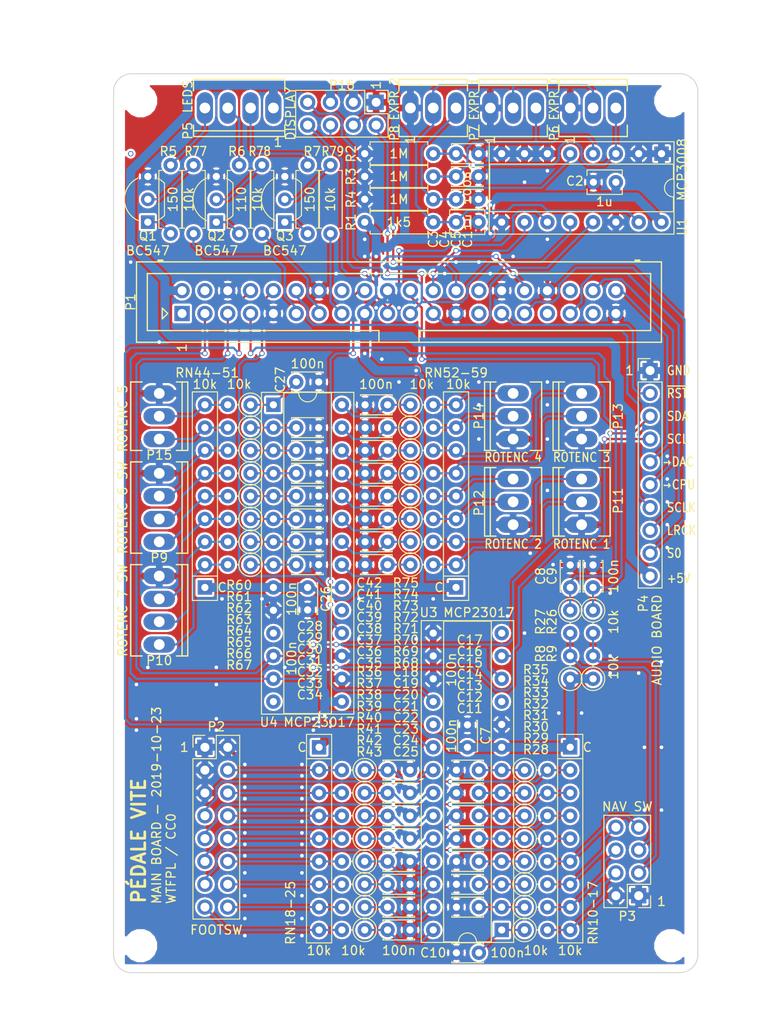
<source format=kicad_pcb>
(kicad_pcb (version 4) (host pcbnew 4.0.6)
  (layers (0 F.Cu signal) (31 B.Cu signal) (34 B.Paste user) (35 F.Paste user) (36 B.SilkS user) (37 F.SilkS user) (38 B.Mask user) (39 F.Mask user) (44 Edge.Cuts user))
  (net 0 "")
  (net 1 "Net-(C1-Pad1)")
  (net 2 GND)
  (net 3 +3V3)
  (net 4 "Net-(C3-Pad1)")
  (net 5 "Net-(C4-Pad1)")
  (net 6 "Net-(C5-Pad1)")
  (net 7 Escape)
  (net 8 Select)
  (net 9 "Net-(C10-Pad1)")
  (net 10 "Net-(C11-Pad1)")
  (net 11 "Net-(C12-Pad1)")
  (net 12 "Net-(C13-Pad1)")
  (net 13 "Net-(C14-Pad1)")
  (net 14 "Net-(C15-Pad1)")
  (net 15 "Net-(C16-Pad1)")
  (net 16 "Net-(C17-Pad1)")
  (net 17 "Net-(C18-Pad1)")
  (net 18 "Net-(C19-Pad1)")
  (net 19 "Net-(C20-Pad1)")
  (net 20 "Net-(C21-Pad1)")
  (net 21 "Net-(C22-Pad1)")
  (net 22 "Net-(C23-Pad1)")
  (net 23 "Net-(C24-Pad1)")
  (net 24 "Net-(C25-Pad1)")
  (net 25 "Net-(C27-Pad1)")
  (net 26 "Net-(C28-Pad1)")
  (net 27 "Net-(C29-Pad1)")
  (net 28 "Net-(C30-Pad1)")
  (net 29 "Net-(C31-Pad1)")
  (net 30 "Net-(C32-Pad1)")
  (net 31 "Net-(C33-Pad1)")
  (net 32 "Net-(C34-Pad1)")
  (net 33 "Net-(C35-Pad1)")
  (net 34 "Net-(C36-Pad1)")
  (net 35 "Net-(C37-Pad1)")
  (net 36 "Net-(C38-Pad1)")
  (net 37 "Net-(C39-Pad1)")
  (net 38 "Net-(C40-Pad1)")
  (net 39 "Net-(C41-Pad1)")
  (net 40 "Net-(C42-Pad1)")
  (net 41 +5V)
  (net 42 I2C_SDA)
  (net 43 I2C_SCL)
  (net 44 LED_0R)
  (net 45 I2S_BCLK)
  (net 46 LED_1G)
  (net 47 LED_2R)
  (net 48 ~Reset)
  (net 49 SPI_MOSI)
  (net 50 SPI_MISO)
  (net 51 SPI_SCLK)
  (net 52 SPI_CE0)
  (net 53 ~CODEC_RESET)
  (net 54 CODEC_FREQ)
  (net 55 I2S_LRCK)
  (net 56 I2S_DIN)
  (net 57 I2S_DOUT)
  (net 58 "Net-(P2-Pad4)")
  (net 59 "Net-(P2-Pad6)")
  (net 60 "Net-(P2-Pad7)")
  (net 61 "Net-(P2-Pad8)")
  (net 62 "Net-(P2-Pad9)")
  (net 63 "Net-(P2-Pad10)")
  (net 64 "Net-(P2-Pad11)")
  (net 65 "Net-(P2-Pad12)")
  (net 66 "Net-(P2-Pad13)")
  (net 67 "Net-(P2-Pad14)")
  (net 68 "Net-(P2-Pad15)")
  (net 69 "Net-(P2-Pad16)")
  (net 70 "Net-(P3-Pad3)")
  (net 71 "Net-(P3-Pad4)")
  (net 72 "Net-(P3-Pad5)")
  (net 73 "Net-(P3-Pad6)")
  (net 74 "Net-(P3-Pad7)")
  (net 75 "Net-(P3-Pad8)")
  (net 76 "Net-(P5-Pad2)")
  (net 77 "Net-(P5-Pad3)")
  (net 78 "Net-(P5-Pad4)")
  (net 79 "Net-(P9-Pad2)")
  (net 80 "Net-(P9-Pad3)")
  (net 81 "Net-(P9-Pad4)")
  (net 82 "Net-(P10-Pad2)")
  (net 83 "Net-(P10-Pad3)")
  (net 84 "Net-(P10-Pad4)")
  (net 85 "Net-(P11-Pad2)")
  (net 86 "Net-(P11-Pad3)")
  (net 87 "Net-(P12-Pad2)")
  (net 88 "Net-(P12-Pad3)")
  (net 89 "Net-(P13-Pad2)")
  (net 90 "Net-(P13-Pad3)")
  (net 91 "Net-(P14-Pad2)")
  (net 92 "Net-(P14-Pad3)")
  (net 93 "Net-(P15-Pad2)")
  (net 94 "Net-(P15-Pad3)")
  (net 95 "Net-(Q1-Pad2)")
  (net 96 "Net-(Q1-Pad1)")
  (net 97 "Net-(Q2-Pad2)")
  (net 98 "Net-(Q2-Pad1)")
  (net 99 "Net-(Q3-Pad2)")
  (net 100 "Net-(Q3-Pad1)")
  (net 101 INT1)
  (net 102 INT2)
  (net 103 SPI_CE1)
  (net 104 INT3)
  (module Capacitors_THT:C_Disc_D3.4mm_W2.1mm_P2.50mm (layer F.Cu) (at 38.1 8.89)
    (fp_text reference C3 (at -2.54 9.525 90) (layer F.SilkS))
    (fp_text value 100n (at 1.27 3.81 90) (layer F.SilkS) (effects (font (size 0.8 1))))
    (pad 1 thru_hole circle (at 0 0) (size 1.6 1.6) (drill 0.8) (layers *.Cu *.Mask) (net 4 "Net-(C3-Pad1)"))
    (pad 2 thru_hole circle (at 2.5 0) (size 1.6 1.6) (drill 0.8) (layers *.Cu *.Mask) (net 2 GND))
  )
  (module Capacitors_THT:C_Disc_D3.4mm_W2.1mm_P2.50mm (layer F.Cu) (at 38.1 11.43)
    (fp_text reference C4 (at -1.27 6.985 90) (layer F.SilkS))
    (fp_text value 100n)
    (pad 1 thru_hole circle (at 0 0) (size 1.6 1.6) (drill 0.8) (layers *.Cu *.Mask) (net 5 "Net-(C4-Pad1)"))
    (pad 2 thru_hole circle (at 2.5 0) (size 1.6 1.6) (drill 0.8) (layers *.Cu *.Mask) (net 2 GND))
  )
  (module Capacitors_THT:C_Disc_D3.4mm_W2.1mm_P2.50mm (layer F.Cu) (at 38.1 13.97)
    (fp_text reference C5 (at 0 4.445 90) (layer F.SilkS))
    (fp_text value 100n)
    (pad 1 thru_hole circle (at 0 0) (size 1.6 1.6) (drill 0.8) (layers *.Cu *.Mask) (net 6 "Net-(C5-Pad1)"))
    (pad 2 thru_hole circle (at 2.5 0) (size 1.6 1.6) (drill 0.8) (layers *.Cu *.Mask) (net 2 GND))
  )
  (module Capacitors_THT:C_Disc_D3.4mm_W2.1mm_P2.50mm (layer F.Cu) (at 39.37 74.93 90)
    (fp_text reference C7 (at 1.27 2.032 90) (layer F.SilkS))
    (fp_text value 100n (at 1.27 -1.778 90) (layer F.SilkS))
    (pad 1 thru_hole circle (at 0 0 90) (size 1.6 1.6) (drill 0.8) (layers *.Cu *.Mask) (net 3 +3V3))
    (pad 2 thru_hole circle (at 2.5 0 90) (size 1.6 1.6) (drill 0.8) (layers *.Cu *.Mask) (net 2 GND))
  )
  (module Capacitors_THT:C_Disc_D3.4mm_W2.1mm_P2.50mm (layer F.Cu) (at 50.8 57.15 90)
    (fp_text reference C8 (at 1.27 -3.302 90) (layer F.SilkS))
    (fp_text value 100n)
    (pad 1 thru_hole circle (at 0 0 90) (size 1.6 1.6) (drill 0.8) (layers *.Cu *.Mask) (net 7 Escape))
    (pad 2 thru_hole circle (at 2.5 0 90) (size 1.6 1.6) (drill 0.8) (layers *.Cu *.Mask) (net 2 GND))
  )
  (module Capacitors_THT:C_Disc_D3.4mm_W2.1mm_P2.50mm (layer F.Cu) (at 53.34 57.15 90)
    (fp_text reference C9 (at 1.27 -4.572 90) (layer F.SilkS))
    (fp_text value 100n (at 1.27 2.286 90) (layer F.SilkS))
    (pad 1 thru_hole circle (at 0 0 90) (size 1.6 1.6) (drill 0.8) (layers *.Cu *.Mask) (net 8 Select))
    (pad 2 thru_hole circle (at 2.5 0 90) (size 1.6 1.6) (drill 0.8) (layers *.Cu *.Mask) (net 2 GND))
  )
  (module Capacitors_THT:C_Disc_D3.4mm_W2.1mm_P2.50mm (layer F.Cu) (at 40.64 97.79 180)
    (fp_text reference C10 (at 5.08 0 180) (layer F.SilkS))
    (fp_text value 100n (at -3.175 0 180) (layer F.SilkS))
    (pad 1 thru_hole circle (at 0 0 180) (size 1.6 1.6) (drill 0.8) (layers *.Cu *.Mask) (net 9 "Net-(C10-Pad1)"))
    (pad 2 thru_hole circle (at 2.5 0 180) (size 1.6 1.6) (drill 0.8) (layers *.Cu *.Mask) (net 2 GND))
  )
  (module Capacitors_THT:C_Disc_D3.4mm_W2.1mm_P2.50mm (layer F.Cu) (at 40.64 92.71 180)
    (fp_text reference C11 (at 1.016 22.098 180) (layer F.SilkS))
    (fp_text value 100n)
    (pad 1 thru_hole circle (at 0 0 180) (size 1.6 1.6) (drill 0.8) (layers *.Cu *.Mask) (net 10 "Net-(C11-Pad1)"))
    (pad 2 thru_hole circle (at 2.5 0 180) (size 1.6 1.6) (drill 0.8) (layers *.Cu *.Mask) (net 2 GND))
  )
  (module Capacitors_THT:C_Disc_D3.4mm_W2.1mm_P2.50mm (layer F.Cu) (at 40.64 90.17 180)
    (fp_text reference C12 (at 1.016 20.828 180) (layer F.SilkS))
    (fp_text value 100n)
    (pad 1 thru_hole circle (at 0 0 180) (size 1.6 1.6) (drill 0.8) (layers *.Cu *.Mask) (net 11 "Net-(C12-Pad1)"))
    (pad 2 thru_hole circle (at 2.5 0 180) (size 1.6 1.6) (drill 0.8) (layers *.Cu *.Mask) (net 2 GND))
  )
  (module Capacitors_THT:C_Disc_D3.4mm_W2.1mm_P2.50mm (layer F.Cu) (at 40.64 87.63 180)
    (fp_text reference C13 (at 1.016 19.558 180) (layer F.SilkS))
    (fp_text value 100n)
    (pad 1 thru_hole circle (at 0 0 180) (size 1.6 1.6) (drill 0.8) (layers *.Cu *.Mask) (net 12 "Net-(C13-Pad1)"))
    (pad 2 thru_hole circle (at 2.5 0 180) (size 1.6 1.6) (drill 0.8) (layers *.Cu *.Mask) (net 2 GND))
  )
  (module Capacitors_THT:C_Disc_D3.4mm_W2.1mm_P2.50mm (layer F.Cu) (at 40.64 85.09 180)
    (fp_text reference C14 (at 1.016 18.288 180) (layer F.SilkS))
    (fp_text value 100n)
    (pad 1 thru_hole circle (at 0 0 180) (size 1.6 1.6) (drill 0.8) (layers *.Cu *.Mask) (net 13 "Net-(C14-Pad1)"))
    (pad 2 thru_hole circle (at 2.5 0 180) (size 1.6 1.6) (drill 0.8) (layers *.Cu *.Mask) (net 2 GND))
  )
  (module Capacitors_THT:C_Disc_D3.4mm_W2.1mm_P2.50mm (layer F.Cu) (at 40.64 82.55 180)
    (fp_text reference C15 (at 1.016 17.018 180) (layer F.SilkS))
    (fp_text value 100n)
    (pad 1 thru_hole circle (at 0 0 180) (size 1.6 1.6) (drill 0.8) (layers *.Cu *.Mask) (net 14 "Net-(C15-Pad1)"))
    (pad 2 thru_hole circle (at 2.5 0 180) (size 1.6 1.6) (drill 0.8) (layers *.Cu *.Mask) (net 2 GND))
  )
  (module Capacitors_THT:C_Disc_D3.4mm_W2.1mm_P2.50mm (layer F.Cu) (at 40.64 80.01 180)
    (fp_text reference C16 (at 1.016 15.748 180) (layer F.SilkS))
    (fp_text value 100n)
    (pad 1 thru_hole circle (at 0 0 180) (size 1.6 1.6) (drill 0.8) (layers *.Cu *.Mask) (net 15 "Net-(C16-Pad1)"))
    (pad 2 thru_hole circle (at 2.5 0 180) (size 1.6 1.6) (drill 0.8) (layers *.Cu *.Mask) (net 2 GND))
  )
  (module Capacitors_THT:C_Disc_D3.4mm_W2.1mm_P2.50mm (layer F.Cu) (at 40.64 77.47 180)
    (fp_text reference C17 (at 1.016 14.478 180) (layer F.SilkS))
    (fp_text value 100n (at 3.048 11.176 270) (layer F.SilkS))
    (pad 1 thru_hole circle (at 0 0 180) (size 1.6 1.6) (drill 0.8) (layers *.Cu *.Mask) (net 16 "Net-(C17-Pad1)"))
    (pad 2 thru_hole circle (at 2.5 0 180) (size 1.6 1.6) (drill 0.8) (layers *.Cu *.Mask) (net 2 GND))
  )
  (module Capacitors_THT:C_Disc_D3.4mm_W2.1mm_P2.50mm (layer F.Cu) (at 30.48 77.47)
    (fp_text reference C18 (at 2.032 -10.922) (layer F.SilkS))
    (fp_text value 100n)
    (pad 1 thru_hole circle (at 0 0) (size 1.6 1.6) (drill 0.8) (layers *.Cu *.Mask) (net 17 "Net-(C18-Pad1)"))
    (pad 2 thru_hole circle (at 2.5 0) (size 1.6 1.6) (drill 0.8) (layers *.Cu *.Mask) (net 2 GND))
  )
  (module Capacitors_THT:C_Disc_D3.4mm_W2.1mm_P2.50mm (layer F.Cu) (at 30.48 80.01)
    (fp_text reference C19 (at 2.032 -12.192) (layer F.SilkS))
    (fp_text value 100n)
    (pad 1 thru_hole circle (at 0 0) (size 1.6 1.6) (drill 0.8) (layers *.Cu *.Mask) (net 18 "Net-(C19-Pad1)"))
    (pad 2 thru_hole circle (at 2.5 0) (size 1.6 1.6) (drill 0.8) (layers *.Cu *.Mask) (net 2 GND))
  )
  (module Capacitors_THT:C_Disc_D3.4mm_W2.1mm_P2.50mm (layer F.Cu) (at 30.48 82.55)
    (fp_text reference C20 (at 2.032 -13.462) (layer F.SilkS))
    (fp_text value 100n)
    (pad 1 thru_hole circle (at 0 0) (size 1.6 1.6) (drill 0.8) (layers *.Cu *.Mask) (net 19 "Net-(C20-Pad1)"))
    (pad 2 thru_hole circle (at 2.5 0) (size 1.6 1.6) (drill 0.8) (layers *.Cu *.Mask) (net 2 GND))
  )
  (module Capacitors_THT:C_Disc_D3.4mm_W2.1mm_P2.50mm (layer F.Cu) (at 30.48 85.09)
    (fp_text reference C21 (at 2.032 -14.732) (layer F.SilkS))
    (fp_text value 100n)
    (pad 1 thru_hole circle (at 0 0) (size 1.6 1.6) (drill 0.8) (layers *.Cu *.Mask) (net 20 "Net-(C21-Pad1)"))
    (pad 2 thru_hole circle (at 2.5 0) (size 1.6 1.6) (drill 0.8) (layers *.Cu *.Mask) (net 2 GND))
  )
  (module Capacitors_THT:C_Disc_D3.4mm_W2.1mm_P2.50mm (layer F.Cu) (at 30.48 87.63)
    (fp_text reference C22 (at 2.032 -16.002) (layer F.SilkS))
    (fp_text value 100n)
    (pad 1 thru_hole circle (at 0 0) (size 1.6 1.6) (drill 0.8) (layers *.Cu *.Mask) (net 21 "Net-(C22-Pad1)"))
    (pad 2 thru_hole circle (at 2.5 0) (size 1.6 1.6) (drill 0.8) (layers *.Cu *.Mask) (net 2 GND))
  )
  (module Capacitors_THT:C_Disc_D3.4mm_W2.1mm_P2.50mm (layer F.Cu) (at 30.48 90.17)
    (fp_text reference C23 (at 2.032 -17.272) (layer F.SilkS))
    (fp_text value 100n)
    (pad 1 thru_hole circle (at 0 0) (size 1.6 1.6) (drill 0.8) (layers *.Cu *.Mask) (net 22 "Net-(C23-Pad1)"))
    (pad 2 thru_hole circle (at 2.5 0) (size 1.6 1.6) (drill 0.8) (layers *.Cu *.Mask) (net 2 GND))
  )
  (module Capacitors_THT:C_Disc_D3.4mm_W2.1mm_P2.50mm (layer F.Cu) (at 30.48 92.71)
    (fp_text reference C24 (at 2.032 -18.542) (layer F.SilkS))
    (fp_text value 100n)
    (pad 1 thru_hole circle (at 0 0) (size 1.6 1.6) (drill 0.8) (layers *.Cu *.Mask) (net 23 "Net-(C24-Pad1)"))
    (pad 2 thru_hole circle (at 2.5 0) (size 1.6 1.6) (drill 0.8) (layers *.Cu *.Mask) (net 2 GND))
  )
  (module Capacitors_THT:C_Disc_D3.4mm_W2.1mm_P2.50mm (layer F.Cu) (at 30.48 95.25)
    (fp_text reference C25 (at 2.032 -19.812) (layer F.SilkS))
    (fp_text value 100n (at 1.27 2.286) (layer F.SilkS))
    (pad 1 thru_hole circle (at 0 0) (size 1.6 1.6) (drill 0.8) (layers *.Cu *.Mask) (net 24 "Net-(C25-Pad1)"))
    (pad 2 thru_hole circle (at 2.5 0) (size 1.6 1.6) (drill 0.8) (layers *.Cu *.Mask) (net 2 GND))
  )
  (module Capacitors_THT:C_Disc_D3.4mm_W2.1mm_P2.50mm (layer F.Cu) (at 21.59 57.15 270)
    (fp_text reference C26 (at 1.27 -2.032 450) (layer F.SilkS))
    (fp_text value 100n (at 1.27 1.778 270) (layer F.SilkS))
    (pad 1 thru_hole circle (at 0 0 270) (size 1.6 1.6) (drill 0.8) (layers *.Cu *.Mask) (net 3 +3V3))
    (pad 2 thru_hole circle (at 2.5 0 270) (size 1.6 1.6) (drill 0.8) (layers *.Cu *.Mask) (net 2 GND))
  )
  (module Capacitors_THT:C_Disc_D3.4mm_W2.1mm_P2.50mm (layer F.Cu) (at 20.32 34.29)
    (fp_text reference C27 (at -1.778 -0.254 90) (layer F.SilkS))
    (fp_text value 100n (at 1.27 -2.032) (layer F.SilkS))
    (pad 1 thru_hole circle (at 0 0) (size 1.6 1.6) (drill 0.8) (layers *.Cu *.Mask) (net 25 "Net-(C27-Pad1)"))
    (pad 2 thru_hole circle (at 2.5 0) (size 1.6 1.6) (drill 0.8) (layers *.Cu *.Mask) (net 2 GND))
  )
  (module Capacitors_THT:C_Disc_D3.4mm_W2.1mm_P2.50mm (layer F.Cu) (at 20.32 39.37)
    (fp_text reference C28 (at 1.524 22.098) (layer F.SilkS))
    (fp_text value 100n)
    (pad 1 thru_hole circle (at 0 0) (size 1.6 1.6) (drill 0.8) (layers *.Cu *.Mask) (net 26 "Net-(C28-Pad1)"))
    (pad 2 thru_hole circle (at 2.5 0) (size 1.6 1.6) (drill 0.8) (layers *.Cu *.Mask) (net 2 GND))
  )
  (module Capacitors_THT:C_Disc_D3.4mm_W2.1mm_P2.50mm (layer F.Cu) (at 20.32 41.91)
    (fp_text reference C29 (at 1.524 20.828) (layer F.SilkS))
    (fp_text value 100n)
    (pad 1 thru_hole circle (at 0 0) (size 1.6 1.6) (drill 0.8) (layers *.Cu *.Mask) (net 27 "Net-(C29-Pad1)"))
    (pad 2 thru_hole circle (at 2.5 0) (size 1.6 1.6) (drill 0.8) (layers *.Cu *.Mask) (net 2 GND))
  )
  (module Capacitors_THT:C_Disc_D3.4mm_W2.1mm_P2.50mm (layer F.Cu) (at 20.32 44.45)
    (fp_text reference C30 (at 1.524 19.558) (layer F.SilkS))
    (fp_text value 100n)
    (pad 1 thru_hole circle (at 0 0) (size 1.6 1.6) (drill 0.8) (layers *.Cu *.Mask) (net 28 "Net-(C30-Pad1)"))
    (pad 2 thru_hole circle (at 2.5 0) (size 1.6 1.6) (drill 0.8) (layers *.Cu *.Mask) (net 2 GND))
  )
  (module Capacitors_THT:C_Disc_D3.4mm_W2.1mm_P2.50mm (layer F.Cu) (at 20.32 46.99)
    (fp_text reference C31 (at 1.524 18.288) (layer F.SilkS))
    (fp_text value 100n)
    (pad 1 thru_hole circle (at 0 0) (size 1.6 1.6) (drill 0.8) (layers *.Cu *.Mask) (net 29 "Net-(C31-Pad1)"))
    (pad 2 thru_hole circle (at 2.5 0) (size 1.6 1.6) (drill 0.8) (layers *.Cu *.Mask) (net 2 GND))
  )
  (module Capacitors_THT:C_Disc_D3.4mm_W2.1mm_P2.50mm (layer F.Cu) (at 20.32 49.53)
    (fp_text reference C32 (at 1.524 17.018) (layer F.SilkS))
    (fp_text value 100n)
    (pad 1 thru_hole circle (at 0 0) (size 1.6 1.6) (drill 0.8) (layers *.Cu *.Mask) (net 30 "Net-(C32-Pad1)"))
    (pad 2 thru_hole circle (at 2.5 0) (size 1.6 1.6) (drill 0.8) (layers *.Cu *.Mask) (net 2 GND))
  )
  (module Capacitors_THT:C_Disc_D3.4mm_W2.1mm_P2.50mm (layer F.Cu) (at 20.32 52.07)
    (fp_text reference C33 (at 1.524 15.748) (layer F.SilkS))
    (fp_text value 100n)
    (pad 1 thru_hole circle (at 0 0) (size 1.6 1.6) (drill 0.8) (layers *.Cu *.Mask) (net 31 "Net-(C33-Pad1)"))
    (pad 2 thru_hole circle (at 2.5 0) (size 1.6 1.6) (drill 0.8) (layers *.Cu *.Mask) (net 2 GND))
  )
  (module Capacitors_THT:C_Disc_D3.4mm_W2.1mm_P2.50mm (layer F.Cu) (at 20.32 54.61)
    (fp_text reference C34 (at 1.524 14.478) (layer F.SilkS))
    (fp_text value 100n (at -0.508 10.414 90) (layer F.SilkS))
    (pad 1 thru_hole circle (at 0 0) (size 1.6 1.6) (drill 0.8) (layers *.Cu *.Mask) (net 32 "Net-(C34-Pad1)"))
    (pad 2 thru_hole circle (at 2.5 0) (size 1.6 1.6) (drill 0.8) (layers *.Cu *.Mask) (net 2 GND))
  )
  (module Capacitors_THT:C_Disc_D3.4mm_W2.1mm_P2.50mm (layer F.Cu) (at 30.48 54.61 180)
    (fp_text reference C35 (at 2.032 -10.922 180) (layer F.SilkS))
    (fp_text value 100n)
    (pad 1 thru_hole circle (at 0 0 180) (size 1.6 1.6) (drill 0.8) (layers *.Cu *.Mask) (net 33 "Net-(C35-Pad1)"))
    (pad 2 thru_hole circle (at 2.5 0 180) (size 1.6 1.6) (drill 0.8) (layers *.Cu *.Mask) (net 2 GND))
  )
  (module Capacitors_THT:C_Disc_D3.4mm_W2.1mm_P2.50mm (layer F.Cu) (at 30.48 52.07 180)
    (fp_text reference C36 (at 2.032 -12.192 180) (layer F.SilkS))
    (fp_text value 100n)
    (pad 1 thru_hole circle (at 0 0 180) (size 1.6 1.6) (drill 0.8) (layers *.Cu *.Mask) (net 34 "Net-(C36-Pad1)"))
    (pad 2 thru_hole circle (at 2.5 0 180) (size 1.6 1.6) (drill 0.8) (layers *.Cu *.Mask) (net 2 GND))
  )
  (module Capacitors_THT:C_Disc_D3.4mm_W2.1mm_P2.50mm (layer F.Cu) (at 30.48 49.53 180)
    (fp_text reference C37 (at 2.032 -13.462 180) (layer F.SilkS))
    (fp_text value 100n)
    (pad 1 thru_hole circle (at 0 0 180) (size 1.6 1.6) (drill 0.8) (layers *.Cu *.Mask) (net 35 "Net-(C37-Pad1)"))
    (pad 2 thru_hole circle (at 2.5 0 180) (size 1.6 1.6) (drill 0.8) (layers *.Cu *.Mask) (net 2 GND))
  )
  (module Capacitors_THT:C_Disc_D3.4mm_W2.1mm_P2.50mm (layer F.Cu) (at 30.48 46.99 180)
    (fp_text reference C38 (at 2.032 -14.732 180) (layer F.SilkS))
    (fp_text value 100n)
    (pad 1 thru_hole circle (at 0 0 180) (size 1.6 1.6) (drill 0.8) (layers *.Cu *.Mask) (net 36 "Net-(C38-Pad1)"))
    (pad 2 thru_hole circle (at 2.5 0 180) (size 1.6 1.6) (drill 0.8) (layers *.Cu *.Mask) (net 2 GND))
  )
  (module Capacitors_THT:C_Disc_D3.4mm_W2.1mm_P2.50mm (layer F.Cu) (at 30.48 44.45 180)
    (fp_text reference C39 (at 2.032 -16.002 180) (layer F.SilkS))
    (fp_text value 100n)
    (pad 1 thru_hole circle (at 0 0 180) (size 1.6 1.6) (drill 0.8) (layers *.Cu *.Mask) (net 37 "Net-(C39-Pad1)"))
    (pad 2 thru_hole circle (at 2.5 0 180) (size 1.6 1.6) (drill 0.8) (layers *.Cu *.Mask) (net 2 GND))
  )
  (module Capacitors_THT:C_Disc_D3.4mm_W2.1mm_P2.50mm (layer F.Cu) (at 30.48 41.91 180)
    (fp_text reference C40 (at 2.032 -17.272 180) (layer F.SilkS))
    (fp_text value 100n)
    (pad 1 thru_hole circle (at 0 0 180) (size 1.6 1.6) (drill 0.8) (layers *.Cu *.Mask) (net 38 "Net-(C40-Pad1)"))
    (pad 2 thru_hole circle (at 2.5 0 180) (size 1.6 1.6) (drill 0.8) (layers *.Cu *.Mask) (net 2 GND))
  )
  (module Capacitors_THT:C_Disc_D3.4mm_W2.1mm_P2.50mm (layer F.Cu) (at 30.48 39.37 180)
    (fp_text reference C41 (at 2.032 -18.542 180) (layer F.SilkS))
    (fp_text value 100n)
    (pad 1 thru_hole circle (at 0 0 180) (size 1.6 1.6) (drill 0.8) (layers *.Cu *.Mask) (net 39 "Net-(C41-Pad1)"))
    (pad 2 thru_hole circle (at 2.5 0 180) (size 1.6 1.6) (drill 0.8) (layers *.Cu *.Mask) (net 2 GND))
  )
  (module Capacitors_THT:C_Disc_D3.4mm_W2.1mm_P2.50mm (layer F.Cu) (at 30.48 36.83 180)
    (fp_text reference C42 (at 2.032 -19.812 180) (layer F.SilkS))
    (fp_text value 100n (at 1.27 2.286 180) (layer F.SilkS))
    (pad 1 thru_hole circle (at 0 0 180) (size 1.6 1.6) (drill 0.8) (layers *.Cu *.Mask) (net 40 "Net-(C42-Pad1)"))
    (pad 2 thru_hole circle (at 2.5 0 180) (size 1.6 1.6) (drill 0.8) (layers *.Cu *.Mask) (net 2 GND))
  )
  (module Connectors_Multicomp:Multicomp_MC9A12-4034_2x20x2.54mm_Straight (layer F.Cu) (at 7.62 26.67)
    (fp_text reference P1 (at -5.715 -1.27 90) (layer F.SilkS))
    (fp_text value Raspberry_Pi_2_3)
    (pad 1 thru_hole rect (at 0 0) (size 1.7 1.7) (drill 1) (layers *.Cu *.Mask))
    (pad 2 thru_hole circle (at 0 -2.54) (size 1.7 1.7) (drill 1) (layers *.Cu *.Mask) (net 41 +5V))
    (pad 3 thru_hole circle (at 2.54 0) (size 1.7 1.7) (drill 1) (layers *.Cu *.Mask) (net 42 I2C_SDA))
    (pad 4 thru_hole circle (at 2.54 -2.54) (size 1.7 1.7) (drill 1) (layers *.Cu *.Mask))
    (pad 5 thru_hole circle (at 5.08 0) (size 1.7 1.7) (drill 1) (layers *.Cu *.Mask) (net 43 I2C_SCL))
    (pad 6 thru_hole circle (at 5.08 -2.54) (size 1.7 1.7) (drill 1) (layers *.Cu *.Mask) (net 2 GND))
    (pad 7 thru_hole circle (at 7.62 0) (size 1.7 1.7) (drill 1) (layers *.Cu *.Mask) (net 8 Select))
    (pad 8 thru_hole circle (at 7.62 -2.54) (size 1.7 1.7) (drill 1) (layers *.Cu *.Mask) (net 101 INT1))
    (pad 9 thru_hole circle (at 10.16 0) (size 1.7 1.7) (drill 1) (layers *.Cu *.Mask) (net 2 GND))
    (pad 10 thru_hole circle (at 10.16 -2.54) (size 1.7 1.7) (drill 1) (layers *.Cu *.Mask) (net 102 INT2))
    (pad 11 thru_hole circle (at 12.7 0) (size 1.7 1.7) (drill 1) (layers *.Cu *.Mask) (net 44 LED_0R))
    (pad 12 thru_hole circle (at 12.7 -2.54) (size 1.7 1.7) (drill 1) (layers *.Cu *.Mask) (net 45 I2S_BCLK))
    (pad 13 thru_hole circle (at 15.24 0) (size 1.7 1.7) (drill 1) (layers *.Cu *.Mask) (net 46 LED_1G))
    (pad 14 thru_hole circle (at 15.24 -2.54) (size 1.7 1.7) (drill 1) (layers *.Cu *.Mask) (net 2 GND))
    (pad 15 thru_hole circle (at 17.78 0) (size 1.7 1.7) (drill 1) (layers *.Cu *.Mask) (net 47 LED_2R))
    (pad 16 thru_hole circle (at 17.78 -2.54) (size 1.7 1.7) (drill 1) (layers *.Cu *.Mask))
    (pad 17 thru_hole circle (at 20.32 0) (size 1.7 1.7) (drill 1) (layers *.Cu *.Mask) (net 3 +3V3))
    (pad 18 thru_hole circle (at 20.32 -2.54) (size 1.7 1.7) (drill 1) (layers *.Cu *.Mask) (net 48 ~Reset))
    (pad 19 thru_hole circle (at 22.86 0) (size 1.7 1.7) (drill 1) (layers *.Cu *.Mask) (net 49 SPI_MOSI))
    (pad 20 thru_hole circle (at 22.86 -2.54) (size 1.7 1.7) (drill 1) (layers *.Cu *.Mask) (net 2 GND))
    (pad 21 thru_hole circle (at 25.4 0) (size 1.7 1.7) (drill 1) (layers *.Cu *.Mask) (net 50 SPI_MISO))
    (pad 22 thru_hole circle (at 25.4 -2.54) (size 1.7 1.7) (drill 1) (layers *.Cu *.Mask) (net 7 Escape))
    (pad 23 thru_hole circle (at 27.94 0) (size 1.7 1.7) (drill 1) (layers *.Cu *.Mask) (net 51 SPI_SCLK))
    (pad 24 thru_hole circle (at 27.94 -2.54) (size 1.7 1.7) (drill 1) (layers *.Cu *.Mask) (net 52 SPI_CE0))
    (pad 25 thru_hole circle (at 30.48 0) (size 1.7 1.7) (drill 1) (layers *.Cu *.Mask) (net 2 GND))
    (pad 26 thru_hole circle (at 30.48 -2.54) (size 1.7 1.7) (drill 1) (layers *.Cu *.Mask) (net 103 SPI_CE1))
    (pad 27 thru_hole circle (at 33.02 0) (size 1.7 1.7) (drill 1) (layers *.Cu *.Mask))
    (pad 28 thru_hole circle (at 33.02 -2.54) (size 1.7 1.7) (drill 1) (layers *.Cu *.Mask))
    (pad 29 thru_hole circle (at 35.56 0) (size 1.7 1.7) (drill 1) (layers *.Cu *.Mask) (net 53 ~CODEC_RESET))
    (pad 30 thru_hole circle (at 35.56 -2.54) (size 1.7 1.7) (drill 1) (layers *.Cu *.Mask) (net 2 GND))
    (pad 31 thru_hole circle (at 38.1 0) (size 1.7 1.7) (drill 1) (layers *.Cu *.Mask) (net 54 CODEC_FREQ))
    (pad 32 thru_hole circle (at 38.1 -2.54) (size 1.7 1.7) (drill 1) (layers *.Cu *.Mask) (net 104 INT3))
    (pad 33 thru_hole circle (at 40.64 0) (size 1.7 1.7) (drill 1) (layers *.Cu *.Mask))
    (pad 34 thru_hole circle (at 40.64 -2.54) (size 1.7 1.7) (drill 1) (layers *.Cu *.Mask) (net 2 GND))
    (pad 35 thru_hole circle (at 43.18 0) (size 1.7 1.7) (drill 1) (layers *.Cu *.Mask) (net 55 I2S_LRCK))
    (pad 36 thru_hole circle (at 43.18 -2.54) (size 1.7 1.7) (drill 1) (layers *.Cu *.Mask))
    (pad 37 thru_hole circle (at 45.72 0) (size 1.7 1.7) (drill 1) (layers *.Cu *.Mask))
    (pad 38 thru_hole circle (at 45.72 -2.54) (size 1.7 1.7) (drill 1) (layers *.Cu *.Mask) (net 56 I2S_DIN))
    (pad 39 thru_hole circle (at 48.26 0) (size 1.7 1.7) (drill 1) (layers *.Cu *.Mask) (net 2 GND))
    (pad 40 thru_hole circle (at 48.26 -2.54) (size 1.7 1.7) (drill 1) (layers *.Cu *.Mask) (net 57 I2S_DOUT))
  )
  (module Pin_Headers:Pin_Header_Straight_2x08_Pitch2.54mm (layer F.Cu) (at 10.16 74.93)
    (fp_text reference P2 (at 1.27 -2.286) (layer F.SilkS))
    (fp_text value FOOTSW (at 1.27 20.32) (layer F.SilkS))
    (pad 1 thru_hole rect (at 0 0) (size 1.7 1.7) (drill 1) (layers *.Cu *.Mask) (net 2 GND))
    (pad 2 thru_hole oval (at 2.54 0) (size 1.7 1.7) (drill 1) (layers *.Cu *.Mask) (net 2 GND))
    (pad 3 thru_hole oval (at 0 2.54) (size 1.7 1.7) (drill 1) (layers *.Cu *.Mask) (net 2 GND))
    (pad 4 thru_hole oval (at 2.54 2.54) (size 1.7 1.7) (drill 1) (layers *.Cu *.Mask) (net 58 "Net-(P2-Pad4)"))
    (pad 5 thru_hole oval (at 0 5.08) (size 1.7 1.7) (drill 1) (layers *.Cu *.Mask) (net 2 GND))
    (pad 6 thru_hole oval (at 2.54 5.08) (size 1.7 1.7) (drill 1) (layers *.Cu *.Mask) (net 59 "Net-(P2-Pad6)"))
    (pad 7 thru_hole oval (at 0 7.62) (size 1.7 1.7) (drill 1) (layers *.Cu *.Mask) (net 60 "Net-(P2-Pad7)"))
    (pad 8 thru_hole oval (at 2.54 7.62) (size 1.7 1.7) (drill 1) (layers *.Cu *.Mask) (net 61 "Net-(P2-Pad8)"))
    (pad 9 thru_hole oval (at 0 10.16) (size 1.7 1.7) (drill 1) (layers *.Cu *.Mask) (net 62 "Net-(P2-Pad9)"))
    (pad 10 thru_hole oval (at 2.54 10.16) (size 1.7 1.7) (drill 1) (layers *.Cu *.Mask) (net 63 "Net-(P2-Pad10)"))
    (pad 11 thru_hole oval (at 0 12.7) (size 1.7 1.7) (drill 1) (layers *.Cu *.Mask) (net 64 "Net-(P2-Pad11)"))
    (pad 12 thru_hole oval (at 2.54 12.7) (size 1.7 1.7) (drill 1) (layers *.Cu *.Mask) (net 65 "Net-(P2-Pad12)"))
    (pad 13 thru_hole oval (at 0 15.24) (size 1.7 1.7) (drill 1) (layers *.Cu *.Mask) (net 66 "Net-(P2-Pad13)"))
    (pad 14 thru_hole oval (at 2.54 15.24) (size 1.7 1.7) (drill 1) (layers *.Cu *.Mask) (net 67 "Net-(P2-Pad14)"))
    (pad 15 thru_hole oval (at 0 17.78) (size 1.7 1.7) (drill 1) (layers *.Cu *.Mask) (net 68 "Net-(P2-Pad15)"))
    (pad 16 thru_hole oval (at 2.54 17.78) (size 1.7 1.7) (drill 1) (layers *.Cu *.Mask) (net 69 "Net-(P2-Pad16)"))
  )
  (module Pin_Headers:Pin_Header_Straight_2x04_Pitch2.54mm (layer F.Cu) (at 58.42 91.44 180)
    (fp_text reference P3 (at 1.27 -2.286 180) (layer F.SilkS))
    (fp_text value "NAV SW" (at 1.27 9.906 180) (layer F.SilkS))
    (pad 1 thru_hole rect (at 0 0 180) (size 1.7 1.7) (drill 1) (layers *.Cu *.Mask) (net 2 GND))
    (pad 2 thru_hole oval (at 2.54 0 180) (size 1.7 1.7) (drill 1) (layers *.Cu *.Mask) (net 2 GND))
    (pad 3 thru_hole oval (at 0 2.54 180) (size 1.7 1.7) (drill 1) (layers *.Cu *.Mask) (net 70 "Net-(P3-Pad3)"))
    (pad 4 thru_hole oval (at 2.54 2.54 180) (size 1.7 1.7) (drill 1) (layers *.Cu *.Mask) (net 71 "Net-(P3-Pad4)"))
    (pad 5 thru_hole oval (at 0 5.08 180) (size 1.7 1.7) (drill 1) (layers *.Cu *.Mask) (net 72 "Net-(P3-Pad5)"))
    (pad 6 thru_hole oval (at 2.54 5.08 180) (size 1.7 1.7) (drill 1) (layers *.Cu *.Mask) (net 73 "Net-(P3-Pad6)"))
    (pad 7 thru_hole oval (at 0 7.62 180) (size 1.7 1.7) (drill 1) (layers *.Cu *.Mask) (net 74 "Net-(P3-Pad7)"))
    (pad 8 thru_hole oval (at 2.54 7.62 180) (size 1.7 1.7) (drill 1) (layers *.Cu *.Mask) (net 75 "Net-(P3-Pad8)"))
  )
  (module Pin_Headers:Pin_Header_Straight_1x10_Pitch2.54mm (layer F.Cu) (at 59.69 33.02)
    (fp_text reference P4 (at -0.762 25.908 90) (layer F.SilkS))
    (fp_text value "AUDIO BOARD" (at 0.762 29.972 90) (layer F.SilkS))
    (pad 1 thru_hole rect (at 0 0) (size 1.7 1.7) (drill 1) (layers *.Cu *.Mask) (net 2 GND))
    (pad 2 thru_hole oval (at 0 2.54) (size 1.7 1.7) (drill 1) (layers *.Cu *.Mask) (net 53 ~CODEC_RESET))
    (pad 3 thru_hole oval (at 0 5.08) (size 1.7 1.7) (drill 1) (layers *.Cu *.Mask) (net 42 I2C_SDA))
    (pad 4 thru_hole oval (at 0 7.62) (size 1.7 1.7) (drill 1) (layers *.Cu *.Mask) (net 43 I2C_SCL))
    (pad 5 thru_hole oval (at 0 10.16) (size 1.7 1.7) (drill 1) (layers *.Cu *.Mask) (net 57 I2S_DOUT))
    (pad 6 thru_hole oval (at 0 12.7) (size 1.7 1.7) (drill 1) (layers *.Cu *.Mask) (net 56 I2S_DIN))
    (pad 7 thru_hole oval (at 0 15.24) (size 1.7 1.7) (drill 1) (layers *.Cu *.Mask) (net 45 I2S_BCLK))
    (pad 8 thru_hole oval (at 0 17.78) (size 1.7 1.7) (drill 1) (layers *.Cu *.Mask) (net 55 I2S_LRCK))
    (pad 9 thru_hole oval (at 0 20.32) (size 1.7 1.7) (drill 1) (layers *.Cu *.Mask) (net 54 CODEC_FREQ))
    (pad 10 thru_hole oval (at 0 22.86) (size 1.7 1.7) (drill 1) (layers *.Cu *.Mask) (net 41 +5V))
  )
  (module Sockets_MOLEX_KK-System:Socket_MOLEX-KK-RM2-54mm_Lock_4pin_straight (layer F.Cu) (at 13.97 3.81 180)
    (fp_text reference P5 (at 5.715 -2.54 270) (layer F.SilkS))
    (fp_text value LEDS (at 5.715 1.27 270) (layer F.SilkS))
    (pad 1 thru_hole oval (at -3.81 0 180) (size 1.80086 3.50012) (drill 1.19888) (layers *.Cu *.Mask) (net 41 +5V))
    (pad 2 thru_hole oval (at -1.27 0 180) (size 1.80086 3.50012) (drill 1.19888) (layers *.Cu *.Mask) (net 76 "Net-(P5-Pad2)"))
    (pad 3 thru_hole oval (at 1.27 0 180) (size 1.80086 3.50012) (drill 1.19888) (layers *.Cu *.Mask) (net 77 "Net-(P5-Pad3)"))
    (pad 4 thru_hole oval (at 3.81 0 180) (size 1.80086 3.50012) (drill 1.19888) (layers *.Cu *.Mask) (net 78 "Net-(P5-Pad4)"))
  )
  (module Sockets_MOLEX_KK-System:Socket_MOLEX-KK-RM2-54mm_Lock_3pin_straight (layer F.Cu) (at 53.34 3.81)
    (fp_text reference P6 (at -4.318 2.794 90) (layer F.SilkS) (effects (font (size 1 0.85))))
    (fp_text value "EXPR 0" (at -4.318 -1.016 90) (layer F.SilkS) (effects (font (size 1 0.85))))
    (pad 1 thru_hole oval (at -2.54 0) (size 1.80086 3.50012) (drill 1.19888) (layers *.Cu *.Mask) (net 2 GND))
    (pad 2 thru_hole oval (at 0 0) (size 1.80086 3.50012) (drill 1.19888) (layers *.Cu *.Mask) (net 1 "Net-(C1-Pad1)"))
    (pad 3 thru_hole oval (at 2.54 0) (size 1.80086 3.50012) (drill 1.19888) (layers *.Cu *.Mask) (net 4 "Net-(C3-Pad1)"))
  )
  (module Sockets_MOLEX_KK-System:Socket_MOLEX-KK-RM2-54mm_Lock_3pin_straight (layer F.Cu) (at 44.45 3.81)
    (fp_text reference P7 (at -4.318 2.794 90) (layer F.SilkS) (effects (font (size 1 0.85))))
    (fp_text value "EXPR 1" (at -4.318 -1.016 90) (layer F.SilkS) (effects (font (size 1 0.85))))
    (pad 1 thru_hole oval (at -2.54 0) (size 1.80086 3.50012) (drill 1.19888) (layers *.Cu *.Mask) (net 2 GND))
    (pad 2 thru_hole oval (at 0 0) (size 1.80086 3.50012) (drill 1.19888) (layers *.Cu *.Mask) (net 1 "Net-(C1-Pad1)"))
    (pad 3 thru_hole oval (at 2.54 0) (size 1.80086 3.50012) (drill 1.19888) (layers *.Cu *.Mask) (net 5 "Net-(C4-Pad1)"))
  )
  (module Sockets_MOLEX_KK-System:Socket_MOLEX-KK-RM2-54mm_Lock_3pin_straight (layer F.Cu) (at 35.56 3.81)
    (fp_text reference P8 (at -4.318 2.794 90) (layer F.SilkS) (effects (font (size 1 0.85))))
    (fp_text value "EXPR 2" (at -4.318 -1.016 90) (layer F.SilkS) (effects (font (size 1 0.85))))
    (pad 1 thru_hole oval (at -2.54 0) (size 1.80086 3.50012) (drill 1.19888) (layers *.Cu *.Mask) (net 2 GND))
    (pad 2 thru_hole oval (at 0 0) (size 1.80086 3.50012) (drill 1.19888) (layers *.Cu *.Mask) (net 1 "Net-(C1-Pad1)"))
    (pad 3 thru_hole oval (at 2.54 0) (size 1.80086 3.50012) (drill 1.19888) (layers *.Cu *.Mask) (net 6 "Net-(C5-Pad1)"))
  )
  (module Sockets_MOLEX_KK-System:Socket_MOLEX-KK-RM2-54mm_Lock_4pin_straight (layer F.Cu) (at 5.08 48.26 270)
    (fp_text reference P9 (at 5.588 0 360) (layer F.SilkS))
    (fp_text value "ROTENC 6 SW" (at 0 4.064 270) (layer F.SilkS))
    (pad 1 thru_hole oval (at -3.81 0 270) (size 1.80086 3.50012) (drill 1.19888) (layers *.Cu *.Mask) (net 2 GND))
    (pad 2 thru_hole oval (at -1.27 0 270) (size 1.80086 3.50012) (drill 1.19888) (layers *.Cu *.Mask) (net 79 "Net-(P9-Pad2)"))
    (pad 3 thru_hole oval (at 1.27 0 270) (size 1.80086 3.50012) (drill 1.19888) (layers *.Cu *.Mask) (net 80 "Net-(P9-Pad3)"))
    (pad 4 thru_hole oval (at 3.81 0 270) (size 1.80086 3.50012) (drill 1.19888) (layers *.Cu *.Mask) (net 81 "Net-(P9-Pad4)"))
  )
  (module Sockets_MOLEX_KK-System:Socket_MOLEX-KK-RM2-54mm_Lock_4pin_straight (layer F.Cu) (at 5.08 59.69 270)
    (fp_text reference P10 (at 5.588 0 360) (layer F.SilkS))
    (fp_text value "ROTENC 7 SW" (at 0 4.064 270) (layer F.SilkS))
    (pad 1 thru_hole oval (at -3.81 0 270) (size 1.80086 3.50012) (drill 1.19888) (layers *.Cu *.Mask) (net 2 GND))
    (pad 2 thru_hole oval (at -1.27 0 270) (size 1.80086 3.50012) (drill 1.19888) (layers *.Cu *.Mask) (net 82 "Net-(P10-Pad2)"))
    (pad 3 thru_hole oval (at 1.27 0 270) (size 1.80086 3.50012) (drill 1.19888) (layers *.Cu *.Mask) (net 83 "Net-(P10-Pad3)"))
    (pad 4 thru_hole oval (at 3.81 0 270) (size 1.80086 3.50012) (drill 1.19888) (layers *.Cu *.Mask) (net 84 "Net-(P10-Pad4)"))
  )
  (module Sockets_MOLEX_KK-System:Socket_MOLEX-KK-RM2-54mm_Lock_3pin_straight (layer F.Cu) (at 52.07 47.625 90)
    (fp_text reference P11 (at 0.127 4.064 90) (layer F.SilkS))
    (fp_text value "ROTENC 1" (at -4.699 0 180) (layer F.SilkS) (effects (font (size 1 0.85))))
    (pad 1 thru_hole oval (at -2.54 0 90) (size 1.80086 3.50012) (drill 1.19888) (layers *.Cu *.Mask) (net 2 GND))
    (pad 2 thru_hole oval (at 0 0 90) (size 1.80086 3.50012) (drill 1.19888) (layers *.Cu *.Mask) (net 85 "Net-(P11-Pad2)"))
    (pad 3 thru_hole oval (at 2.54 0 90) (size 1.80086 3.50012) (drill 1.19888) (layers *.Cu *.Mask) (net 86 "Net-(P11-Pad3)"))
  )
  (module Sockets_MOLEX_KK-System:Socket_MOLEX-KK-RM2-54mm_Lock_3pin_straight (layer F.Cu) (at 44.45 47.625 90)
    (fp_text reference P12 (at -0.127 -3.81 90) (layer F.SilkS))
    (fp_text value "ROTENC 2" (at -4.699 0 180) (layer F.SilkS) (effects (font (size 1 0.85))))
    (pad 1 thru_hole oval (at -2.54 0 90) (size 1.80086 3.50012) (drill 1.19888) (layers *.Cu *.Mask) (net 2 GND))
    (pad 2 thru_hole oval (at 0 0 90) (size 1.80086 3.50012) (drill 1.19888) (layers *.Cu *.Mask) (net 87 "Net-(P12-Pad2)"))
    (pad 3 thru_hole oval (at 2.54 0 90) (size 1.80086 3.50012) (drill 1.19888) (layers *.Cu *.Mask) (net 88 "Net-(P12-Pad3)"))
  )
  (module Sockets_MOLEX_KK-System:Socket_MOLEX-KK-RM2-54mm_Lock_3pin_straight (layer F.Cu) (at 52.07 38.1 90)
    (fp_text reference P13 (at 0 4.064 90) (layer F.SilkS))
    (fp_text value "ROTENC 3" (at -4.572 0 180) (layer F.SilkS) (effects (font (size 1 0.85))))
    (pad 1 thru_hole oval (at -2.54 0 90) (size 1.80086 3.50012) (drill 1.19888) (layers *.Cu *.Mask) (net 2 GND))
    (pad 2 thru_hole oval (at 0 0 90) (size 1.80086 3.50012) (drill 1.19888) (layers *.Cu *.Mask) (net 89 "Net-(P13-Pad2)"))
    (pad 3 thru_hole oval (at 2.54 0 90) (size 1.80086 3.50012) (drill 1.19888) (layers *.Cu *.Mask) (net 90 "Net-(P13-Pad3)"))
  )
  (module Sockets_MOLEX_KK-System:Socket_MOLEX-KK-RM2-54mm_Lock_3pin_straight (layer F.Cu) (at 44.45 38.1 90)
    (fp_text reference P14 (at 0 -3.81 90) (layer F.SilkS))
    (fp_text value "ROTENC 4" (at -4.572 0 180) (layer F.SilkS) (effects (font (size 1 0.85))))
    (pad 1 thru_hole oval (at -2.54 0 90) (size 1.80086 3.50012) (drill 1.19888) (layers *.Cu *.Mask) (net 2 GND))
    (pad 2 thru_hole oval (at 0 0 90) (size 1.80086 3.50012) (drill 1.19888) (layers *.Cu *.Mask) (net 91 "Net-(P14-Pad2)"))
    (pad 3 thru_hole oval (at 2.54 0 90) (size 1.80086 3.50012) (drill 1.19888) (layers *.Cu *.Mask) (net 92 "Net-(P14-Pad3)"))
  )
  (module Sockets_MOLEX_KK-System:Socket_MOLEX-KK-RM2-54mm_Lock_3pin_straight (layer F.Cu) (at 5.08 38.1 270)
    (fp_text reference P15 (at 4.318 0 360) (layer F.SilkS))
    (fp_text value "ROTENC 5" (at 0.254 4.064 270) (layer F.SilkS))
    (pad 1 thru_hole oval (at -2.54 0 270) (size 1.80086 3.50012) (drill 1.19888) (layers *.Cu *.Mask) (net 2 GND))
    (pad 2 thru_hole oval (at 0 0 270) (size 1.80086 3.50012) (drill 1.19888) (layers *.Cu *.Mask) (net 93 "Net-(P15-Pad2)"))
    (pad 3 thru_hole oval (at 2.54 0 270) (size 1.80086 3.50012) (drill 1.19888) (layers *.Cu *.Mask) (net 94 "Net-(P15-Pad3)"))
  )
  (module TO_SOT_Packages_THT:TO-92_Inline_Wide (layer F.Cu) (at 3.81 16.51 90)
    (fp_text reference Q1 (at -1.524 0 360) (layer F.SilkS))
    (fp_text value BC547 (at -3.175 0 180) (layer F.SilkS))
    (pad 2 thru_hole circle (at 2.54 0 180) (size 1.52 1.52) (drill 0.8) (layers *.Cu *.Mask) (net 95 "Net-(Q1-Pad2)"))
    (pad 3 thru_hole circle (at 5.08 0 180) (size 1.52 1.52) (drill 0.8) (layers *.Cu *.Mask) (net 2 GND))
    (pad 1 thru_hole rect (at 0 0 180) (size 1.52 1.52) (drill 0.8) (layers *.Cu *.Mask) (net 96 "Net-(Q1-Pad1)"))
  )
  (module TO_SOT_Packages_THT:TO-92_Inline_Wide (layer F.Cu) (at 11.43 16.51 90)
    (fp_text reference Q2 (at -1.524 0 360) (layer F.SilkS))
    (fp_text value BC547 (at -3.175 0 180) (layer F.SilkS))
    (pad 2 thru_hole circle (at 2.54 0 180) (size 1.52 1.52) (drill 0.8) (layers *.Cu *.Mask) (net 97 "Net-(Q2-Pad2)"))
    (pad 3 thru_hole circle (at 5.08 0 180) (size 1.52 1.52) (drill 0.8) (layers *.Cu *.Mask) (net 2 GND))
    (pad 1 thru_hole rect (at 0 0 180) (size 1.52 1.52) (drill 0.8) (layers *.Cu *.Mask) (net 98 "Net-(Q2-Pad1)"))
  )
  (module TO_SOT_Packages_THT:TO-92_Inline_Wide (layer F.Cu) (at 19.05 16.51 90)
    (fp_text reference Q3 (at -1.524 0 360) (layer F.SilkS))
    (fp_text value BC547 (at -3.175 0 180) (layer F.SilkS))
    (pad 2 thru_hole circle (at 2.54 0 180) (size 1.52 1.52) (drill 0.8) (layers *.Cu *.Mask) (net 99 "Net-(Q3-Pad2)"))
    (pad 3 thru_hole circle (at 5.08 0 180) (size 1.52 1.52) (drill 0.8) (layers *.Cu *.Mask) (net 2 GND))
    (pad 1 thru_hole rect (at 0 0 180) (size 1.52 1.52) (drill 0.8) (layers *.Cu *.Mask) (net 100 "Net-(Q3-Pad1)"))
  )
  (module Resistors_THT:R_Axial_DIN0207_L6.3mm_D2.5mm_P7.62mm_Horizontal (layer F.Cu) (at 27.94 16.51)
    (fp_text reference R1 (at -1.524 0 90) (layer F.SilkS))
    (fp_text value 1k5 (at 3.81 0) (layer F.SilkS))
    (pad 1 thru_hole circle (at 0 0) (size 1.6 1.6) (drill 0.8) (layers *.Cu *.Mask) (net 3 +3V3))
    (pad 2 thru_hole oval (at 7.62 0) (size 1.6 1.6) (drill 0.8) (layers *.Cu *.Mask) (net 1 "Net-(C1-Pad1)"))
  )
  (module Resistors_THT:R_Axial_DIN0207_L6.3mm_D2.5mm_P7.62mm_Horizontal (layer F.Cu) (at 35.56 8.89 180)
    (fp_text reference R2 (at 9.144 0 270) (layer F.SilkS))
    (fp_text value 1M (at 3.81 0 180) (layer F.SilkS))
    (pad 1 thru_hole circle (at 0 0 180) (size 1.6 1.6) (drill 0.8) (layers *.Cu *.Mask) (net 4 "Net-(C3-Pad1)"))
    (pad 2 thru_hole oval (at 7.62 0 180) (size 1.6 1.6) (drill 0.8) (layers *.Cu *.Mask) (net 2 GND))
  )
  (module Resistors_THT:R_Axial_DIN0207_L6.3mm_D2.5mm_P7.62mm_Horizontal (layer F.Cu) (at 35.56 11.43 180)
    (fp_text reference R3 (at 9.144 0 270) (layer F.SilkS))
    (fp_text value 1M (at 3.81 0 180) (layer F.SilkS))
    (pad 1 thru_hole circle (at 0 0 180) (size 1.6 1.6) (drill 0.8) (layers *.Cu *.Mask) (net 5 "Net-(C4-Pad1)"))
    (pad 2 thru_hole oval (at 7.62 0 180) (size 1.6 1.6) (drill 0.8) (layers *.Cu *.Mask) (net 2 GND))
  )
  (module Resistors_THT:R_Axial_DIN0207_L6.3mm_D2.5mm_P7.62mm_Horizontal (layer F.Cu) (at 35.56 13.97 180)
    (fp_text reference R4 (at 9.144 0 270) (layer F.SilkS))
    (fp_text value 1M (at 3.81 0 180) (layer F.SilkS))
    (pad 1 thru_hole circle (at 0 0 180) (size 1.6 1.6) (drill 0.8) (layers *.Cu *.Mask) (net 6 "Net-(C5-Pad1)"))
    (pad 2 thru_hole oval (at 7.62 0 180) (size 1.6 1.6) (drill 0.8) (layers *.Cu *.Mask) (net 2 GND))
  )
  (module Resistors_THT:R_Axial_DIN0207_L6.3mm_D2.5mm_P7.62mm_Horizontal (layer F.Cu) (at 6.35 10.16 270)
    (fp_text reference R5 (at -1.524 0.254 360) (layer F.SilkS))
    (fp_text value 150 (at 3.81 -0.254 270) (layer F.SilkS))
    (pad 1 thru_hole circle (at 0 0 270) (size 1.6 1.6) (drill 0.8) (layers *.Cu *.Mask) (net 78 "Net-(P5-Pad4)"))
    (pad 2 thru_hole oval (at 7.62 0 270) (size 1.6 1.6) (drill 0.8) (layers *.Cu *.Mask) (net 96 "Net-(Q1-Pad1)"))
  )
  (module Resistors_THT:R_Axial_DIN0207_L6.3mm_D2.5mm_P7.62mm_Horizontal (layer F.Cu) (at 13.97 10.16 270)
    (fp_text reference R6 (at -1.524 0.254 360) (layer F.SilkS))
    (fp_text value 110 (at 3.81 -0.254 270) (layer F.SilkS))
    (pad 1 thru_hole circle (at 0 0 270) (size 1.6 1.6) (drill 0.8) (layers *.Cu *.Mask) (net 77 "Net-(P5-Pad3)"))
    (pad 2 thru_hole oval (at 7.62 0 270) (size 1.6 1.6) (drill 0.8) (layers *.Cu *.Mask) (net 98 "Net-(Q2-Pad1)"))
  )
  (module Resistors_THT:R_Axial_DIN0207_L6.3mm_D2.5mm_P7.62mm_Horizontal (layer F.Cu) (at 21.59 10.16 270)
    (fp_text reference R7 (at -1.524 -0.508 360) (layer F.SilkS))
    (fp_text value 150 (at 3.81 -0.254 270) (layer F.SilkS))
    (pad 1 thru_hole circle (at 0 0 270) (size 1.6 1.6) (drill 0.8) (layers *.Cu *.Mask) (net 76 "Net-(P5-Pad2)"))
    (pad 2 thru_hole oval (at 7.62 0 270) (size 1.6 1.6) (drill 0.8) (layers *.Cu *.Mask) (net 100 "Net-(Q3-Pad1)"))
  )
  (module Resistors_THT:R_Axial_DIN0207_L6.3mm_D2.5mm_P2.54mm_Vertical (layer F.Cu) (at 50.8 67.31 90)
    (fp_text reference R8 (at 2.794 -3.302 90) (layer F.SilkS))
    (fp_text value 10k)
    (pad 1 thru_hole circle (at 0 0 90) (size 1.6 1.6) (drill 0.8) (layers *.Cu *.Mask) (net 3 +3V3))
    (pad 2 thru_hole oval (at 2.54 0 90) (size 1.6 1.6) (drill 0.8) (layers *.Cu *.Mask) (net 72 "Net-(P3-Pad5)"))
  )
  (module Resistors_THT:R_Axial_DIN0207_L6.3mm_D2.5mm_P2.54mm_Vertical (layer F.Cu) (at 53.34 67.31 90)
    (fp_text reference R9 (at 2.794 -4.572 90) (layer F.SilkS))
    (fp_text value 10k (at 1.27 2.286 90) (layer F.SilkS))
    (pad 1 thru_hole circle (at 0 0 90) (size 1.6 1.6) (drill 0.8) (layers *.Cu *.Mask) (net 3 +3V3))
    (pad 2 thru_hole oval (at 2.54 0 90) (size 1.6 1.6) (drill 0.8) (layers *.Cu *.Mask) (net 70 "Net-(P3-Pad3)"))
  )
  (module Resistors_THT:R_Axial_DIN0207_L6.3mm_D2.5mm_P2.54mm_Vertical (layer F.Cu) (at 50.8 59.69 270)
    (fp_text reference R26 (at 1.27 2.032 270) (layer F.SilkS))
    (fp_text value 10k)
    (pad 1 thru_hole circle (at 0 0 270) (size 1.6 1.6) (drill 0.8) (layers *.Cu *.Mask) (net 7 Escape))
    (pad 2 thru_hole oval (at 2.54 0 270) (size 1.6 1.6) (drill 0.8) (layers *.Cu *.Mask) (net 72 "Net-(P3-Pad5)"))
  )
  (module Resistors_THT:R_Axial_DIN0207_L6.3mm_D2.5mm_P2.54mm_Vertical (layer F.Cu) (at 53.34 59.69 270)
    (fp_text reference R27 (at 1.27 5.842 270) (layer F.SilkS))
    (fp_text value 10k (at 1.27 -2.286 270) (layer F.SilkS))
    (pad 1 thru_hole circle (at 0 0 270) (size 1.6 1.6) (drill 0.8) (layers *.Cu *.Mask) (net 8 Select))
    (pad 2 thru_hole oval (at 2.54 0 270) (size 1.6 1.6) (drill 0.8) (layers *.Cu *.Mask) (net 70 "Net-(P3-Pad3)"))
  )
  (module Resistors_THT:R_Axial_DIN0207_L6.3mm_D2.5mm_P2.54mm_Vertical (layer F.Cu) (at 45.72 95.25)
    (fp_text reference R28 (at 1.27 -20.066) (layer F.SilkS))
    (fp_text value 10k (at 1.27 2.286) (layer F.SilkS))
    (pad 1 thru_hole circle (at 0 0) (size 1.6 1.6) (drill 0.8) (layers *.Cu *.Mask) (net 9 "Net-(C10-Pad1)"))
    (pad 2 thru_hole oval (at 2.54 0) (size 1.6 1.6) (drill 0.8) (layers *.Cu *.Mask) (net 71 "Net-(P3-Pad4)"))
  )
  (module Resistors_THT:R_Axial_DIN0207_L6.3mm_D2.5mm_P2.54mm_Vertical (layer F.Cu) (at 45.72 92.71)
    (fp_text reference R29 (at 1.27 -18.796) (layer F.SilkS))
    (fp_text value 10k)
    (pad 1 thru_hole circle (at 0 0) (size 1.6 1.6) (drill 0.8) (layers *.Cu *.Mask) (net 10 "Net-(C11-Pad1)"))
    (pad 2 thru_hole oval (at 2.54 0) (size 1.6 1.6) (drill 0.8) (layers *.Cu *.Mask) (net 73 "Net-(P3-Pad6)"))
  )
  (module Resistors_THT:R_Axial_DIN0207_L6.3mm_D2.5mm_P2.54mm_Vertical (layer F.Cu) (at 45.72 90.17)
    (fp_text reference R30 (at 1.27 -17.526) (layer F.SilkS))
    (fp_text value 10k)
    (pad 1 thru_hole circle (at 0 0) (size 1.6 1.6) (drill 0.8) (layers *.Cu *.Mask) (net 11 "Net-(C12-Pad1)"))
    (pad 2 thru_hole oval (at 2.54 0) (size 1.6 1.6) (drill 0.8) (layers *.Cu *.Mask) (net 75 "Net-(P3-Pad8)"))
  )
  (module Resistors_THT:R_Axial_DIN0207_L6.3mm_D2.5mm_P2.54mm_Vertical (layer F.Cu) (at 45.72 87.63)
    (fp_text reference R31 (at 1.27 -16.256) (layer F.SilkS))
    (fp_text value 10k)
    (pad 1 thru_hole circle (at 0 0) (size 1.6 1.6) (drill 0.8) (layers *.Cu *.Mask) (net 12 "Net-(C13-Pad1)"))
    (pad 2 thru_hole oval (at 2.54 0) (size 1.6 1.6) (drill 0.8) (layers *.Cu *.Mask) (net 74 "Net-(P3-Pad7)"))
  )
  (module Resistors_THT:R_Axial_DIN0207_L6.3mm_D2.5mm_P2.54mm_Vertical (layer F.Cu) (at 45.72 85.09)
    (fp_text reference R32 (at 1.27 -14.986) (layer F.SilkS))
    (fp_text value 10k)
    (pad 1 thru_hole circle (at 0 0) (size 1.6 1.6) (drill 0.8) (layers *.Cu *.Mask) (net 13 "Net-(C14-Pad1)"))
    (pad 2 thru_hole oval (at 2.54 0) (size 1.6 1.6) (drill 0.8) (layers *.Cu *.Mask) (net 66 "Net-(P2-Pad13)"))
  )
  (module Resistors_THT:R_Axial_DIN0207_L6.3mm_D2.5mm_P2.54mm_Vertical (layer F.Cu) (at 45.72 82.55)
    (fp_text reference R33 (at 1.27 -13.716) (layer F.SilkS))
    (fp_text value 10k)
    (pad 1 thru_hole circle (at 0 0) (size 1.6 1.6) (drill 0.8) (layers *.Cu *.Mask) (net 14 "Net-(C15-Pad1)"))
    (pad 2 thru_hole oval (at 2.54 0) (size 1.6 1.6) (drill 0.8) (layers *.Cu *.Mask) (net 64 "Net-(P2-Pad11)"))
  )
  (module Resistors_THT:R_Axial_DIN0207_L6.3mm_D2.5mm_P2.54mm_Vertical (layer F.Cu) (at 45.72 80.01)
    (fp_text reference R34 (at 1.27 -12.446) (layer F.SilkS))
    (fp_text value 10k)
    (pad 1 thru_hole circle (at 0 0) (size 1.6 1.6) (drill 0.8) (layers *.Cu *.Mask) (net 15 "Net-(C16-Pad1)"))
    (pad 2 thru_hole oval (at 2.54 0) (size 1.6 1.6) (drill 0.8) (layers *.Cu *.Mask) (net 62 "Net-(P2-Pad9)"))
  )
  (module Resistors_THT:R_Axial_DIN0207_L6.3mm_D2.5mm_P2.54mm_Vertical (layer F.Cu) (at 45.72 77.47)
    (fp_text reference R35 (at 1.27 -11.176) (layer F.SilkS))
    (fp_text value 10k)
    (pad 1 thru_hole circle (at 0 0) (size 1.6 1.6) (drill 0.8) (layers *.Cu *.Mask) (net 16 "Net-(C17-Pad1)"))
    (pad 2 thru_hole oval (at 2.54 0) (size 1.6 1.6) (drill 0.8) (layers *.Cu *.Mask) (net 60 "Net-(P2-Pad7)"))
  )
  (module Resistors_THT:R_Axial_DIN0207_L6.3mm_D2.5mm_P2.54mm_Vertical (layer F.Cu) (at 27.94 77.47 180)
    (fp_text reference R36 (at -0.508 10.922 180) (layer F.SilkS))
    (fp_text value 10k (at 1.27 -20.066 180) (layer F.SilkS))
    (pad 1 thru_hole circle (at 0 0 180) (size 1.6 1.6) (drill 0.8) (layers *.Cu *.Mask) (net 17 "Net-(C18-Pad1)"))
    (pad 2 thru_hole oval (at 2.54 0 180) (size 1.6 1.6) (drill 0.8) (layers *.Cu *.Mask) (net 58 "Net-(P2-Pad4)"))
  )
  (module Resistors_THT:R_Axial_DIN0207_L6.3mm_D2.5mm_P2.54mm_Vertical (layer F.Cu) (at 27.94 80.01 180)
    (fp_text reference R37 (at -0.508 12.192 180) (layer F.SilkS))
    (fp_text value 10k)
    (pad 1 thru_hole circle (at 0 0 180) (size 1.6 1.6) (drill 0.8) (layers *.Cu *.Mask) (net 18 "Net-(C19-Pad1)"))
    (pad 2 thru_hole oval (at 2.54 0 180) (size 1.6 1.6) (drill 0.8) (layers *.Cu *.Mask) (net 59 "Net-(P2-Pad6)"))
  )
  (module Resistors_THT:R_Axial_DIN0207_L6.3mm_D2.5mm_P2.54mm_Vertical (layer F.Cu) (at 27.94 82.55 180)
    (fp_text reference R38 (at -0.508 13.462 180) (layer F.SilkS))
    (fp_text value 10k)
    (pad 1 thru_hole circle (at 0 0 180) (size 1.6 1.6) (drill 0.8) (layers *.Cu *.Mask) (net 19 "Net-(C20-Pad1)"))
    (pad 2 thru_hole oval (at 2.54 0 180) (size 1.6 1.6) (drill 0.8) (layers *.Cu *.Mask) (net 61 "Net-(P2-Pad8)"))
  )
  (module Resistors_THT:R_Axial_DIN0207_L6.3mm_D2.5mm_P2.54mm_Vertical (layer F.Cu) (at 27.94 85.09 180)
    (fp_text reference R39 (at -0.508 14.732 180) (layer F.SilkS))
    (fp_text value 10k)
    (pad 1 thru_hole circle (at 0 0 180) (size 1.6 1.6) (drill 0.8) (layers *.Cu *.Mask) (net 20 "Net-(C21-Pad1)"))
    (pad 2 thru_hole oval (at 2.54 0 180) (size 1.6 1.6) (drill 0.8) (layers *.Cu *.Mask) (net 63 "Net-(P2-Pad10)"))
  )
  (module Resistors_THT:R_Axial_DIN0207_L6.3mm_D2.5mm_P2.54mm_Vertical (layer F.Cu) (at 27.94 87.63 180)
    (fp_text reference R40 (at -0.508 16.002 180) (layer F.SilkS))
    (fp_text value 10k)
    (pad 1 thru_hole circle (at 0 0 180) (size 1.6 1.6) (drill 0.8) (layers *.Cu *.Mask) (net 21 "Net-(C22-Pad1)"))
    (pad 2 thru_hole oval (at 2.54 0 180) (size 1.6 1.6) (drill 0.8) (layers *.Cu *.Mask) (net 65 "Net-(P2-Pad12)"))
  )
  (module Resistors_THT:R_Axial_DIN0207_L6.3mm_D2.5mm_P2.54mm_Vertical (layer F.Cu) (at 27.94 90.17 180)
    (fp_text reference R41 (at -0.508 17.272 180) (layer F.SilkS))
    (fp_text value 10k)
    (pad 1 thru_hole circle (at 0 0 180) (size 1.6 1.6) (drill 0.8) (layers *.Cu *.Mask) (net 22 "Net-(C23-Pad1)"))
    (pad 2 thru_hole oval (at 2.54 0 180) (size 1.6 1.6) (drill 0.8) (layers *.Cu *.Mask) (net 67 "Net-(P2-Pad14)"))
  )
  (module Resistors_THT:R_Axial_DIN0207_L6.3mm_D2.5mm_P2.54mm_Vertical (layer F.Cu) (at 27.94 92.71 180)
    (fp_text reference R42 (at -0.508 18.542 180) (layer F.SilkS))
    (fp_text value 10k)
    (pad 1 thru_hole circle (at 0 0 180) (size 1.6 1.6) (drill 0.8) (layers *.Cu *.Mask) (net 23 "Net-(C24-Pad1)"))
    (pad 2 thru_hole oval (at 2.54 0 180) (size 1.6 1.6) (drill 0.8) (layers *.Cu *.Mask) (net 69 "Net-(P2-Pad16)"))
  )
  (module Resistors_THT:R_Axial_DIN0207_L6.3mm_D2.5mm_P2.54mm_Vertical (layer F.Cu) (at 27.94 95.25 180)
    (fp_text reference R43 (at -0.508 19.812 180) (layer F.SilkS))
    (fp_text value 10k)
    (pad 1 thru_hole circle (at 0 0 180) (size 1.6 1.6) (drill 0.8) (layers *.Cu *.Mask) (net 24 "Net-(C25-Pad1)"))
    (pad 2 thru_hole oval (at 2.54 0 180) (size 1.6 1.6) (drill 0.8) (layers *.Cu *.Mask) (net 68 "Net-(P2-Pad15)"))
  )
  (module Resistors_THT:R_Axial_DIN0207_L6.3mm_D2.5mm_P2.54mm_Vertical (layer F.Cu) (at 15.24 36.83 180)
    (fp_text reference R60 (at 1.27 -20.066 180) (layer F.SilkS))
    (fp_text value 10k (at 1.27 2.286 180) (layer F.SilkS))
    (pad 1 thru_hole circle (at 0 0 180) (size 1.6 1.6) (drill 0.8) (layers *.Cu *.Mask) (net 25 "Net-(C27-Pad1)"))
    (pad 2 thru_hole oval (at 2.54 0 180) (size 1.6 1.6) (drill 0.8) (layers *.Cu *.Mask) (net 93 "Net-(P15-Pad2)"))
  )
  (module Resistors_THT:R_Axial_DIN0207_L6.3mm_D2.5mm_P2.54mm_Vertical (layer F.Cu) (at 15.24 39.37 180)
    (fp_text reference R61 (at 1.27 -18.796 180) (layer F.SilkS))
    (fp_text value 10k)
    (pad 1 thru_hole circle (at 0 0 180) (size 1.6 1.6) (drill 0.8) (layers *.Cu *.Mask) (net 26 "Net-(C28-Pad1)"))
    (pad 2 thru_hole oval (at 2.54 0 180) (size 1.6 1.6) (drill 0.8) (layers *.Cu *.Mask) (net 94 "Net-(P15-Pad3)"))
  )
  (module Resistors_THT:R_Axial_DIN0207_L6.3mm_D2.5mm_P2.54mm_Vertical (layer F.Cu) (at 15.24 41.91 180)
    (fp_text reference R62 (at 1.27 -17.526 180) (layer F.SilkS))
    (fp_text value 10k)
    (pad 1 thru_hole circle (at 0 0 180) (size 1.6 1.6) (drill 0.8) (layers *.Cu *.Mask) (net 27 "Net-(C29-Pad1)"))
    (pad 2 thru_hole oval (at 2.54 0 180) (size 1.6 1.6) (drill 0.8) (layers *.Cu *.Mask) (net 79 "Net-(P9-Pad2)"))
  )
  (module Resistors_THT:R_Axial_DIN0207_L6.3mm_D2.5mm_P2.54mm_Vertical (layer F.Cu) (at 15.24 44.45 180)
    (fp_text reference R63 (at 1.27 -16.256 180) (layer F.SilkS))
    (fp_text value 10k)
    (pad 1 thru_hole circle (at 0 0 180) (size 1.6 1.6) (drill 0.8) (layers *.Cu *.Mask) (net 28 "Net-(C30-Pad1)"))
    (pad 2 thru_hole oval (at 2.54 0 180) (size 1.6 1.6) (drill 0.8) (layers *.Cu *.Mask) (net 80 "Net-(P9-Pad3)"))
  )
  (module Resistors_THT:R_Axial_DIN0207_L6.3mm_D2.5mm_P2.54mm_Vertical (layer F.Cu) (at 15.24 46.99 180)
    (fp_text reference R64 (at 1.27 -14.986 180) (layer F.SilkS))
    (fp_text value 10k)
    (pad 1 thru_hole circle (at 0 0 180) (size 1.6 1.6) (drill 0.8) (layers *.Cu *.Mask) (net 29 "Net-(C31-Pad1)"))
    (pad 2 thru_hole oval (at 2.54 0 180) (size 1.6 1.6) (drill 0.8) (layers *.Cu *.Mask) (net 81 "Net-(P9-Pad4)"))
  )
  (module Resistors_THT:R_Axial_DIN0207_L6.3mm_D2.5mm_P2.54mm_Vertical (layer F.Cu) (at 15.24 49.53 180)
    (fp_text reference R65 (at 1.27 -13.716 180) (layer F.SilkS))
    (fp_text value 10k)
    (pad 1 thru_hole circle (at 0 0 180) (size 1.6 1.6) (drill 0.8) (layers *.Cu *.Mask) (net 30 "Net-(C32-Pad1)"))
    (pad 2 thru_hole oval (at 2.54 0 180) (size 1.6 1.6) (drill 0.8) (layers *.Cu *.Mask) (net 82 "Net-(P10-Pad2)"))
  )
  (module Resistors_THT:R_Axial_DIN0207_L6.3mm_D2.5mm_P2.54mm_Vertical (layer F.Cu) (at 15.24 52.07 180)
    (fp_text reference R66 (at 1.27 -12.446 180) (layer F.SilkS))
    (fp_text value 10k)
    (pad 1 thru_hole circle (at 0 0 180) (size 1.6 1.6) (drill 0.8) (layers *.Cu *.Mask) (net 31 "Net-(C33-Pad1)"))
    (pad 2 thru_hole oval (at 2.54 0 180) (size 1.6 1.6) (drill 0.8) (layers *.Cu *.Mask) (net 83 "Net-(P10-Pad3)"))
  )
  (module Resistors_THT:R_Axial_DIN0207_L6.3mm_D2.5mm_P2.54mm_Vertical (layer F.Cu) (at 15.24 54.61 180)
    (fp_text reference R67 (at 1.27 -11.176 180) (layer F.SilkS))
    (fp_text value 10k)
    (pad 1 thru_hole circle (at 0 0 180) (size 1.6 1.6) (drill 0.8) (layers *.Cu *.Mask) (net 32 "Net-(C34-Pad1)"))
    (pad 2 thru_hole oval (at 2.54 0 180) (size 1.6 1.6) (drill 0.8) (layers *.Cu *.Mask) (net 84 "Net-(P10-Pad4)"))
  )
  (module Resistors_THT:R_Axial_DIN0207_L6.3mm_D2.5mm_P2.54mm_Vertical (layer F.Cu) (at 33.02 54.61)
    (fp_text reference R68 (at -0.508 10.922) (layer F.SilkS))
    (fp_text value 10k)
    (pad 1 thru_hole circle (at 0 0) (size 1.6 1.6) (drill 0.8) (layers *.Cu *.Mask) (net 33 "Net-(C35-Pad1)"))
    (pad 2 thru_hole oval (at 2.54 0) (size 1.6 1.6) (drill 0.8) (layers *.Cu *.Mask) (net 85 "Net-(P11-Pad2)"))
  )
  (module Resistors_THT:R_Axial_DIN0207_L6.3mm_D2.5mm_P2.54mm_Vertical (layer F.Cu) (at 33.02 52.07)
    (fp_text reference R69 (at -0.508 12.192) (layer F.SilkS))
    (fp_text value 10k)
    (pad 1 thru_hole circle (at 0 0) (size 1.6 1.6) (drill 0.8) (layers *.Cu *.Mask) (net 34 "Net-(C36-Pad1)"))
    (pad 2 thru_hole oval (at 2.54 0) (size 1.6 1.6) (drill 0.8) (layers *.Cu *.Mask) (net 86 "Net-(P11-Pad3)"))
  )
  (module Resistors_THT:R_Axial_DIN0207_L6.3mm_D2.5mm_P2.54mm_Vertical (layer F.Cu) (at 33.02 49.53)
    (fp_text reference R70 (at -0.508 13.462) (layer F.SilkS))
    (fp_text value 10k)
    (pad 1 thru_hole circle (at 0 0) (size 1.6 1.6) (drill 0.8) (layers *.Cu *.Mask) (net 35 "Net-(C37-Pad1)"))
    (pad 2 thru_hole oval (at 2.54 0) (size 1.6 1.6) (drill 0.8) (layers *.Cu *.Mask) (net 87 "Net-(P12-Pad2)"))
  )
  (module Resistors_THT:R_Axial_DIN0207_L6.3mm_D2.5mm_P2.54mm_Vertical (layer F.Cu) (at 33.02 46.99)
    (fp_text reference R71 (at -0.508 14.732) (layer F.SilkS))
    (fp_text value 10k)
    (pad 1 thru_hole circle (at 0 0) (size 1.6 1.6) (drill 0.8) (layers *.Cu *.Mask) (net 36 "Net-(C38-Pad1)"))
    (pad 2 thru_hole oval (at 2.54 0) (size 1.6 1.6) (drill 0.8) (layers *.Cu *.Mask) (net 88 "Net-(P12-Pad3)"))
  )
  (module Resistors_THT:R_Axial_DIN0207_L6.3mm_D2.5mm_P2.54mm_Vertical (layer F.Cu) (at 33.02 44.45)
    (fp_text reference R72 (at -0.508 16.002) (layer F.SilkS))
    (fp_text value 10k)
    (pad 1 thru_hole circle (at 0 0) (size 1.6 1.6) (drill 0.8) (layers *.Cu *.Mask) (net 37 "Net-(C39-Pad1)"))
    (pad 2 thru_hole oval (at 2.54 0) (size 1.6 1.6) (drill 0.8) (layers *.Cu *.Mask) (net 89 "Net-(P13-Pad2)"))
  )
  (module Resistors_THT:R_Axial_DIN0207_L6.3mm_D2.5mm_P2.54mm_Vertical (layer F.Cu) (at 33.02 41.91)
    (fp_text reference R73 (at -0.508 17.272) (layer F.SilkS))
    (fp_text value 10k)
    (pad 1 thru_hole circle (at 0 0) (size 1.6 1.6) (drill 0.8) (layers *.Cu *.Mask) (net 38 "Net-(C40-Pad1)"))
    (pad 2 thru_hole oval (at 2.54 0) (size 1.6 1.6) (drill 0.8) (layers *.Cu *.Mask) (net 90 "Net-(P13-Pad3)"))
  )
  (module Resistors_THT:R_Axial_DIN0207_L6.3mm_D2.5mm_P2.54mm_Vertical (layer F.Cu) (at 33.02 36.83)
    (fp_text reference R75 (at -0.508 19.812) (layer F.SilkS))
    (fp_text value 10k (at 1.27 -2.286) (layer F.SilkS))
    (pad 1 thru_hole circle (at 0 0) (size 1.6 1.6) (drill 0.8) (layers *.Cu *.Mask) (net 40 "Net-(C42-Pad1)"))
    (pad 2 thru_hole oval (at 2.54 0) (size 1.6 1.6) (drill 0.8) (layers *.Cu *.Mask) (net 92 "Net-(P14-Pad3)"))
  )
  (module Resistors_THT:R_Axial_DIN0207_L6.3mm_D2.5mm_P7.62mm_Horizontal (layer F.Cu) (at 8.89 10.16 270)
    (fp_text reference R77 (at -1.524 -0.254 360) (layer F.SilkS) (effects (font (size 1 0.85))))
    (fp_text value 10k (at 3.81 0.508 270) (layer F.SilkS))
    (pad 1 thru_hole circle (at 0 0 270) (size 1.6 1.6) (drill 0.8) (layers *.Cu *.Mask) (net 95 "Net-(Q1-Pad2)"))
    (pad 2 thru_hole oval (at 7.62 0 270) (size 1.6 1.6) (drill 0.8) (layers *.Cu *.Mask) (net 44 LED_0R))
  )
  (module Resistors_THT:R_Axial_DIN0207_L6.3mm_D2.5mm_P7.62mm_Horizontal (layer F.Cu) (at 16.51 10.16 270)
    (fp_text reference R78 (at -1.524 0.254 360) (layer F.SilkS) (effects (font (size 1 0.85))))
    (fp_text value 10k (at 3.81 0.508 270) (layer F.SilkS))
    (pad 1 thru_hole circle (at 0 0 270) (size 1.6 1.6) (drill 0.8) (layers *.Cu *.Mask) (net 97 "Net-(Q2-Pad2)"))
    (pad 2 thru_hole oval (at 7.62 0 270) (size 1.6 1.6) (drill 0.8) (layers *.Cu *.Mask) (net 46 LED_1G))
  )
  (module Resistors_THT:R_Axial_DIN0207_L6.3mm_D2.5mm_P7.62mm_Horizontal (layer F.Cu) (at 24.13 10.16 270)
    (fp_text reference R79 (at -1.524 -0.254 360) (layer F.SilkS) (effects (font (size 1 0.85))))
    (fp_text value 10k (at 3.81 0 270) (layer F.SilkS))
    (pad 1 thru_hole circle (at 0 0 270) (size 1.6 1.6) (drill 0.8) (layers *.Cu *.Mask) (net 99 "Net-(Q3-Pad2)"))
    (pad 2 thru_hole oval (at 7.62 0 270) (size 1.6 1.6) (drill 0.8) (layers *.Cu *.Mask) (net 47 LED_2R))
  )
  (module Resistors_THT:R_Array_SIP9 (layer F.Cu) (at 50.8 74.93 270)
    (fp_text reference RN10-17 (at 18.415 -2.54 270) (layer F.SilkS))
    (fp_text value 10k (at 22.606 0 360) (layer F.SilkS))
    (pad 1 thru_hole rect (at 0 0 270) (size 1.6 1.6) (drill 0.8) (layers *.Cu *.Mask) (net 3 +3V3))
    (pad 2 thru_hole oval (at 2.54 0 270) (size 1.6 1.6) (drill 0.8) (layers *.Cu *.Mask) (net 60 "Net-(P2-Pad7)"))
    (pad 3 thru_hole oval (at 5.08 0 270) (size 1.6 1.6) (drill 0.8) (layers *.Cu *.Mask) (net 62 "Net-(P2-Pad9)"))
    (pad 4 thru_hole oval (at 7.62 0 270) (size 1.6 1.6) (drill 0.8) (layers *.Cu *.Mask) (net 64 "Net-(P2-Pad11)"))
    (pad 5 thru_hole oval (at 10.16 0 270) (size 1.6 1.6) (drill 0.8) (layers *.Cu *.Mask) (net 66 "Net-(P2-Pad13)"))
    (pad 6 thru_hole oval (at 12.7 0 270) (size 1.6 1.6) (drill 0.8) (layers *.Cu *.Mask) (net 74 "Net-(P3-Pad7)"))
    (pad 7 thru_hole oval (at 15.24 0 270) (size 1.6 1.6) (drill 0.8) (layers *.Cu *.Mask) (net 75 "Net-(P3-Pad8)"))
    (pad 8 thru_hole oval (at 17.78 0 270) (size 1.6 1.6) (drill 0.8) (layers *.Cu *.Mask) (net 73 "Net-(P3-Pad6)"))
    (pad 9 thru_hole oval (at 20.32 0 270) (size 1.6 1.6) (drill 0.8) (layers *.Cu *.Mask) (net 71 "Net-(P3-Pad4)"))
  )
  (module Resistors_THT:R_Array_SIP9 (layer F.Cu) (at 22.86 74.93 270)
    (fp_text reference RN18-25 (at 18.415 3.175 450) (layer F.SilkS))
    (fp_text value 10k (at 22.606 0 360) (layer F.SilkS))
    (pad 1 thru_hole rect (at 0 0 270) (size 1.6 1.6) (drill 0.8) (layers *.Cu *.Mask) (net 3 +3V3))
    (pad 2 thru_hole oval (at 2.54 0 270) (size 1.6 1.6) (drill 0.8) (layers *.Cu *.Mask) (net 58 "Net-(P2-Pad4)"))
    (pad 3 thru_hole oval (at 5.08 0 270) (size 1.6 1.6) (drill 0.8) (layers *.Cu *.Mask) (net 59 "Net-(P2-Pad6)"))
    (pad 4 thru_hole oval (at 7.62 0 270) (size 1.6 1.6) (drill 0.8) (layers *.Cu *.Mask) (net 61 "Net-(P2-Pad8)"))
    (pad 5 thru_hole oval (at 10.16 0 270) (size 1.6 1.6) (drill 0.8) (layers *.Cu *.Mask) (net 63 "Net-(P2-Pad10)"))
    (pad 6 thru_hole oval (at 12.7 0 270) (size 1.6 1.6) (drill 0.8) (layers *.Cu *.Mask) (net 65 "Net-(P2-Pad12)"))
    (pad 7 thru_hole oval (at 15.24 0 270) (size 1.6 1.6) (drill 0.8) (layers *.Cu *.Mask) (net 67 "Net-(P2-Pad14)"))
    (pad 8 thru_hole oval (at 17.78 0 270) (size 1.6 1.6) (drill 0.8) (layers *.Cu *.Mask) (net 69 "Net-(P2-Pad16)"))
    (pad 9 thru_hole oval (at 20.32 0 270) (size 1.6 1.6) (drill 0.8) (layers *.Cu *.Mask) (net 68 "Net-(P2-Pad15)"))
  )
  (module Resistors_THT:R_Array_SIP9 (layer F.Cu) (at 10.16 57.15 90)
    (fp_text reference RN44-51 (at 23.876 0.254 180) (layer F.SilkS))
    (fp_text value 10k (at 22.606 0 180) (layer F.SilkS))
    (pad 1 thru_hole rect (at 0 0 90) (size 1.6 1.6) (drill 0.8) (layers *.Cu *.Mask) (net 3 +3V3))
    (pad 2 thru_hole oval (at 2.54 0 90) (size 1.6 1.6) (drill 0.8) (layers *.Cu *.Mask) (net 84 "Net-(P10-Pad4)"))
    (pad 3 thru_hole oval (at 5.08 0 90) (size 1.6 1.6) (drill 0.8) (layers *.Cu *.Mask) (net 83 "Net-(P10-Pad3)"))
    (pad 4 thru_hole oval (at 7.62 0 90) (size 1.6 1.6) (drill 0.8) (layers *.Cu *.Mask) (net 82 "Net-(P10-Pad2)"))
    (pad 5 thru_hole oval (at 10.16 0 90) (size 1.6 1.6) (drill 0.8) (layers *.Cu *.Mask) (net 81 "Net-(P9-Pad4)"))
    (pad 6 thru_hole oval (at 12.7 0 90) (size 1.6 1.6) (drill 0.8) (layers *.Cu *.Mask) (net 80 "Net-(P9-Pad3)"))
    (pad 7 thru_hole oval (at 15.24 0 90) (size 1.6 1.6) (drill 0.8) (layers *.Cu *.Mask) (net 79 "Net-(P9-Pad2)"))
    (pad 8 thru_hole oval (at 17.78 0 90) (size 1.6 1.6) (drill 0.8) (layers *.Cu *.Mask) (net 94 "Net-(P15-Pad3)"))
    (pad 9 thru_hole oval (at 20.32 0 90) (size 1.6 1.6) (drill 0.8) (layers *.Cu *.Mask) (net 93 "Net-(P15-Pad2)"))
  )
  (module Resistors_THT:R_Array_SIP9 (layer F.Cu) (at 38.1 57.15 90)
    (fp_text reference RN52-59 (at 23.876 0 180) (layer F.SilkS))
    (fp_text value 10k (at 22.606 0.254 180) (layer F.SilkS))
    (pad 1 thru_hole rect (at 0 0 90) (size 1.6 1.6) (drill 0.8) (layers *.Cu *.Mask) (net 3 +3V3))
    (pad 2 thru_hole oval (at 2.54 0 90) (size 1.6 1.6) (drill 0.8) (layers *.Cu *.Mask) (net 85 "Net-(P11-Pad2)"))
    (pad 3 thru_hole oval (at 5.08 0 90) (size 1.6 1.6) (drill 0.8) (layers *.Cu *.Mask) (net 86 "Net-(P11-Pad3)"))
    (pad 4 thru_hole oval (at 7.62 0 90) (size 1.6 1.6) (drill 0.8) (layers *.Cu *.Mask) (net 87 "Net-(P12-Pad2)"))
    (pad 5 thru_hole oval (at 10.16 0 90) (size 1.6 1.6) (drill 0.8) (layers *.Cu *.Mask) (net 88 "Net-(P12-Pad3)"))
    (pad 6 thru_hole oval (at 12.7 0 90) (size 1.6 1.6) (drill 0.8) (layers *.Cu *.Mask) (net 89 "Net-(P13-Pad2)"))
    (pad 7 thru_hole oval (at 15.24 0 90) (size 1.6 1.6) (drill 0.8) (layers *.Cu *.Mask) (net 90 "Net-(P13-Pad3)"))
    (pad 8 thru_hole oval (at 17.78 0 90) (size 1.6 1.6) (drill 0.8) (layers *.Cu *.Mask) (net 91 "Net-(P14-Pad2)"))
    (pad 9 thru_hole oval (at 20.32 0 90) (size 1.6 1.6) (drill 0.8) (layers *.Cu *.Mask) (net 92 "Net-(P14-Pad3)"))
  )
  (module Housings_DIP:DIP-16_W7.62mm_Socket (layer F.Cu) (at 60.96 8.89 270)
    (fp_text reference U1 (at 8.128 -2.286 270) (layer F.SilkS))
    (fp_text value MCP3008 (at 1.778 -2.286 450) (layer F.SilkS))
    (pad 1 thru_hole rect (at 0 0 270) (size 1.6 1.6) (drill 0.8) (layers *.Cu *.Mask) (net 2 GND))
    (pad 9 thru_hole oval (at 7.62 17.78 270) (size 1.6 1.6) (drill 0.8) (layers *.Cu *.Mask) (net 2 GND))
    (pad 2 thru_hole oval (at 0 2.54 270) (size 1.6 1.6) (drill 0.8) (layers *.Cu *.Mask) (net 2 GND))
    (pad 10 thru_hole oval (at 7.62 15.24 270) (size 1.6 1.6) (drill 0.8) (layers *.Cu *.Mask) (net 52 SPI_CE0))
    (pad 3 thru_hole oval (at 0 5.08 270) (size 1.6 1.6) (drill 0.8) (layers *.Cu *.Mask) (net 4 "Net-(C3-Pad1)"))
    (pad 11 thru_hole oval (at 7.62 12.7 270) (size 1.6 1.6) (drill 0.8) (layers *.Cu *.Mask) (net 49 SPI_MOSI))
    (pad 4 thru_hole oval (at 0 7.62 270) (size 1.6 1.6) (drill 0.8) (layers *.Cu *.Mask) (net 5 "Net-(C4-Pad1)"))
    (pad 12 thru_hole oval (at 7.62 10.16 270) (size 1.6 1.6) (drill 0.8) (layers *.Cu *.Mask) (net 50 SPI_MISO))
    (pad 5 thru_hole oval (at 0 10.16 270) (size 1.6 1.6) (drill 0.8) (layers *.Cu *.Mask) (net 6 "Net-(C5-Pad1)"))
    (pad 13 thru_hole oval (at 7.62 7.62 270) (size 1.6 1.6) (drill 0.8) (layers *.Cu *.Mask) (net 51 SPI_SCLK))
    (pad 6 thru_hole oval (at 0 12.7 270) (size 1.6 1.6) (drill 0.8) (layers *.Cu *.Mask) (net 2 GND))
    (pad 14 thru_hole oval (at 7.62 5.08 270) (size 1.6 1.6) (drill 0.8) (layers *.Cu *.Mask) (net 2 GND))
    (pad 7 thru_hole oval (at 0 15.24 270) (size 1.6 1.6) (drill 0.8) (layers *.Cu *.Mask) (net 2 GND))
    (pad 15 thru_hole oval (at 7.62 2.54 270) (size 1.6 1.6) (drill 0.8) (layers *.Cu *.Mask) (net 1 "Net-(C1-Pad1)"))
    (pad 8 thru_hole oval (at 0 17.78 270) (size 1.6 1.6) (drill 0.8) (layers *.Cu *.Mask) (net 2 GND))
    (pad 16 thru_hole oval (at 7.62 0 270) (size 1.6 1.6) (drill 0.8) (layers *.Cu *.Mask) (net 3 +3V3))
  )
  (module Housings_DIP:DIP-28_W7.62mm_Socket (layer F.Cu) (at 43.18 95.25 180)
    (fp_text reference U3 (at 8.128 35.306 180) (layer F.SilkS))
    (fp_text value MCP23017 (at 2.54 35.306 180) (layer F.SilkS))
    (pad 1 thru_hole rect (at 0 0 180) (size 1.6 1.6) (drill 0.8) (layers *.Cu *.Mask) (net 9 "Net-(C10-Pad1)"))
    (pad 15 thru_hole oval (at 7.62 33.02 180) (size 1.6 1.6) (drill 0.8) (layers *.Cu *.Mask) (net 2 GND))
    (pad 2 thru_hole oval (at 0 2.54 180) (size 1.6 1.6) (drill 0.8) (layers *.Cu *.Mask) (net 10 "Net-(C11-Pad1)"))
    (pad 16 thru_hole oval (at 7.62 30.48 180) (size 1.6 1.6) (drill 0.8) (layers *.Cu *.Mask) (net 2 GND))
    (pad 3 thru_hole oval (at 0 5.08 180) (size 1.6 1.6) (drill 0.8) (layers *.Cu *.Mask) (net 11 "Net-(C12-Pad1)"))
    (pad 17 thru_hole oval (at 7.62 27.94 180) (size 1.6 1.6) (drill 0.8) (layers *.Cu *.Mask) (net 2 GND))
    (pad 4 thru_hole oval (at 0 7.62 180) (size 1.6 1.6) (drill 0.8) (layers *.Cu *.Mask) (net 12 "Net-(C13-Pad1)"))
    (pad 18 thru_hole oval (at 7.62 25.4 180) (size 1.6 1.6) (drill 0.8) (layers *.Cu *.Mask) (net 48 ~Reset))
    (pad 5 thru_hole oval (at 0 10.16 180) (size 1.6 1.6) (drill 0.8) (layers *.Cu *.Mask) (net 13 "Net-(C14-Pad1)"))
    (pad 19 thru_hole oval (at 7.62 22.86 180) (size 1.6 1.6) (drill 0.8) (layers *.Cu *.Mask))
    (pad 6 thru_hole oval (at 0 12.7 180) (size 1.6 1.6) (drill 0.8) (layers *.Cu *.Mask) (net 14 "Net-(C15-Pad1)"))
    (pad 20 thru_hole oval (at 7.62 20.32 180) (size 1.6 1.6) (drill 0.8) (layers *.Cu *.Mask) (net 101 INT1))
    (pad 7 thru_hole oval (at 0 15.24 180) (size 1.6 1.6) (drill 0.8) (layers *.Cu *.Mask) (net 15 "Net-(C16-Pad1)"))
    (pad 21 thru_hole oval (at 7.62 17.78 180) (size 1.6 1.6) (drill 0.8) (layers *.Cu *.Mask) (net 17 "Net-(C18-Pad1)"))
    (pad 8 thru_hole oval (at 0 17.78 180) (size 1.6 1.6) (drill 0.8) (layers *.Cu *.Mask) (net 16 "Net-(C17-Pad1)"))
    (pad 22 thru_hole oval (at 7.62 15.24 180) (size 1.6 1.6) (drill 0.8) (layers *.Cu *.Mask) (net 18 "Net-(C19-Pad1)"))
    (pad 9 thru_hole oval (at 0 20.32 180) (size 1.6 1.6) (drill 0.8) (layers *.Cu *.Mask) (net 3 +3V3))
    (pad 23 thru_hole oval (at 7.62 12.7 180) (size 1.6 1.6) (drill 0.8) (layers *.Cu *.Mask) (net 19 "Net-(C20-Pad1)"))
    (pad 10 thru_hole oval (at 0 22.86 180) (size 1.6 1.6) (drill 0.8) (layers *.Cu *.Mask) (net 2 GND))
    (pad 24 thru_hole oval (at 7.62 10.16 180) (size 1.6 1.6) (drill 0.8) (layers *.Cu *.Mask) (net 20 "Net-(C21-Pad1)"))
    (pad 11 thru_hole oval (at 0 25.4 180) (size 1.6 1.6) (drill 0.8) (layers *.Cu *.Mask))
    (pad 25 thru_hole oval (at 7.62 7.62 180) (size 1.6 1.6) (drill 0.8) (layers *.Cu *.Mask) (net 21 "Net-(C22-Pad1)"))
    (pad 12 thru_hole oval (at 0 27.94 180) (size 1.6 1.6) (drill 0.8) (layers *.Cu *.Mask) (net 43 I2C_SCL))
    (pad 26 thru_hole oval (at 7.62 5.08 180) (size 1.6 1.6) (drill 0.8) (layers *.Cu *.Mask) (net 22 "Net-(C23-Pad1)"))
    (pad 13 thru_hole oval (at 0 30.48 180) (size 1.6 1.6) (drill 0.8) (layers *.Cu *.Mask) (net 42 I2C_SDA))
    (pad 27 thru_hole oval (at 7.62 2.54 180) (size 1.6 1.6) (drill 0.8) (layers *.Cu *.Mask) (net 23 "Net-(C24-Pad1)"))
    (pad 14 thru_hole oval (at 0 33.02 180) (size 1.6 1.6) (drill 0.8) (layers *.Cu *.Mask))
    (pad 28 thru_hole oval (at 7.62 0 180) (size 1.6 1.6) (drill 0.8) (layers *.Cu *.Mask) (net 24 "Net-(C25-Pad1)"))
  )
  (module Housings_DIP:DIP-28_W7.62mm_Socket (layer F.Cu) (at 17.78 36.83)
    (fp_text reference U4 (at -0.508 35.306) (layer F.SilkS))
    (fp_text value MCP23017 (at 5.08 35.306) (layer F.SilkS))
    (pad 1 thru_hole rect (at 0 0) (size 1.6 1.6) (drill 0.8) (layers *.Cu *.Mask) (net 25 "Net-(C27-Pad1)"))
    (pad 15 thru_hole oval (at 7.62 33.02) (size 1.6 1.6) (drill 0.8) (layers *.Cu *.Mask) (net 3 +3V3))
    (pad 2 thru_hole oval (at 0 2.54) (size 1.6 1.6) (drill 0.8) (layers *.Cu *.Mask) (net 26 "Net-(C28-Pad1)"))
    (pad 16 thru_hole oval (at 7.62 30.48) (size 1.6 1.6) (drill 0.8) (layers *.Cu *.Mask) (net 2 GND))
    (pad 3 thru_hole oval (at 0 5.08) (size 1.6 1.6) (drill 0.8) (layers *.Cu *.Mask) (net 27 "Net-(C29-Pad1)"))
    (pad 17 thru_hole oval (at 7.62 27.94) (size 1.6 1.6) (drill 0.8) (layers *.Cu *.Mask) (net 2 GND))
    (pad 4 thru_hole oval (at 0 7.62) (size 1.6 1.6) (drill 0.8) (layers *.Cu *.Mask) (net 28 "Net-(C30-Pad1)"))
    (pad 18 thru_hole oval (at 7.62 25.4) (size 1.6 1.6) (drill 0.8) (layers *.Cu *.Mask) (net 48 ~Reset))
    (pad 5 thru_hole oval (at 0 10.16) (size 1.6 1.6) (drill 0.8) (layers *.Cu *.Mask) (net 29 "Net-(C31-Pad1)"))
    (pad 19 thru_hole oval (at 7.62 22.86) (size 1.6 1.6) (drill 0.8) (layers *.Cu *.Mask))
    (pad 6 thru_hole oval (at 0 12.7) (size 1.6 1.6) (drill 0.8) (layers *.Cu *.Mask) (net 30 "Net-(C32-Pad1)"))
    (pad 20 thru_hole oval (at 7.62 20.32) (size 1.6 1.6) (drill 0.8) (layers *.Cu *.Mask) (net 102 INT2))
    (pad 7 thru_hole oval (at 0 15.24) (size 1.6 1.6) (drill 0.8) (layers *.Cu *.Mask) (net 31 "Net-(C33-Pad1)"))
    (pad 21 thru_hole oval (at 7.62 17.78) (size 1.6 1.6) (drill 0.8) (layers *.Cu *.Mask) (net 33 "Net-(C35-Pad1)"))
    (pad 8 thru_hole oval (at 0 17.78) (size 1.6 1.6) (drill 0.8) (layers *.Cu *.Mask) (net 32 "Net-(C34-Pad1)"))
    (pad 22 thru_hole oval (at 7.62 15.24) (size 1.6 1.6) (drill 0.8) (layers *.Cu *.Mask) (net 34 "Net-(C36-Pad1)"))
    (pad 9 thru_hole oval (at 0 20.32) (size 1.6 1.6) (drill 0.8) (layers *.Cu *.Mask) (net 3 +3V3))
    (pad 23 thru_hole oval (at 7.62 12.7) (size 1.6 1.6) (drill 0.8) (layers *.Cu *.Mask) (net 35 "Net-(C37-Pad1)"))
    (pad 10 thru_hole oval (at 0 22.86) (size 1.6 1.6) (drill 0.8) (layers *.Cu *.Mask) (net 2 GND))
    (pad 24 thru_hole oval (at 7.62 10.16) (size 1.6 1.6) (drill 0.8) (layers *.Cu *.Mask) (net 36 "Net-(C38-Pad1)"))
    (pad 11 thru_hole oval (at 0 25.4) (size 1.6 1.6) (drill 0.8) (layers *.Cu *.Mask))
    (pad 25 thru_hole oval (at 7.62 7.62) (size 1.6 1.6) (drill 0.8) (layers *.Cu *.Mask) (net 37 "Net-(C39-Pad1)"))
    (pad 12 thru_hole oval (at 0 27.94) (size 1.6 1.6) (drill 0.8) (layers *.Cu *.Mask) (net 43 I2C_SCL))
    (pad 26 thru_hole oval (at 7.62 5.08) (size 1.6 1.6) (drill 0.8) (layers *.Cu *.Mask) (net 38 "Net-(C40-Pad1)"))
    (pad 13 thru_hole oval (at 0 30.48) (size 1.6 1.6) (drill 0.8) (layers *.Cu *.Mask) (net 42 I2C_SDA))
    (pad 27 thru_hole oval (at 7.62 2.54) (size 1.6 1.6) (drill 0.8) (layers *.Cu *.Mask) (net 39 "Net-(C41-Pad1)"))
    (pad 14 thru_hole oval (at 0 33.02) (size 1.6 1.6) (drill 0.8) (layers *.Cu *.Mask))
    (pad 28 thru_hole oval (at 7.62 0) (size 1.6 1.6) (drill 0.8) (layers *.Cu *.Mask) (net 40 "Net-(C42-Pad1)"))
  )
  (module Resistors_THT:R_Axial_DIN0207_L6.3mm_D2.5mm_P2.54mm_Vertical (layer F.Cu) (at 33.02 39.37)
    (fp_text reference R74 (at -0.508 18.542) (layer F.SilkS))
    (fp_text value 10k)
    (pad 1 thru_hole circle (at 0 0) (size 1.6 1.6) (drill 0.8) (layers *.Cu *.Mask) (net 39 "Net-(C41-Pad1)"))
    (pad 2 thru_hole oval (at 2.54 0) (size 1.6 1.6) (drill 0.8) (layers *.Cu *.Mask) (net 91 "Net-(P14-Pad2)"))
  )
  (module Capacitors_THT:C_Disc_D3.8mm_W2.6mm_P2.50mm (layer F.Cu) (at 38.1 16.51)
    (fp_text reference C1 (at 1.27 1.905 90) (layer F.SilkS))
    (fp_text value 1u (at 1.27 0 90) (layer F.SilkS) (effects (font (size 0.8 1))))
    (pad 1 thru_hole circle (at 0 0) (size 1.6 1.6) (drill 0.8) (layers *.Cu *.Mask) (net 1 "Net-(C1-Pad1)"))
    (pad 2 thru_hole circle (at 2.5 0) (size 1.6 1.6) (drill 0.8) (layers *.Cu *.Mask) (net 2 GND))
  )
  (module Capacitors_THT:C_Disc_D3.8mm_W2.6mm_P2.50mm (layer F.Cu) (at 55.88 12.065 180)
    (fp_text reference C2 (at 4.572 0.127 180) (layer F.SilkS))
    (fp_text value 1u (at 1.27 -2.159 180) (layer F.SilkS))
    (pad 1 thru_hole circle (at 0 0 180) (size 1.6 1.6) (drill 0.8) (layers *.Cu *.Mask) (net 3 +3V3))
    (pad 2 thru_hole circle (at 2.5 0 180) (size 1.6 1.6) (drill 0.8) (layers *.Cu *.Mask) (net 2 GND))
  )
  (module Mounting_Holes:MountingHole_3.2mm_M3 (layer F.Cu) (at 3 3)
    (fp_text reference MK1 hide)
    (fp_text value Mounting_Hole)
    (pad 1 np_thru_hole circle (at 0 0) (size 3.2 3.2) (drill 3.2) (layers *.Cu *.Mask))
  )
  (module Mounting_Holes:MountingHole_3.2mm_M3 (layer F.Cu) (at 62 3)
    (fp_text reference MK2 hide)
    (fp_text value Mounting_Hole)
    (pad 1 np_thru_hole circle (at 0 0) (size 3.2 3.2) (drill 3.2) (layers *.Cu *.Mask))
  )
  (module Mounting_Holes:MountingHole_3.2mm_M3 (layer F.Cu) (at 3 97)
    (fp_text reference MK3 hide)
    (fp_text value Mounting_Hole)
    (pad 1 np_thru_hole circle (at 0 0) (size 3.2 3.2) (drill 3.2) (layers *.Cu *.Mask))
  )
  (module Mounting_Holes:MountingHole_3.2mm_M3 (layer F.Cu) (at 62 97)
    (fp_text reference MK4 hide)
    (fp_text value Mounting_Hole)
    (pad 1 np_thru_hole circle (at 0 0) (size 3.2 3.2) (drill 3.2) (layers *.Cu *.Mask))
  )
  (module Pin_Headers:Pin_Header_Straight_2x04_Pitch2.54mm (layer F.Cu) (at 29.21 3.175 270)
    (fp_text reference P16 (at -1.905 3.81 360) (layer F.SilkS))
    (fp_text value DISPLAY (at 1.27 9.525 270) (layer F.SilkS))
    (pad 1 thru_hole rect (at 0 0 270) (size 1.7 1.7) (drill 1) (layers *.Cu *.Mask) (net 2 GND))
    (pad 2 thru_hole oval (at 2.54 0 270) (size 1.7 1.7) (drill 1) (layers *.Cu *.Mask) (net 51 SPI_SCLK))
    (pad 3 thru_hole oval (at 0 2.54 270) (size 1.7 1.7) (drill 1) (layers *.Cu *.Mask) (net 3 +3V3))
    (pad 4 thru_hole oval (at 2.54 2.54 270) (size 1.7 1.7) (drill 1) (layers *.Cu *.Mask) (net 103 SPI_CE1))
    (pad 5 thru_hole oval (at 0 5.08 270) (size 1.7 1.7) (drill 1) (layers *.Cu *.Mask) (net 41 +5V))
    (pad 6 thru_hole oval (at 2.54 5.08 270) (size 1.7 1.7) (drill 1) (layers *.Cu *.Mask) (net 50 SPI_MISO))
    (pad 7 thru_hole oval (at 0 7.62 270) (size 1.7 1.7) (drill 1) (layers *.Cu *.Mask) (net 104 INT3))
    (pad 8 thru_hole oval (at 2.54 7.62 270) (size 1.7 1.7) (drill 1) (layers *.Cu *.Mask) (net 49 SPI_MOSI))
  )
  (gr_text 1 (at 50.8 7.366 90) (layer F.SilkS) (effects (font (size 1 1))))
  (gr_text 1 (at 41.91 7.366 90) (layer F.SilkS) (effects (font (size 1 1))))
  (gr_text 1 (at 33.02 7.366 90) (layer F.SilkS) (effects (font (size 1 1))))
  (gr_text 1 (at 29.21 1.27 90) (layer F.SilkS) (effects (font (size 1 1))))
  (gr_text 1 (at 18.288 7.62) (layer F.SilkS) (effects (font (size 1 1))))
  (gr_text C (at 52.705 74.93) (layer F.SilkS) (effects (font (size 1 1))))
  (gr_text C (at 20.955 74.93) (layer F.SilkS) (effects (font (size 1 1))))
  (gr_text C (at 36.195 57.15) (layer F.SilkS) (effects (font (size 1 1))))
  (gr_text C (at 12.065 57.15) (layer F.SilkS) (effects (font (size 1 1))))
  (gr_text "MAIN BOARD — 2019-10-23\nWTFPL / CC0" (at 5.588 92.456 90) (layer F.SilkS) (effects (font (size 1 1)) (justify left)))
  (gr_text "PÉDALE VITE" (at 2.794 92.456 90) (layer F.SilkS) (effects (font (size 1.5 1.5) (thickness 0.3)) (justify left)))
  (gr_text GND (at 61.468 33.02) (layer F.SilkS) (effects (font (size 1 0.85)) (justify left)))
  (gr_text ~RST (at 61.468 35.56) (layer F.SilkS) (effects (font (size 1 0.85)) (justify left)))
  (gr_text SDA (at 61.468 38.1) (layer F.SilkS) (effects (font (size 1 0.85)) (justify left)))
  (gr_text SCL (at 61.468 40.64) (layer F.SilkS) (effects (font (size 1 0.85)) (justify left)))
  (gr_text →DAC (at 60.96 43.18) (layer F.SilkS) (effects (font (size 1 0.85)) (justify left)))
  (gr_text →CPU (at 60.96 45.72) (layer F.SilkS) (effects (font (size 1 0.85)) (justify left)))
  (gr_text SCLK (at 61.468 48.26) (layer F.SilkS) (effects (font (size 1 0.85)) (justify left)))
  (gr_text LRCK (at 61.468 50.8) (layer F.SilkS) (effects (font (size 1 0.85)) (justify left)))
  (gr_text S0 (at 61.468 53.34) (layer F.SilkS) (effects (font (size 1 0.85)) (justify left)))
  (gr_text +5V (at 61.468 56.134) (layer F.SilkS) (effects (font (size 1 0.85)) (justify left)))
  (gr_text 1 (at 57.404 33.02) (layer F.SilkS) (effects (font (size 1 1))))
  (gr_text 1 (at 60.96 92.075) (layer F.SilkS) (effects (font (size 1 1))))
  (gr_text 1 (at 7.874 74.93) (layer F.SilkS) (effects (font (size 1 1))))
  (gr_text 1 (at 7.62 30.48 90) (layer F.SilkS) (effects (font (size 1 1))))
  (gr_line (start 0 98) (end 0 2) (angle 90) (layer Edge.Cuts) (width 0.1))
  (gr_line (start 65 2) (end 65 98) (angle 90) (layer Edge.Cuts) (width 0.1))
  (gr_line (start 2 0) (end 63 0) (angle 90) (layer Edge.Cuts) (width 0.1))
  (gr_arc (start 63 2) (end 63 0) (angle 90) (layer Edge.Cuts) (width 0.1))
  (gr_line (start 2 100) (end 63 100) (angle 90) (layer Edge.Cuts) (width 0.1))
  (gr_arc (start 63 98) (end 65 98) (angle 90) (layer Edge.Cuts) (width 0.1))
  (gr_arc (start 2 98) (end 2 100) (angle 90) (layer Edge.Cuts) (width 0.1))
  (gr_arc (start 2 2) (end 0 2) (angle 90) (layer Edge.Cuts) (width 0.1))
  (via (at 1.905 8.89) (size 0.6) (drill 0.4) (layers F.Cu B.Cu) (net 0))
  (segment (start 42.545 15.24) (end 43.815 15.24) (width 0.25) (layer B.Cu) (net 1))
  (segment (start 43.815 15.24) (end 44.45 14.605) (width 0.25) (layer B.Cu) (net 1))
  (segment (start 48.26 15.24) (end 57.15 15.24) (width 0.25) (layer B.Cu) (net 1))
  (segment (start 39.37 15.24) (end 42.545 15.24) (width 0.25) (layer B.Cu) (net 1))
  (segment (start 38.1 16.51) (end 39.37 15.24) (width 0.25) (layer B.Cu) (net 1))
  (segment (start 44.45 14.605) (end 47.625 14.605) (width 0.25) (layer B.Cu) (net 1))
  (segment (start 47.625 14.605) (end 48.26 15.24) (width 0.25) (layer B.Cu) (net 1))
  (segment (start 57.15 15.24) (end 58.42 16.51) (width 0.25) (layer B.Cu) (net 1))
  (segment (start 52.705 1.27) (end 53.34 1.905) (width 0.25) (layer B.Cu) (net 1))
  (segment (start 35.56 16.51) (end 33.655 14.605) (width 0.25) (layer B.Cu) (net 1))
  (segment (start 35.56 5.715) (end 35.56 3.81) (width 0.25) (layer B.Cu) (net 1))
  (segment (start 33.655 7.62) (end 35.56 5.715) (width 0.25) (layer B.Cu) (net 1))
  (segment (start 33.655 14.605) (end 33.655 7.62) (width 0.25) (layer B.Cu) (net 1))
  (segment (start 35.56 16.51) (end 38.1 16.51) (width 0.25) (layer B.Cu) (net 1))
  (segment (start 44.45 1.27) (end 52.705 1.27) (width 0.25) (layer B.Cu) (net 1))
  (segment (start 53.34 1.905) (end 53.34 3.81) (width 0.25) (layer B.Cu) (net 1))
  (segment (start 44.45 1.27) (end 36.195 1.27) (width 0.25) (layer B.Cu) (net 1))
  (segment (start 36.195 1.27) (end 35.56 1.905) (width 0.25) (layer B.Cu) (net 1))
  (segment (start 35.56 1.905) (end 35.56 3.81) (width 0.25) (layer B.Cu) (net 1))
  (segment (start 44.45 1.27) (end 44.45 3.81) (width 0.25) (layer B.Cu) (net 1))
  (via (at 61.595 42.545) (size 0.6) (drill 0.4) (layers F.Cu B.Cu) (net 2))
  (segment (start 61.595 52.705) (end 61.595 50.165) (width 0.45) (layer F.Cu) (net 2))
  (via (at 61.595 50.165) (size 0.6) (drill 0.4) (layers F.Cu B.Cu) (net 2))
  (segment (start 61.595 47.625) (end 61.595 45.085) (width 0.45) (layer F.Cu) (net 2))
  (segment (start 60.96 33.02) (end 61.595 33.655) (width 0.45) (layer F.Cu) (net 2))
  (segment (start 61.595 33.655) (end 61.595 42.545) (width 0.45) (layer F.Cu) (net 2))
  (segment (start 61.595 42.545) (end 61.595 45.085) (width 0.45) (layer F.Cu) (net 2))
  (via (at 61.595 45.085) (size 0.6) (drill 0.4) (layers F.Cu B.Cu) (net 2))
  (segment (start 60.96 33.02) (end 59.69 33.02) (width 0.45) (layer F.Cu) (net 2))
  (via (at 61.595 47.625) (size 0.6) (drill 0.4) (layers F.Cu B.Cu) (net 2))
  (segment (start 61.595 50.165) (end 61.595 47.625) (width 0.45) (layer F.Cu) (net 2))
  (via (at 61.595 52.705) (size 0.6) (drill 0.4) (layers F.Cu B.Cu) (net 2))
  (segment (start 48.26 46.355) (end 48.26 51.435) (width 0.45) (layer F.Cu) (net 2))
  (via (at 46.355 53.34) (size 0.6) (drill 0.4) (layers F.Cu B.Cu) (net 2))
  (via (at 48.895 54.61) (size 0.6) (drill 0.4) (layers F.Cu B.Cu) (net 2))
  (segment (start 48.895 54.61) (end 47.625 54.61) (width 0.45) (layer F.Cu) (net 2))
  (segment (start 47.625 54.61) (end 46.355 53.34) (width 0.45) (layer F.Cu) (net 2))
  (segment (start 43.815 55.88) (end 43.815 60.325) (width 0.45) (layer F.Cu) (net 2))
  (via (at 43.815 60.325) (size 0.6) (drill 0.4) (layers F.Cu B.Cu) (net 2))
  (segment (start 46.355 53.34) (end 43.815 55.88) (width 0.45) (layer F.Cu) (net 2))
  (via (at 48.26 46.355) (size 0.6) (drill 0.4) (layers F.Cu B.Cu) (net 2))
  (via (at 48.26 40.64) (size 0.6) (drill 0.4) (layers F.Cu B.Cu) (net 2))
  (segment (start 48.26 40.64) (end 48.26 46.355) (width 0.45) (layer F.Cu) (net 2))
  (segment (start 48.26 51.435) (end 46.355 53.34) (width 0.45) (layer F.Cu) (net 2))
  (segment (start 31.75 31.75) (end 29.845 31.75) (width 0.45) (layer F.Cu) (net 2))
  (via (at 29.845 31.75) (size 0.6) (drill 0.4) (layers F.Cu B.Cu) (net 2))
  (segment (start 31.75 34.29) (end 31.75 31.75) (width 0.45) (layer F.Cu) (net 2))
  (segment (start 40.64 34.29) (end 31.75 34.29) (width 0.45) (layer F.Cu) (net 2))
  (via (at 40.64 34.29) (size 0.6) (drill 0.4) (layers F.Cu B.Cu) (net 2))
  (via (at 40.64 36.83) (size 0.6) (drill 0.4) (layers F.Cu B.Cu) (net 2))
  (segment (start 40.64 36.83) (end 40.64 40.64) (width 0.45) (layer F.Cu) (net 2))
  (via (at 40.64 40.64) (size 0.6) (drill 0.4) (layers F.Cu B.Cu) (net 2))
  (segment (start 40.64 34.29) (end 40.64 36.83) (width 0.45) (layer F.Cu) (net 2))
  (via (at 31.75 34.29) (size 0.6) (drill 0.4) (layers F.Cu B.Cu) (net 2))
  (segment (start 44.45 40.64) (end 40.64 40.64) (width 0.45) (layer F.Cu) (net 2))
  (via (at 33.02 31.75) (size 0.6) (drill 0.4) (layers F.Cu B.Cu) (net 2))
  (segment (start 31.75 31.75) (end 33.02 31.75) (width 0.45) (layer F.Cu) (net 2))
  (segment (start 27.94 18.415) (end 29.845 16.51) (width 0.45) (layer F.Cu) (net 2))
  (via (at 27.94 18.415) (size 0.6) (drill 0.4) (layers F.Cu B.Cu) (net 2))
  (segment (start 24.765 22.225) (end 26.67 20.32) (width 0.45) (layer F.Cu) (net 2))
  (via (at 24.765 22.225) (size 0.6) (drill 0.4) (layers F.Cu B.Cu) (net 2))
  (segment (start 22.86 24.13) (end 24.765 22.225) (width 0.45) (layer F.Cu) (net 2))
  (via (at 27.94 20.32) (size 0.6) (drill 0.4) (layers F.Cu B.Cu) (net 2))
  (segment (start 26.67 20.32) (end 27.94 20.32) (width 0.45) (layer F.Cu) (net 2))
  (segment (start 27.94 18.415) (end 27.94 20.32) (width 0.45) (layer F.Cu) (net 2))
  (segment (start 29.21 13.97) (end 27.94 13.97) (width 0.45) (layer F.Cu) (net 2))
  (segment (start 29.845 14.605) (end 29.21 13.97) (width 0.45) (layer F.Cu) (net 2))
  (segment (start 29.845 16.51) (end 29.845 14.605) (width 0.45) (layer F.Cu) (net 2))
  (via (at 31.75 26.035) (size 0.6) (drill 0.4) (layers F.Cu B.Cu) (net 2))
  (segment (start 31.75 26.035) (end 30.48 24.765) (width 0.45) (layer B.Cu) (net 2))
  (segment (start 30.48 24.765) (end 30.48 24.13) (width 0.45) (layer B.Cu) (net 2))
  (segment (start 30.48 24.13) (end 30.48 24.765) (width 0.45) (layer B.Cu) (net 2))
  (segment (start 30.48 24.765) (end 29.21 26.035) (width 0.45) (layer B.Cu) (net 2))
  (via (at 29.21 26.035) (size 0.6) (drill 0.4) (layers F.Cu B.Cu) (net 2))
  (segment (start 36.83 22.225) (end 38.1 20.955) (width 0.45) (layer F.Cu) (net 2))
  (via (at 38.1 20.955) (size 0.6) (drill 0.4) (layers F.Cu B.Cu) (net 2))
  (via (at 40.64 20.955) (size 0.6) (drill 0.4) (layers F.Cu B.Cu) (net 2))
  (segment (start 38.1 20.955) (end 40.64 20.955) (width 0.45) (layer F.Cu) (net 2))
  (via (at 36.83 22.225) (size 0.6) (drill 0.4) (layers F.Cu B.Cu) (net 2))
  (segment (start 41.91 22.225) (end 41.91 22.86) (width 0.45) (layer F.Cu) (net 2))
  (via (at 41.91 22.225) (size 0.6) (drill 0.4) (layers F.Cu B.Cu) (net 2))
  (segment (start 40.6 16.51) (end 40.6 20.915) (width 0.45) (layer F.Cu) (net 2))
  (segment (start 40.6 20.915) (end 40.64 20.955) (width 0.45) (layer F.Cu) (net 2))
  (segment (start 41.91 22.225) (end 40.64 20.955) (width 0.45) (layer F.Cu) (net 2))
  (segment (start 41.91 22.86) (end 43.18 24.13) (width 0.45) (layer F.Cu) (net 2))
  (segment (start 48.26 19.685) (end 45.085 19.685) (width 0.45) (layer F.Cu) (net 2))
  (via (at 44.45 20.32) (size 0.6) (drill 0.4) (layers F.Cu B.Cu) (net 2))
  (segment (start 45.085 19.685) (end 44.45 20.32) (width 0.45) (layer F.Cu) (net 2))
  (segment (start 48.26 24.13) (end 48.26 19.685) (width 0.45) (layer F.Cu) (net 2))
  (segment (start 48.26 19.685) (end 48.26 18.415) (width 0.45) (layer F.Cu) (net 2))
  (via (at 48.26 18.415) (size 0.6) (drill 0.4) (layers F.Cu B.Cu) (net 2))
  (segment (start 48.26 8.89) (end 48.26 10.795) (width 0.45) (layer F.Cu) (net 2))
  (via (at 48.26 10.795) (size 0.6) (drill 0.4) (layers F.Cu B.Cu) (net 2))
  (segment (start 45.72 8.89) (end 45.72 12.065) (width 0.45) (layer F.Cu) (net 2))
  (via (at 45.72 12.065) (size 0.6) (drill 0.4) (layers F.Cu B.Cu) (net 2))
  (segment (start 35.56 62.23) (end 35.56 58.42) (width 0.45) (layer F.Cu) (net 2))
  (via (at 35.56 58.42) (size 0.6) (drill 0.4) (layers F.Cu B.Cu) (net 2))
  (segment (start 27.305 58.42) (end 27.305 62.865) (width 0.45) (layer F.Cu) (net 2))
  (via (at 27.305 62.865) (size 0.6) (drill 0.4) (layers F.Cu B.Cu) (net 2))
  (segment (start 34.29 62.23) (end 35.56 62.23) (width 0.45) (layer F.Cu) (net 2))
  (via (at 33.655 62.865) (size 0.6) (drill 0.4) (layers F.Cu B.Cu) (net 2))
  (segment (start 34.29 62.23) (end 33.655 62.865) (width 0.45) (layer F.Cu) (net 2))
  (segment (start 27.305 62.865) (end 33.655 62.865) (width 0.45) (layer F.Cu) (net 2))
  (via (at 27.305 58.42) (size 0.6) (drill 0.4) (layers F.Cu B.Cu) (net 2))
  (segment (start 35.56 58.42) (end 27.305 58.42) (width 0.45) (layer F.Cu) (net 2))
  (segment (start 48.895 54.61) (end 45.72 57.785) (width 0.45) (layer F.Cu) (net 2))
  (via (at 45.72 62.23) (size 0.6) (drill 0.4) (layers F.Cu B.Cu) (net 2))
  (segment (start 45.72 57.785) (end 45.72 62.23) (width 0.45) (layer F.Cu) (net 2))
  (segment (start 48.935 54.65) (end 48.895 54.61) (width 0.45) (layer F.Cu) (net 2))
  (segment (start 50.8 54.65) (end 48.935 54.65) (width 0.45) (layer F.Cu) (net 2))
  (segment (start 52.07 71.12) (end 49.53 71.12) (width 0.45) (layer F.Cu) (net 2))
  (segment (start 48.26 72.39) (end 49.53 71.12) (width 0.45) (layer F.Cu) (net 2))
  (via (at 49.53 71.12) (size 0.6) (drill 0.4) (layers F.Cu B.Cu) (net 2))
  (segment (start 48.26 72.39) (end 43.18 72.39) (width 0.45) (layer F.Cu) (net 2))
  (via (at 52.07 71.12) (size 0.6) (drill 0.4) (layers F.Cu B.Cu) (net 2))
  (segment (start 60.96 74.93) (end 60.96 65.405) (width 0.45) (layer F.Cu) (net 2))
  (segment (start 53.34 54.65) (end 54.65 54.65) (width 0.45) (layer F.Cu) (net 2))
  (via (at 55.245 57.785) (size 0.6) (drill 0.4) (layers F.Cu B.Cu) (net 2))
  (segment (start 55.245 55.245) (end 55.245 57.785) (width 0.45) (layer F.Cu) (net 2))
  (segment (start 54.65 54.65) (end 55.245 55.245) (width 0.45) (layer F.Cu) (net 2))
  (segment (start 55.245 64.77) (end 55.245 57.785) (width 0.45) (layer F.Cu) (net 2))
  (segment (start 60.325 64.77) (end 60.96 65.405) (width 0.45) (layer F.Cu) (net 2))
  (via (at 60.96 65.405) (size 0.6) (drill 0.4) (layers F.Cu B.Cu) (net 2))
  (segment (start 55.245 64.77) (end 60.325 64.77) (width 0.45) (layer F.Cu) (net 2))
  (via (at 60.96 74.93) (size 0.6) (drill 0.4) (layers F.Cu B.Cu) (net 2))
  (segment (start 60.96 81.915) (end 59.055 81.915) (width 0.45) (layer F.Cu) (net 2))
  (via (at 59.055 81.915) (size 0.6) (drill 0.4) (layers F.Cu B.Cu) (net 2))
  (segment (start 58.42 66.675) (end 59.055 67.31) (width 0.45) (layer F.Cu) (net 2))
  (via (at 58.42 66.675) (size 0.6) (drill 0.4) (layers F.Cu B.Cu) (net 2))
  (segment (start 55.245 66.675) (end 55.245 64.77) (width 0.45) (layer F.Cu) (net 2))
  (via (at 55.245 66.675) (size 0.6) (drill 0.4) (layers F.Cu B.Cu) (net 2))
  (segment (start 58.42 66.675) (end 55.245 66.675) (width 0.45) (layer F.Cu) (net 2))
  (via (at 55.245 64.77) (size 0.6) (drill 0.4) (layers F.Cu B.Cu) (net 2))
  (via (at 59.055 74.93) (size 0.6) (drill 0.4) (layers F.Cu B.Cu) (net 2))
  (segment (start 59.055 67.31) (end 59.055 74.93) (width 0.45) (layer F.Cu) (net 2))
  (segment (start 59.055 81.915) (end 59.055 74.93) (width 0.45) (layer F.Cu) (net 2))
  (via (at 60.96 81.915) (size 0.6) (drill 0.4) (layers F.Cu B.Cu) (net 2))
  (segment (start 60.96 74.93) (end 60.96 81.915) (width 0.45) (layer F.Cu) (net 2))
  (segment (start 12.065 58.42) (end 16.51 58.42) (width 0.45) (layer F.Cu) (net 2))
  (via (at 16.51 58.42) (size 0.6) (drill 0.4) (layers F.Cu B.Cu) (net 2))
  (segment (start 16.51 58.42) (end 17.78 59.69) (width 0.45) (layer F.Cu) (net 2))
  (via (at 12.065 58.42) (size 0.6) (drill 0.4) (layers F.Cu B.Cu) (net 2))
  (segment (start 9.525 66.04) (end 3.81 66.04) (width 0.45) (layer F.Cu) (net 2))
  (via (at 3.81 66.04) (size 0.6) (drill 0.4) (layers F.Cu B.Cu) (net 2))
  (segment (start 11.43 67.945) (end 11.43 66.04) (width 0.45) (layer F.Cu) (net 2))
  (via (at 11.43 66.04) (size 0.6) (drill 0.4) (layers F.Cu B.Cu) (net 2))
  (segment (start 11.43 66.04) (end 13.335 66.04) (width 0.45) (layer F.Cu) (net 2))
  (via (at 11.43 71.755) (size 0.6) (drill 0.4) (layers F.Cu B.Cu) (net 2))
  (segment (start 11.43 71.755) (end 2.54 71.755) (width 0.45) (layer F.Cu) (net 2))
  (via (at 2.54 71.755) (size 0.6) (drill 0.4) (layers F.Cu B.Cu) (net 2))
  (segment (start 22.225 73.025) (end 11.43 73.025) (width 0.45) (layer F.Cu) (net 2))
  (via (at 11.43 73.025) (size 0.6) (drill 0.4) (layers F.Cu B.Cu) (net 2))
  (segment (start 2.54 73.025) (end 2.54 71.755) (width 0.45) (layer F.Cu) (net 2))
  (via (at 2.54 73.025) (size 0.6) (drill 0.4) (layers F.Cu B.Cu) (net 2))
  (segment (start 11.43 73.025) (end 2.54 73.025) (width 0.45) (layer F.Cu) (net 2))
  (via (at 22.225 73.025) (size 0.6) (drill 0.4) (layers F.Cu B.Cu) (net 2))
  (segment (start 22.225 71.755) (end 22.225 73.025) (width 0.45) (layer F.Cu) (net 2))
  (segment (start 14.605 76.835) (end 20.955 76.835) (width 0.45) (layer F.Cu) (net 2))
  (via (at 14.605 76.835) (size 0.6) (drill 0.4) (layers F.Cu B.Cu) (net 2))
  (via (at 20.955 76.835) (size 0.6) (drill 0.4) (layers F.Cu B.Cu) (net 2))
  (segment (start 20.955 78.105) (end 20.955 79.375) (width 0.45) (layer F.Cu) (net 2))
  (via (at 20.955 79.375) (size 0.6) (drill 0.4) (layers F.Cu B.Cu) (net 2))
  (segment (start 20.955 80.645) (end 20.955 81.915) (width 0.45) (layer F.Cu) (net 2))
  (via (at 20.955 81.915) (size 0.6) (drill 0.4) (layers F.Cu B.Cu) (net 2))
  (segment (start 20.955 83.185) (end 20.955 84.455) (width 0.45) (layer F.Cu) (net 2))
  (via (at 20.955 84.455) (size 0.6) (drill 0.4) (layers F.Cu B.Cu) (net 2))
  (segment (start 20.955 85.725) (end 20.955 86.995) (width 0.45) (layer F.Cu) (net 2))
  (via (at 20.955 85.725) (size 0.6) (drill 0.4) (layers F.Cu B.Cu) (net 2))
  (segment (start 20.955 84.455) (end 20.955 85.725) (width 0.45) (layer F.Cu) (net 2))
  (via (at 20.955 83.185) (size 0.6) (drill 0.4) (layers F.Cu B.Cu) (net 2))
  (segment (start 20.955 81.915) (end 20.955 83.185) (width 0.45) (layer F.Cu) (net 2))
  (via (at 20.955 80.645) (size 0.6) (drill 0.4) (layers F.Cu B.Cu) (net 2))
  (segment (start 20.955 79.375) (end 20.955 80.645) (width 0.45) (layer F.Cu) (net 2))
  (via (at 20.955 78.105) (size 0.6) (drill 0.4) (layers F.Cu B.Cu) (net 2))
  (segment (start 20.955 76.835) (end 20.955 78.105) (width 0.45) (layer F.Cu) (net 2))
  (segment (start 20.955 88.9) (end 20.955 86.995) (width 0.45) (layer F.Cu) (net 2))
  (segment (start 20.955 88.9) (end 20.955 91.44) (width 0.45) (layer F.Cu) (net 2))
  (via (at 20.955 91.44) (size 0.6) (drill 0.4) (layers F.Cu B.Cu) (net 2))
  (segment (start 20.955 93.98) (end 20.955 95.885) (width 0.45) (layer F.Cu) (net 2))
  (via (at 20.955 95.885) (size 0.6) (drill 0.4) (layers F.Cu B.Cu) (net 2))
  (segment (start 14.605 95.885) (end 14.605 93.98) (width 0.45) (layer F.Cu) (net 2))
  (via (at 14.605 93.98) (size 0.6) (drill 0.4) (layers F.Cu B.Cu) (net 2))
  (segment (start 14.605 91.44) (end 14.605 88.9) (width 0.45) (layer F.Cu) (net 2))
  (via (at 14.605 88.9) (size 0.6) (drill 0.4) (layers F.Cu B.Cu) (net 2))
  (segment (start 14.605 86.995) (end 14.605 85.725) (width 0.45) (layer F.Cu) (net 2))
  (via (at 14.605 85.725) (size 0.6) (drill 0.4) (layers F.Cu B.Cu) (net 2))
  (segment (start 14.605 84.455) (end 14.605 83.185) (width 0.45) (layer F.Cu) (net 2))
  (via (at 14.605 83.185) (size 0.6) (drill 0.4) (layers F.Cu B.Cu) (net 2))
  (segment (start 14.605 80.645) (end 14.605 81.915) (width 0.45) (layer F.Cu) (net 2))
  (via (at 14.605 80.645) (size 0.6) (drill 0.4) (layers F.Cu B.Cu) (net 2))
  (via (at 14.605 81.915) (size 0.6) (drill 0.4) (layers F.Cu B.Cu) (net 2))
  (segment (start 14.605 83.185) (end 14.605 81.915) (width 0.45) (layer F.Cu) (net 2))
  (via (at 14.605 84.455) (size 0.6) (drill 0.4) (layers F.Cu B.Cu) (net 2))
  (segment (start 14.605 85.725) (end 14.605 84.455) (width 0.45) (layer F.Cu) (net 2))
  (via (at 14.605 86.995) (size 0.6) (drill 0.4) (layers F.Cu B.Cu) (net 2))
  (segment (start 14.605 88.9) (end 14.605 86.995) (width 0.45) (layer F.Cu) (net 2))
  (via (at 14.605 91.44) (size 0.6) (drill 0.4) (layers F.Cu B.Cu) (net 2))
  (segment (start 14.605 93.98) (end 14.605 91.44) (width 0.45) (layer F.Cu) (net 2))
  (via (at 14.605 95.885) (size 0.6) (drill 0.4) (layers F.Cu B.Cu) (net 2))
  (segment (start 20.955 95.885) (end 14.605 95.885) (width 0.45) (layer F.Cu) (net 2))
  (via (at 20.955 93.98) (size 0.6) (drill 0.4) (layers F.Cu B.Cu) (net 2))
  (segment (start 20.955 91.44) (end 20.955 93.98) (width 0.45) (layer F.Cu) (net 2))
  (via (at 20.955 88.9) (size 0.6) (drill 0.4) (layers F.Cu B.Cu) (net 2))
  (segment (start 20.955 86.995) (end 20.955 87.079998) (width 0.45) (layer B.Cu) (net 2))
  (via (at 20.955 86.995) (size 0.6) (drill 0.4) (layers F.Cu B.Cu) (net 2))
  (segment (start 14.605 79.375) (end 14.605 80.645) (width 0.45) (layer F.Cu) (net 2))
  (via (at 14.605 79.375) (size 0.6) (drill 0.4) (layers F.Cu B.Cu) (net 2))
  (segment (start 14.605 78.105) (end 14.605 76.835) (width 0.45) (layer F.Cu) (net 2))
  (segment (start 12.7 74.93) (end 14.605 76.835) (width 0.45) (layer F.Cu) (net 2))
  (via (at 14.605 78.105) (size 0.6) (drill 0.4) (layers F.Cu B.Cu) (net 2))
  (segment (start 14.605 79.375) (end 14.605 78.105) (width 0.45) (layer F.Cu) (net 2))
  (via (at 14.605 80.645) (size 0.6) (drill 0.4) (layers F.Cu B.Cu) (net 2))
  (segment (start 48.26 34.29) (end 48.26 36.83) (width 0.45) (layer F.Cu) (net 2))
  (via (at 48.26 36.83) (size 0.6) (drill 0.4) (layers F.Cu B.Cu) (net 2))
  (segment (start 48.26 40.64) (end 44.45 40.64) (width 0.45) (layer F.Cu) (net 2))
  (segment (start 48.26 36.83) (end 48.26 40.64) (width 0.45) (layer F.Cu) (net 2))
  (via (at 48.26 34.29) (size 0.6) (drill 0.4) (layers F.Cu B.Cu) (net 2))
  (segment (start 1.905 26.67) (end 1.905 26.67) (width 0.45) (layer B.Cu) (net 2))
  (via (at 5.08 29.845) (size 0.6) (drill 0.4) (layers F.Cu B.Cu) (net 2))
  (segment (start 1.905 26.67) (end 5.08 29.845) (width 0.45) (layer B.Cu) (net 2))
  (segment (start 22.86 67.31) (end 22.225 67.31) (width 0.45) (layer F.Cu) (net 2))
  (segment (start 22.225 67.31) (end 22.225 67.945) (width 0.45) (layer B.Cu) (net 2))
  (via (at 22.225 67.31) (size 0.6) (drill 0.4) (layers F.Cu B.Cu) (net 2))
  (segment (start 22.86 64.77) (end 22.225 64.77) (width 0.45) (layer F.Cu) (net 2))
  (segment (start 22.225 64.77) (end 20.955 66.04) (width 0.45) (layer B.Cu) (net 2))
  (via (at 22.225 64.77) (size 0.6) (drill 0.4) (layers F.Cu B.Cu) (net 2))
  (segment (start 22.225 71.755) (end 22.225 67.945) (width 0.45) (layer B.Cu) (net 2))
  (segment (start 2.54 67.945) (end 11.43 67.945) (width 0.45) (layer B.Cu) (net 2))
  (via (at 11.43 67.945) (size 0.6) (drill 0.4) (layers F.Cu B.Cu) (net 2))
  (segment (start 2.54 71.755) (end 2.54 67.945) (width 0.45) (layer F.Cu) (net 2))
  (via (at 2.54 67.945) (size 0.6) (drill 0.4) (layers F.Cu B.Cu) (net 2))
  (via (at 22.225 71.755) (size 0.6) (drill 0.4) (layers F.Cu B.Cu) (net 2))
  (segment (start 5.08 35.56) (end 5.08 29.845) (width 0.45) (layer F.Cu) (net 2))
  (segment (start 1.905 20.955) (end 1.905 10.16) (width 0.45) (layer F.Cu) (net 2))
  (via (at 1.905 20.955) (size 0.6) (drill 0.4) (layers F.Cu B.Cu) (net 2))
  (segment (start 1.905 26.67) (end 1.905 20.955) (width 0.45) (layer B.Cu) (net 2))
  (segment (start 25.4 64.77) (end 22.86 64.77) (width 0.45) (layer F.Cu) (net 2))
  (segment (start 19.05 66.04) (end 13.335 66.04) (width 0.45) (layer F.Cu) (net 2))
  (via (at 19.05 66.04) (size 0.6) (drill 0.4) (layers F.Cu B.Cu) (net 2))
  (segment (start 20.955 66.04) (end 19.05 66.04) (width 0.45) (layer B.Cu) (net 2))
  (segment (start 25.4 67.31) (end 22.86 67.31) (width 0.45) (layer F.Cu) (net 2))
  (segment (start 6.985 55.88) (end 5.08 55.88) (width 0.45) (layer F.Cu) (net 2))
  (segment (start 7.62 56.515) (end 6.985 55.88) (width 0.45) (layer F.Cu) (net 2))
  (segment (start 7.62 64.135) (end 7.62 56.515) (width 0.45) (layer F.Cu) (net 2))
  (segment (start 11.43 67.945) (end 9.525 66.04) (width 0.45) (layer F.Cu) (net 2))
  (segment (start 9.525 66.04) (end 7.62 64.135) (width 0.45) (layer F.Cu) (net 2))
  (segment (start 36.195 86.36) (end 37.465 85.09) (width 0.45) (layer B.Cu) (net 2))
  (segment (start 37.465 85.09) (end 38.14 85.09) (width 0.45) (layer B.Cu) (net 2))
  (segment (start 36.195 83.82) (end 37.465 82.55) (width 0.45) (layer B.Cu) (net 2))
  (segment (start 37.465 82.55) (end 38.14 82.55) (width 0.45) (layer B.Cu) (net 2))
  (segment (start 36.195 81.28) (end 37.465 80.01) (width 0.45) (layer B.Cu) (net 2))
  (segment (start 37.465 80.01) (end 38.14 80.01) (width 0.45) (layer B.Cu) (net 2))
  (segment (start 36.195 78.74) (end 37.465 77.47) (width 0.45) (layer B.Cu) (net 2))
  (segment (start 37.465 77.47) (end 38.14 77.47) (width 0.45) (layer B.Cu) (net 2))
  (segment (start 32.98 87.63) (end 33.655 87.63) (width 0.45) (layer B.Cu) (net 2))
  (segment (start 33.655 87.63) (end 34.925 86.36) (width 0.45) (layer B.Cu) (net 2))
  (segment (start 34.925 86.36) (end 36.195 86.36) (width 0.45) (layer B.Cu) (net 2))
  (segment (start 38.1 85.09) (end 38.14 85.09) (width 0.45) (layer B.Cu) (net 2))
  (segment (start 38.14 82.55) (end 38.1 82.55) (width 0.45) (layer B.Cu) (net 2))
  (segment (start 36.195 83.82) (end 34.925 83.82) (width 0.45) (layer B.Cu) (net 2))
  (segment (start 34.925 83.82) (end 33.655 85.09) (width 0.45) (layer B.Cu) (net 2))
  (segment (start 33.655 85.09) (end 32.98 85.09) (width 0.45) (layer B.Cu) (net 2))
  (segment (start 38.14 80.01) (end 38.1 80.01) (width 0.45) (layer B.Cu) (net 2))
  (segment (start 36.195 81.28) (end 34.925 81.28) (width 0.45) (layer B.Cu) (net 2))
  (segment (start 34.925 81.28) (end 33.655 82.55) (width 0.45) (layer B.Cu) (net 2))
  (segment (start 33.655 82.55) (end 32.98 82.55) (width 0.45) (layer B.Cu) (net 2))
  (segment (start 38.14 77.47) (end 38.1 77.47) (width 0.45) (layer B.Cu) (net 2))
  (segment (start 36.195 78.74) (end 34.925 78.74) (width 0.45) (layer B.Cu) (net 2))
  (segment (start 34.925 78.74) (end 33.655 80.01) (width 0.45) (layer B.Cu) (net 2))
  (segment (start 33.655 80.01) (end 32.98 80.01) (width 0.45) (layer B.Cu) (net 2))
  (segment (start 27.94 31.369) (end 27.94 31.115) (width 0.45) (layer B.Cu) (net 3))
  (segment (start 27.94 31.115) (end 27.94 26.67) (width 1) (layer F.Cu) (net 3))
  (via (at 27.94 31.115) (size 0.6) (drill 0.4) (layers F.Cu B.Cu) (net 3))
  (segment (start 27.94 31.75) (end 27.94 31.369) (width 1) (layer B.Cu) (net 3))
  (segment (start 27.94 31.369) (end 27.94 31.75) (width 1) (layer B.Cu) (net 3))
  (segment (start 31.369 5.08) (end 31.369 4.699) (width 1) (layer B.Cu) (net 3))
  (segment (start 31.75 6.35) (end 31.369 5.969) (width 1) (layer B.Cu) (net 3))
  (segment (start 32.385 18.415) (end 32.385 6.985) (width 1) (layer B.Cu) (net 3))
  (segment (start 32.385 6.985) (end 31.75 6.35) (width 1) (layer B.Cu) (net 3))
  (segment (start 31.369 5.969) (end 31.369 5.08) (width 1) (layer B.Cu) (net 3))
  (segment (start 31.115 1.905) (end 31.115 4.445) (width 1) (layer B.Cu) (net 3))
  (segment (start 26.67 1.905) (end 26.67 3.175) (width 1) (layer B.Cu) (net 3))
  (segment (start 27.305 1.27) (end 26.67 1.905) (width 1) (layer B.Cu) (net 3))
  (segment (start 30.48 1.27) (end 27.305 1.27) (width 1) (layer B.Cu) (net 3))
  (segment (start 31.115 1.905) (end 30.48 1.27) (width 1) (layer B.Cu) (net 3))
  (segment (start 31.369 4.699) (end 31.115 4.445) (width 1) (layer B.Cu) (net 3))
  (segment (start 25.4 69.85) (end 23.495 69.85) (width 1) (layer B.Cu) (net 3))
  (segment (start 27.94 26.035) (end 29.21 24.765) (width 0.45) (layer B.Cu) (net 3))
  (segment (start 29.21 19.939) (end 29.21 19.304) (width 1) (layer B.Cu) (net 3))
  (via (at 29.21 22.225) (size 0.6) (drill 0.4) (layers F.Cu B.Cu) (net 3))
  (via (at 29.21 20.32) (size 0.6) (drill 0.4) (layers F.Cu B.Cu) (net 3))
  (segment (start 29.21 24.765) (end 29.21 23.495) (width 0.25) (layer B.Cu) (net 3))
  (segment (start 29.21 23.495) (end 29.21 22.225) (width 0.45) (layer B.Cu) (net 3))
  (segment (start 29.21 20.32) (end 29.21 22.225) (width 1) (layer F.Cu) (net 3))
  (segment (start 29.21 19.939) (end 29.21 20.32) (width 0.45) (layer B.Cu) (net 3))
  (segment (start 27.94 26.035) (end 27.94 26.67) (width 0.45) (layer B.Cu) (net 3))
  (segment (start 41.91 17.78) (end 41.529 18.161) (width 1) (layer B.Cu) (net 3))
  (segment (start 37.084 18.161) (end 36.83 18.415) (width 1) (layer B.Cu) (net 3))
  (segment (start 41.529 18.161) (end 37.084 18.161) (width 1) (layer B.Cu) (net 3))
  (segment (start 30.48 19.304) (end 30.607 19.304) (width 1) (layer B.Cu) (net 3))
  (segment (start 30.48 19.304) (end 29.21 19.304) (width 1) (layer B.Cu) (net 3))
  (segment (start 30.607 19.304) (end 31.496 18.415) (width 1) (layer B.Cu) (net 3))
  (segment (start 36.83 18.415) (end 32.385 18.415) (width 1) (layer B.Cu) (net 3))
  (segment (start 32.385 18.415) (end 31.496 18.415) (width 1) (layer B.Cu) (net 3))
  (segment (start 42.545 13.97) (end 42.799 13.716) (width 1) (layer B.Cu) (net 3))
  (segment (start 55.88 13.716) (end 42.799 13.716) (width 1) (layer B.Cu) (net 3))
  (segment (start 42.545 13.97) (end 41.91 14.605) (width 0.45) (layer B.Cu) (net 3))
  (via (at 41.91 14.605) (size 0.6) (drill 0.4) (layers F.Cu B.Cu) (net 3))
  (via (at 41.91 17.78) (size 0.6) (drill 0.4) (layers F.Cu B.Cu) (net 3))
  (segment (start 41.91 14.605) (end 41.91 17.78) (width 0.45) (layer F.Cu) (net 3))
  (segment (start 31.496 18.415) (end 31.75 18.415) (width 1) (layer B.Cu) (net 3))
  (segment (start 29.21 19.304) (end 29.21 17.78) (width 1) (layer B.Cu) (net 3))
  (segment (start 29.21 17.78) (end 27.94 16.51) (width 1) (layer B.Cu) (net 3))
  (segment (start 55.88 13.716) (end 55.88 12.065) (width 1) (layer B.Cu) (net 3))
  (segment (start 58.166 13.716) (end 60.96 16.51) (width 1) (layer B.Cu) (net 3))
  (segment (start 55.88 13.716) (end 58.166 13.716) (width 1) (layer B.Cu) (net 3))
  (segment (start 27.94 31.75) (end 27.94 31.75) (width 1) (layer B.Cu) (net 3))
  (segment (start 27.94 31.75) (end 29.21 33.02) (width 1) (layer B.Cu) (net 3))
  (segment (start 34.29 33.655) (end 33.655 33.02) (width 0.45) (layer B.Cu) (net 3))
  (via (at 33.655 33.02) (size 0.6) (drill 0.4) (layers F.Cu B.Cu) (net 3))
  (segment (start 34.29 57.15) (end 34.29 33.655) (width 0.45) (layer B.Cu) (net 3))
  (segment (start 29.21 33.02) (end 33.655 33.02) (width 1) (layer B.Cu) (net 3))
  (segment (start 23.241 57.785) (end 23.241 59.69) (width 0.45) (layer B.Cu) (net 3))
  (segment (start 23.241 59.69) (end 23.241 68.58) (width 1) (layer B.Cu) (net 3))
  (segment (start 23.495 68.834) (end 23.241 68.58) (width 1) (layer B.Cu) (net 3))
  (segment (start 23.495 68.834) (end 23.495 69.85) (width 1) (layer B.Cu) (net 3))
  (segment (start 23.495 69.85) (end 23.495 71.374) (width 1) (layer B.Cu) (net 3))
  (segment (start 23.495 74.295) (end 23.495 71.374) (width 1) (layer F.Cu) (net 3))
  (via (at 23.495 71.374) (size 0.6) (drill 0.4) (layers F.Cu B.Cu) (net 3))
  (segment (start 37.465 74.93) (end 39.37 74.93) (width 1) (layer B.Cu) (net 3))
  (segment (start 36.195 73.66) (end 34.925 73.66) (width 0.45) (layer B.Cu) (net 3))
  (segment (start 34.925 73.66) (end 33.02 71.755) (width 0.45) (layer B.Cu) (net 3))
  (segment (start 37.465 74.93) (end 36.195 73.66) (width 0.45) (layer B.Cu) (net 3))
  (segment (start 32.639 71.374) (end 23.495 71.374) (width 1) (layer B.Cu) (net 3))
  (segment (start 33.02 71.755) (end 32.639 71.374) (width 1) (layer B.Cu) (net 3))
  (segment (start 23.495 74.295) (end 22.86 74.93) (width 1) (layer F.Cu) (net 3))
  (segment (start 24.765 58.42) (end 24.13 57.785) (width 0.45) (layer B.Cu) (net 3))
  (segment (start 24.765 58.42) (end 26.035 58.42) (width 0.45) (layer B.Cu) (net 3))
  (segment (start 26.035 58.42) (end 27.305 57.15) (width 0.45) (layer B.Cu) (net 3))
  (segment (start 27.305 57.15) (end 34.29 57.15) (width 1) (layer B.Cu) (net 3))
  (segment (start 23.495 57.785) (end 23.241 57.785) (width 0.45) (layer B.Cu) (net 3))
  (segment (start 24.13 57.785) (end 23.495 57.785) (width 0.45) (layer B.Cu) (net 3))
  (segment (start 22.86 57.785) (end 22.225 57.15) (width 0.45) (layer B.Cu) (net 3))
  (segment (start 23.241 57.785) (end 22.86 57.785) (width 0.45) (layer B.Cu) (net 3))
  (segment (start 22.225 57.15) (end 21.59 57.15) (width 0.25) (layer B.Cu) (net 3))
  (segment (start 17.78 57.15) (end 10.16 57.15) (width 1) (layer B.Cu) (net 3))
  (segment (start 34.29 57.15) (end 38.1 57.15) (width 1) (layer B.Cu) (net 3))
  (segment (start 17.78 57.15) (end 21.59 57.15) (width 1) (layer B.Cu) (net 3))
  (segment (start 39.37 74.93) (end 43.18 74.93) (width 1) (layer B.Cu) (net 3))
  (segment (start 50.8 67.31) (end 53.34 67.31) (width 1) (layer B.Cu) (net 3))
  (segment (start 50.8 74.93) (end 50.8 67.31) (width 1) (layer B.Cu) (net 3))
  (segment (start 43.18 74.93) (end 50.8 74.93) (width 1) (layer B.Cu) (net 3))
  (segment (start 54.61 10.16) (end 55.88 8.89) (width 0.25) (layer B.Cu) (net 4))
  (segment (start 53.975 10.16) (end 54.61 10.16) (width 0.25) (layer B.Cu) (net 4))
  (segment (start 48.895 10.16) (end 49.53 9.525) (width 0.25) (layer B.Cu) (net 4))
  (via (at 40.005 10.16) (size 0.6) (drill 0.4) (layers F.Cu B.Cu) (net 4))
  (segment (start 40.005 10.16) (end 48.895 10.16) (width 0.25) (layer B.Cu) (net 4))
  (segment (start 38.735 8.89) (end 40.005 10.16) (width 0.25) (layer F.Cu) (net 4))
  (segment (start 52.705 10.16) (end 53.975 10.16) (width 0.25) (layer B.Cu) (net 4))
  (segment (start 52.07 9.525) (end 52.705 10.16) (width 0.25) (layer B.Cu) (net 4))
  (segment (start 52.07 8.255) (end 52.07 9.525) (width 0.25) (layer B.Cu) (net 4))
  (segment (start 51.435 7.62) (end 52.07 8.255) (width 0.25) (layer B.Cu) (net 4))
  (segment (start 50.165 7.62) (end 51.435 7.62) (width 0.25) (layer B.Cu) (net 4))
  (segment (start 49.53 8.255) (end 50.165 7.62) (width 0.25) (layer B.Cu) (net 4))
  (segment (start 49.53 9.525) (end 49.53 8.255) (width 0.25) (layer B.Cu) (net 4))
  (segment (start 38.1 8.89) (end 38.735 8.89) (width 0.25) (layer F.Cu) (net 4))
  (segment (start 35.56 8.89) (end 38.1 8.89) (width 0.25) (layer B.Cu) (net 4))
  (segment (start 55.88 8.89) (end 55.88 3.81) (width 0.25) (layer B.Cu) (net 4))
  (segment (start 48.895 7.62) (end 49.53 6.985) (width 0.25) (layer B.Cu) (net 5))
  (segment (start 53.34 7.62) (end 53.34 8.89) (width 0.25) (layer B.Cu) (net 5))
  (segment (start 52.705 6.985) (end 53.34 7.62) (width 0.25) (layer B.Cu) (net 5))
  (segment (start 49.53 6.985) (end 52.705 6.985) (width 0.25) (layer B.Cu) (net 5))
  (segment (start 46.99 3.81) (end 46.99 7.62) (width 0.25) (layer B.Cu) (net 5))
  (segment (start 38.1 11.43) (end 39.37 10.16) (width 0.25) (layer B.Cu) (net 5))
  (segment (start 40.005 7.62) (end 46.99 7.62) (width 0.25) (layer B.Cu) (net 5))
  (segment (start 46.99 7.62) (end 48.895 7.62) (width 0.25) (layer B.Cu) (net 5))
  (segment (start 39.37 8.255) (end 40.005 7.62) (width 0.25) (layer B.Cu) (net 5))
  (segment (start 39.37 10.16) (end 39.37 8.255) (width 0.25) (layer B.Cu) (net 5))
  (segment (start 35.56 11.43) (end 38.1 11.43) (width 0.25) (layer B.Cu) (net 5))
  (segment (start 38.1 13.97) (end 39.37 12.7) (width 0.25) (layer B.Cu) (net 6))
  (segment (start 39.37 12.7) (end 47.625 12.7) (width 0.25) (layer B.Cu) (net 6))
  (segment (start 47.625 12.7) (end 50.8 9.525) (width 0.25) (layer B.Cu) (net 6))
  (segment (start 50.8 9.525) (end 50.8 8.89) (width 0.25) (layer B.Cu) (net 6))
  (segment (start 35.56 13.97) (end 34.29 12.7) (width 0.25) (layer B.Cu) (net 6))
  (segment (start 34.29 8.255) (end 38.1 4.445) (width 0.25) (layer B.Cu) (net 6))
  (segment (start 34.29 12.7) (end 34.29 8.255) (width 0.25) (layer B.Cu) (net 6))
  (segment (start 38.1 4.445) (end 38.1 3.81) (width 0.25) (layer B.Cu) (net 6))
  (segment (start 35.56 13.97) (end 38.1 13.97) (width 0.25) (layer B.Cu) (net 6))
  (segment (start 33.02 24.13) (end 33.02 24.765) (width 0.25) (layer F.Cu) (net 7))
  (segment (start 33.02 24.765) (end 34.29 26.035) (width 0.25) (layer F.Cu) (net 7))
  (via (at 34.29 31.75) (size 0.6) (drill 0.4) (layers F.Cu B.Cu) (net 7))
  (segment (start 34.29 26.035) (end 34.29 31.75) (width 0.25) (layer F.Cu) (net 7))
  (segment (start 55.245 55.88) (end 55.88 55.245) (width 0.25) (layer B.Cu) (net 7))
  (segment (start 53.34 31.75) (end 34.29 31.75) (width 0.25) (layer B.Cu) (net 7))
  (segment (start 53.975 32.385) (end 53.34 31.75) (width 0.25) (layer B.Cu) (net 7))
  (segment (start 53.975 34.29) (end 53.975 32.385) (width 0.25) (layer B.Cu) (net 7))
  (segment (start 54.61 34.925) (end 53.975 34.29) (width 0.25) (layer B.Cu) (net 7))
  (segment (start 54.61 38.1) (end 54.61 34.925) (width 0.25) (layer B.Cu) (net 7))
  (segment (start 55.88 39.37) (end 54.61 38.1) (width 0.25) (layer B.Cu) (net 7))
  (segment (start 55.88 55.245) (end 55.88 39.37) (width 0.25) (layer B.Cu) (net 7))
  (segment (start 55.245 55.88) (end 54.61 55.88) (width 0.25) (layer B.Cu) (net 7))
  (segment (start 51.435 55.88) (end 50.8 56.515) (width 0.25) (layer B.Cu) (net 7))
  (segment (start 54.61 55.88) (end 51.435 55.88) (width 0.25) (layer B.Cu) (net 7))
  (segment (start 50.8 56.515) (end 50.8 57.15) (width 0.25) (layer B.Cu) (net 7))
  (segment (start 50.8 59.69) (end 50.8 57.15) (width 0.25) (layer B.Cu) (net 7))
  (segment (start 55.245 57.15) (end 56.515 55.88) (width 0.25) (layer B.Cu) (net 8))
  (segment (start 15.24 31.115) (end 15.24 29.845) (width 0.25) (layer F.Cu) (net 8))
  (via (at 15.24 31.115) (size 0.6) (drill 0.4) (layers F.Cu B.Cu) (net 8))
  (segment (start 15.875 30.48) (end 15.24 31.115) (width 0.25) (layer B.Cu) (net 8))
  (segment (start 32.385 30.48) (end 15.875 30.48) (width 0.25) (layer B.Cu) (net 8))
  (segment (start 33.02 31.115) (end 32.385 30.48) (width 0.25) (layer B.Cu) (net 8))
  (segment (start 53.975 31.115) (end 33.02 31.115) (width 0.25) (layer B.Cu) (net 8))
  (segment (start 54.61 31.75) (end 53.975 31.115) (width 0.25) (layer B.Cu) (net 8))
  (segment (start 54.61 33.655) (end 54.61 31.75) (width 0.25) (layer B.Cu) (net 8))
  (segment (start 55.245 34.29) (end 54.61 33.655) (width 0.25) (layer B.Cu) (net 8))
  (segment (start 55.245 37.465) (end 55.245 34.29) (width 0.25) (layer B.Cu) (net 8))
  (segment (start 56.515 38.735) (end 55.245 37.465) (width 0.25) (layer B.Cu) (net 8))
  (segment (start 56.515 55.88) (end 56.515 38.735) (width 0.25) (layer B.Cu) (net 8))
  (segment (start 55.245 57.15) (end 54.61 57.15) (width 0.25) (layer B.Cu) (net 8))
  (segment (start 15.24 26.67) (end 15.24 29.845) (width 0.25) (layer F.Cu) (net 8))
  (segment (start 54.61 57.15) (end 53.34 57.15) (width 0.25) (layer B.Cu) (net 8))
  (segment (start 53.34 59.69) (end 53.34 57.15) (width 0.25) (layer B.Cu) (net 8))
  (segment (start 43.18 95.25) (end 40.64 97.79) (width 0.25) (layer B.Cu) (net 9))
  (segment (start 45.72 95.25) (end 43.18 95.25) (width 0.25) (layer B.Cu) (net 9))
  (segment (start 43.18 92.71) (end 45.72 92.71) (width 0.25) (layer B.Cu) (net 10))
  (segment (start 40.64 92.71) (end 43.18 92.71) (width 0.25) (layer B.Cu) (net 10))
  (segment (start 43.18 90.17) (end 40.64 90.17) (width 0.25) (layer B.Cu) (net 11))
  (segment (start 45.72 90.17) (end 43.18 90.17) (width 0.25) (layer B.Cu) (net 11))
  (segment (start 43.18 87.63) (end 45.72 87.63) (width 0.25) (layer B.Cu) (net 12))
  (segment (start 40.64 87.63) (end 43.18 87.63) (width 0.25) (layer B.Cu) (net 12))
  (segment (start 43.18 85.09) (end 40.64 85.09) (width 0.25) (layer B.Cu) (net 13))
  (segment (start 45.72 85.09) (end 43.18 85.09) (width 0.25) (layer B.Cu) (net 13))
  (segment (start 43.18 82.55) (end 45.72 82.55) (width 0.25) (layer B.Cu) (net 14))
  (segment (start 40.64 82.55) (end 43.18 82.55) (width 0.25) (layer B.Cu) (net 14))
  (segment (start 43.18 80.01) (end 40.64 80.01) (width 0.25) (layer B.Cu) (net 15))
  (segment (start 45.72 80.01) (end 43.18 80.01) (width 0.25) (layer B.Cu) (net 15))
  (segment (start 43.18 77.47) (end 45.72 77.47) (width 0.25) (layer B.Cu) (net 16))
  (segment (start 40.64 77.47) (end 43.18 77.47) (width 0.25) (layer B.Cu) (net 16))
  (segment (start 32.385 78.74) (end 31.115 77.47) (width 0.25) (layer B.Cu) (net 17))
  (segment (start 31.115 77.47) (end 30.48 77.47) (width 0.25) (layer B.Cu) (net 17))
  (segment (start 35.56 77.47) (end 34.925 77.47) (width 0.25) (layer B.Cu) (net 17))
  (segment (start 34.925 77.47) (end 33.655 78.74) (width 0.25) (layer B.Cu) (net 17))
  (segment (start 32.385 78.74) (end 33.655 78.74) (width 0.25) (layer B.Cu) (net 17))
  (segment (start 27.94 77.47) (end 30.48 77.47) (width 0.25) (layer B.Cu) (net 17))
  (segment (start 32.385 81.28) (end 31.115 80.01) (width 0.25) (layer B.Cu) (net 18))
  (segment (start 31.115 80.01) (end 30.48 80.01) (width 0.25) (layer B.Cu) (net 18))
  (segment (start 33.655 81.28) (end 34.925 80.01) (width 0.25) (layer B.Cu) (net 18))
  (segment (start 34.925 80.01) (end 35.56 80.01) (width 0.25) (layer B.Cu) (net 18))
  (segment (start 32.385 81.28) (end 33.655 81.28) (width 0.25) (layer B.Cu) (net 18))
  (segment (start 27.94 80.01) (end 30.48 80.01) (width 0.25) (layer B.Cu) (net 18))
  (segment (start 32.385 83.82) (end 31.115 82.55) (width 0.25) (layer B.Cu) (net 19))
  (segment (start 31.115 82.55) (end 30.48 82.55) (width 0.25) (layer B.Cu) (net 19))
  (segment (start 33.655 83.82) (end 34.925 82.55) (width 0.25) (layer B.Cu) (net 19))
  (segment (start 34.925 82.55) (end 35.56 82.55) (width 0.25) (layer B.Cu) (net 19))
  (segment (start 32.385 83.82) (end 33.655 83.82) (width 0.25) (layer B.Cu) (net 19))
  (segment (start 27.94 82.55) (end 30.48 82.55) (width 0.25) (layer B.Cu) (net 19))
  (segment (start 32.385 86.36) (end 31.115 85.09) (width 0.25) (layer B.Cu) (net 20))
  (segment (start 31.115 85.09) (end 30.48 85.09) (width 0.25) (layer B.Cu) (net 20))
  (segment (start 33.655 86.36) (end 34.925 85.09) (width 0.25) (layer B.Cu) (net 20))
  (segment (start 34.925 85.09) (end 35.56 85.09) (width 0.25) (layer B.Cu) (net 20))
  (segment (start 32.385 86.36) (end 33.655 86.36) (width 0.25) (layer B.Cu) (net 20))
  (segment (start 27.94 85.09) (end 30.48 85.09) (width 0.25) (layer B.Cu) (net 20))
  (segment (start 30.48 87.63) (end 31.75 88.9) (width 0.25) (layer B.Cu) (net 21))
  (segment (start 34.29 88.9) (end 35.56 87.63) (width 0.25) (layer B.Cu) (net 21))
  (segment (start 31.75 88.9) (end 34.29 88.9) (width 0.25) (layer B.Cu) (net 21))
  (segment (start 27.94 87.63) (end 30.48 87.63) (width 0.25) (layer B.Cu) (net 21))
  (segment (start 30.48 90.17) (end 31.75 91.44) (width 0.25) (layer B.Cu) (net 22))
  (segment (start 34.29 91.44) (end 35.56 90.17) (width 0.25) (layer B.Cu) (net 22))
  (segment (start 31.75 91.44) (end 34.29 91.44) (width 0.25) (layer B.Cu) (net 22))
  (segment (start 27.94 90.17) (end 30.48 90.17) (width 0.25) (layer B.Cu) (net 22))
  (segment (start 30.48 92.71) (end 31.75 93.98) (width 0.25) (layer B.Cu) (net 23))
  (segment (start 34.29 93.98) (end 35.56 92.71) (width 0.25) (layer B.Cu) (net 23))
  (segment (start 31.75 93.98) (end 34.29 93.98) (width 0.25) (layer B.Cu) (net 23))
  (segment (start 27.94 92.71) (end 30.48 92.71) (width 0.25) (layer B.Cu) (net 23))
  (segment (start 30.48 95.25) (end 31.75 96.52) (width 0.25) (layer B.Cu) (net 24))
  (segment (start 34.29 96.52) (end 35.56 95.25) (width 0.25) (layer B.Cu) (net 24))
  (segment (start 31.75 96.52) (end 34.29 96.52) (width 0.25) (layer B.Cu) (net 24))
  (segment (start 27.94 95.25) (end 30.48 95.25) (width 0.25) (layer B.Cu) (net 24))
  (segment (start 17.78 36.83) (end 15.24 36.83) (width 0.25) (layer B.Cu) (net 25))
  (segment (start 17.78 36.83) (end 20.32 34.29) (width 0.25) (layer B.Cu) (net 25))
  (segment (start 17.78 39.37) (end 20.32 39.37) (width 0.25) (layer B.Cu) (net 26))
  (segment (start 15.24 39.37) (end 17.78 39.37) (width 0.25) (layer B.Cu) (net 26))
  (segment (start 15.24 41.91) (end 17.78 41.91) (width 0.25) (layer B.Cu) (net 27))
  (segment (start 20.32 41.91) (end 17.78 41.91) (width 0.25) (layer B.Cu) (net 27))
  (segment (start 17.78 44.45) (end 20.32 44.45) (width 0.25) (layer B.Cu) (net 28))
  (segment (start 15.24 44.45) (end 17.78 44.45) (width 0.25) (layer B.Cu) (net 28))
  (segment (start 17.78 46.99) (end 15.24 46.99) (width 0.25) (layer B.Cu) (net 29))
  (segment (start 20.32 46.99) (end 17.78 46.99) (width 0.25) (layer B.Cu) (net 29))
  (segment (start 17.78 49.53) (end 20.32 49.53) (width 0.25) (layer B.Cu) (net 30))
  (segment (start 15.24 49.53) (end 17.78 49.53) (width 0.25) (layer B.Cu) (net 30))
  (segment (start 17.78 52.07) (end 15.24 52.07) (width 0.25) (layer B.Cu) (net 31))
  (segment (start 20.32 52.07) (end 17.78 52.07) (width 0.25) (layer B.Cu) (net 31))
  (segment (start 17.78 54.61) (end 20.32 54.61) (width 0.25) (layer B.Cu) (net 32))
  (segment (start 15.24 54.61) (end 17.78 54.61) (width 0.25) (layer B.Cu) (net 32))
  (segment (start 30.48 54.61) (end 29.21 55.88) (width 0.25) (layer B.Cu) (net 33))
  (segment (start 26.67 55.88) (end 25.4 54.61) (width 0.25) (layer B.Cu) (net 33))
  (segment (start 29.21 55.88) (end 26.67 55.88) (width 0.25) (layer B.Cu) (net 33))
  (segment (start 33.02 54.61) (end 30.48 54.61) (width 0.25) (layer B.Cu) (net 33))
  (segment (start 30.48 52.07) (end 33.02 52.07) (width 0.25) (layer B.Cu) (net 34))
  (segment (start 25.4 52.07) (end 26.67 53.34) (width 0.25) (layer B.Cu) (net 34))
  (segment (start 29.21 53.34) (end 30.48 52.07) (width 0.25) (layer B.Cu) (net 34))
  (segment (start 26.67 53.34) (end 29.21 53.34) (width 0.25) (layer B.Cu) (net 34))
  (segment (start 30.48 49.53) (end 29.21 50.8) (width 0.25) (layer B.Cu) (net 35))
  (segment (start 26.67 50.8) (end 25.4 49.53) (width 0.25) (layer B.Cu) (net 35))
  (segment (start 29.21 50.8) (end 26.67 50.8) (width 0.25) (layer B.Cu) (net 35))
  (segment (start 33.02 49.53) (end 30.48 49.53) (width 0.25) (layer B.Cu) (net 35))
  (segment (start 30.48 46.99) (end 33.02 46.99) (width 0.25) (layer B.Cu) (net 36))
  (segment (start 25.4 46.99) (end 26.67 48.26) (width 0.25) (layer B.Cu) (net 36))
  (segment (start 29.21 48.26) (end 30.48 46.99) (width 0.25) (layer B.Cu) (net 36))
  (segment (start 26.67 48.26) (end 29.21 48.26) (width 0.25) (layer B.Cu) (net 36))
  (segment (start 30.48 44.45) (end 29.21 45.72) (width 0.25) (layer B.Cu) (net 37))
  (segment (start 26.67 45.72) (end 25.4 44.45) (width 0.25) (layer B.Cu) (net 37))
  (segment (start 29.21 45.72) (end 26.67 45.72) (width 0.25) (layer B.Cu) (net 37))
  (segment (start 33.02 44.45) (end 30.48 44.45) (width 0.25) (layer B.Cu) (net 37))
  (segment (start 30.48 41.91) (end 33.02 41.91) (width 0.25) (layer B.Cu) (net 38))
  (segment (start 25.4 41.91) (end 26.67 43.18) (width 0.25) (layer B.Cu) (net 38))
  (segment (start 29.21 43.18) (end 30.48 41.91) (width 0.25) (layer B.Cu) (net 38))
  (segment (start 26.67 43.18) (end 29.21 43.18) (width 0.25) (layer B.Cu) (net 38))
  (segment (start 30.48 39.37) (end 29.21 40.64) (width 0.25) (layer B.Cu) (net 39))
  (segment (start 26.67 40.64) (end 25.4 39.37) (width 0.25) (layer B.Cu) (net 39))
  (segment (start 29.21 40.64) (end 26.67 40.64) (width 0.25) (layer B.Cu) (net 39))
  (segment (start 33.02 39.37) (end 30.48 39.37) (width 0.25) (layer B.Cu) (net 39))
  (segment (start 30.48 36.83) (end 33.02 36.83) (width 0.25) (layer B.Cu) (net 40))
  (segment (start 25.4 36.83) (end 26.67 38.1) (width 0.25) (layer B.Cu) (net 40))
  (segment (start 29.21 38.1) (end 30.48 36.83) (width 0.25) (layer B.Cu) (net 40))
  (segment (start 26.67 38.1) (end 29.21 38.1) (width 0.25) (layer B.Cu) (net 40))
  (segment (start 1.905 10.795) (end 1.905 19.05) (width 1) (layer B.Cu) (net 41))
  (segment (start 17.78 1.27) (end 8.89 1.27) (width 1) (layer B.Cu) (net 41))
  (segment (start 8.255 1.905) (end 8.255 4.445) (width 1) (layer B.Cu) (net 41))
  (segment (start 8.255 4.445) (end 1.905 10.795) (width 1) (layer B.Cu) (net 41))
  (segment (start 8.89 1.27) (end 8.255 1.905) (width 1) (layer B.Cu) (net 41))
  (segment (start 1.905 19.05) (end 5.715 22.86) (width 1) (layer B.Cu) (net 41))
  (segment (start 5.715 22.86) (end 5.715 24.13) (width 1) (layer B.Cu) (net 41))
  (segment (start 17.78 1.27) (end 23.495 1.27) (width 1) (layer B.Cu) (net 41))
  (segment (start 23.495 1.27) (end 24.13 1.905) (width 1) (layer B.Cu) (net 41))
  (segment (start 24.13 1.905) (end 24.13 3.175) (width 1) (layer B.Cu) (net 41))
  (segment (start 17.78 1.27) (end 17.78 3.81) (width 1) (layer B.Cu) (net 41))
  (segment (start 55.88 30.48) (end 55.88 33.528) (width 1) (layer B.Cu) (net 41))
  (segment (start 57.531 53.721) (end 59.69 55.88) (width 1) (layer B.Cu) (net 41))
  (segment (start 5.715 25.4) (end 5.715 28.575) (width 1) (layer B.Cu) (net 41))
  (segment (start 5.715 28.575) (end 6.35 29.21) (width 1) (layer B.Cu) (net 41))
  (segment (start 6.35 29.21) (end 33.02 29.21) (width 1) (layer B.Cu) (net 41))
  (segment (start 33.02 29.21) (end 33.655 29.845) (width 1) (layer B.Cu) (net 41))
  (segment (start 33.655 29.845) (end 55.245 29.845) (width 1) (layer B.Cu) (net 41))
  (segment (start 55.245 29.845) (end 55.88 30.48) (width 1) (layer B.Cu) (net 41))
  (segment (start 56.261 33.909) (end 56.261 36.576) (width 1) (layer B.Cu) (net 41))
  (segment (start 56.261 36.576) (end 57.531 37.846) (width 1) (layer B.Cu) (net 41))
  (segment (start 57.531 37.846) (end 57.531 53.721) (width 1) (layer B.Cu) (net 41))
  (segment (start 5.715 24.13) (end 5.715 25.4) (width 1) (layer B.Cu) (net 41))
  (segment (start 55.88 33.528) (end 56.261 33.909) (width 1) (layer B.Cu) (net 41))
  (segment (start 7.62 24.13) (end 5.715 24.13) (width 1) (layer B.Cu) (net 41))
  (segment (start 7.62 24.13) (end 6.985 24.13) (width 0.45) (layer B.Cu) (net 41))
  (segment (start 54.61 52.705) (end 55.245 52.07) (width 0.25) (layer B.Cu) (net 42))
  (segment (start 55.245 40.005) (end 55.88 40.005) (width 0.25) (layer F.Cu) (net 42))
  (via (at 55.245 40.005) (size 0.6) (drill 0.4) (layers F.Cu B.Cu) (net 42))
  (segment (start 55.245 52.07) (end 55.245 40.005) (width 0.25) (layer B.Cu) (net 42))
  (segment (start 1.905 31.75) (end 2.54 31.115) (width 0.25) (layer B.Cu) (net 42))
  (segment (start 10.16 31.115) (end 10.16 29.845) (width 0.25) (layer F.Cu) (net 42))
  (via (at 10.16 31.115) (size 0.6) (drill 0.4) (layers F.Cu B.Cu) (net 42))
  (segment (start 2.54 31.115) (end 10.16 31.115) (width 0.25) (layer B.Cu) (net 42))
  (segment (start 20.955 67.31) (end 22.225 66.04) (width 0.25) (layer B.Cu) (net 42))
  (segment (start 22.225 66.04) (end 22.86 66.04) (width 0.25) (layer F.Cu) (net 42))
  (via (at 22.225 66.04) (size 0.6) (drill 0.4) (layers F.Cu B.Cu) (net 42))
  (segment (start 58.42 39.37) (end 57.785 40.005) (width 0.25) (layer F.Cu) (net 42))
  (segment (start 58.42 39.37) (end 59.69 38.1) (width 0.25) (layer F.Cu) (net 42))
  (segment (start 57.785 40.005) (end 55.88 40.005) (width 0.25) (layer F.Cu) (net 42))
  (segment (start 44.45 64.135) (end 45.085 63.5) (width 0.25) (layer B.Cu) (net 42))
  (segment (start 49.53 52.705) (end 54.61 52.705) (width 0.25) (layer B.Cu) (net 42))
  (segment (start 44.45 64.77) (end 44.45 64.135) (width 0.25) (layer B.Cu) (net 42))
  (segment (start 45.085 63.5) (end 45.085 57.15) (width 0.25) (layer B.Cu) (net 42))
  (segment (start 45.085 57.15) (end 49.53 52.705) (width 0.25) (layer B.Cu) (net 42))
  (segment (start 43.18 64.77) (end 44.45 64.77) (width 0.25) (layer B.Cu) (net 42))
  (segment (start 44.45 66.04) (end 44.45 64.77) (width 0.25) (layer B.Cu) (net 42))
  (segment (start 17.78 67.31) (end 20.955 67.31) (width 0.25) (layer B.Cu) (net 42))
  (via (at 24.765 66.04) (size 0.6) (drill 0.4) (layers F.Cu B.Cu) (net 42))
  (segment (start 22.86 66.04) (end 24.765 66.04) (width 0.25) (layer F.Cu) (net 42))
  (segment (start 24.765 66.04) (end 24.765 66.04) (width 0.25) (layer B.Cu) (net 42))
  (segment (start 40.005 66.04) (end 42.545 68.58) (width 0.25) (layer B.Cu) (net 42))
  (segment (start 42.545 68.58) (end 43.815 68.58) (width 0.25) (layer B.Cu) (net 42))
  (segment (start 43.815 68.58) (end 44.45 67.945) (width 0.25) (layer B.Cu) (net 42))
  (segment (start 44.45 67.945) (end 44.45 66.04) (width 0.25) (layer B.Cu) (net 42))
  (segment (start 24.765 66.04) (end 40.005 66.04) (width 0.25) (layer B.Cu) (net 42))
  (segment (start 10.16 26.67) (end 10.16 29.845) (width 0.25) (layer F.Cu) (net 42))
  (segment (start 2.54 67.31) (end 17.78 67.31) (width 0.25) (layer B.Cu) (net 42))
  (segment (start 1.905 66.675) (end 2.54 67.31) (width 0.25) (layer B.Cu) (net 42))
  (segment (start 1.905 31.75) (end 1.905 66.675) (width 0.25) (layer B.Cu) (net 42))
  (segment (start 53.975 52.07) (end 54.61 51.435) (width 0.25) (layer B.Cu) (net 43))
  (segment (start 54.61 40.64) (end 55.245 40.64) (width 0.25) (layer F.Cu) (net 43))
  (via (at 54.61 40.64) (size 0.6) (drill 0.4) (layers F.Cu B.Cu) (net 43))
  (segment (start 54.61 51.435) (end 54.61 40.64) (width 0.25) (layer B.Cu) (net 43))
  (segment (start 2.54 32.385) (end 3.175 31.75) (width 0.25) (layer B.Cu) (net 43))
  (segment (start 12.7 31.115) (end 12.7 29.845) (width 0.25) (layer F.Cu) (net 43))
  (via (at 12.7 31.115) (size 0.6) (drill 0.4) (layers F.Cu B.Cu) (net 43))
  (segment (start 12.065 31.75) (end 12.7 31.115) (width 0.25) (layer B.Cu) (net 43))
  (segment (start 3.175 31.75) (end 12.065 31.75) (width 0.25) (layer B.Cu) (net 43))
  (segment (start 20.955 64.77) (end 22.225 63.5) (width 0.25) (layer B.Cu) (net 43))
  (segment (start 22.225 63.5) (end 22.86 63.5) (width 0.25) (layer F.Cu) (net 43))
  (via (at 22.225 63.5) (size 0.6) (drill 0.4) (layers F.Cu B.Cu) (net 43))
  (segment (start 41.91 66.04) (end 41.91 63.5) (width 0.25) (layer B.Cu) (net 43))
  (segment (start 39.37 63.5) (end 41.91 63.5) (width 0.25) (layer B.Cu) (net 43))
  (segment (start 41.91 63.5) (end 43.815 63.5) (width 0.25) (layer B.Cu) (net 43))
  (segment (start 43.815 63.5) (end 44.45 62.865) (width 0.25) (layer B.Cu) (net 43))
  (segment (start 44.45 62.865) (end 44.45 56.515) (width 0.25) (layer B.Cu) (net 43))
  (segment (start 44.45 56.515) (end 48.895 52.07) (width 0.25) (layer B.Cu) (net 43))
  (segment (start 48.895 52.07) (end 53.975 52.07) (width 0.25) (layer B.Cu) (net 43))
  (segment (start 55.245 40.64) (end 59.69 40.64) (width 0.25) (layer F.Cu) (net 43))
  (segment (start 43.18 67.31) (end 41.91 66.04) (width 0.25) (layer B.Cu) (net 43))
  (segment (start 39.37 63.5) (end 24.765 63.5) (width 0.25) (layer B.Cu) (net 43))
  (segment (start 17.78 64.77) (end 20.955 64.77) (width 0.25) (layer B.Cu) (net 43))
  (segment (start 22.86 63.5) (end 24.765 63.5) (width 0.25) (layer F.Cu) (net 43))
  (via (at 24.765 63.5) (size 0.6) (drill 0.4) (layers F.Cu B.Cu) (net 43))
  (segment (start 24.765 63.5) (end 24.765 63.5) (width 0.25) (layer B.Cu) (net 43))
  (segment (start 12.7 26.67) (end 12.7 29.845) (width 0.25) (layer F.Cu) (net 43))
  (segment (start 15.875 66.675) (end 17.78 64.77) (width 0.25) (layer B.Cu) (net 43))
  (segment (start 3.175 66.675) (end 15.875 66.675) (width 0.25) (layer B.Cu) (net 43))
  (segment (start 2.54 66.04) (end 3.175 66.675) (width 0.25) (layer B.Cu) (net 43))
  (segment (start 2.54 32.385) (end 2.54 66.04) (width 0.25) (layer B.Cu) (net 43))
  (segment (start 8.89 17.78) (end 8.89 19.05) (width 0.25) (layer B.Cu) (net 44))
  (segment (start 10.16 20.32) (end 8.89 19.05) (width 0.25) (layer B.Cu) (net 44))
  (segment (start 17.78 20.32) (end 10.16 20.32) (width 0.25) (layer B.Cu) (net 44))
  (segment (start 19.05 21.59) (end 17.78 20.32) (width 0.25) (layer B.Cu) (net 44))
  (segment (start 19.05 24.765) (end 19.05 21.59) (width 0.25) (layer B.Cu) (net 44))
  (segment (start 19.05 24.765) (end 20.32 26.035) (width 0.25) (layer B.Cu) (net 44))
  (segment (start 20.32 26.67) (end 20.32 26.035) (width 0.25) (layer B.Cu) (net 44))
  (segment (start 57.15 35.56) (end 58.42 36.83) (width 0.25) (layer B.Cu) (net 45))
  (segment (start 58.42 36.83) (end 58.42 46.99) (width 0.25) (layer B.Cu) (net 45))
  (segment (start 20.32 24.13) (end 20.32 24.765) (width 0.25) (layer B.Cu) (net 45))
  (segment (start 20.32 24.765) (end 21.59 26.035) (width 0.25) (layer B.Cu) (net 45))
  (segment (start 21.59 26.035) (end 21.59 27.305) (width 0.25) (layer B.Cu) (net 45))
  (segment (start 21.59 27.305) (end 22.225 27.94) (width 0.25) (layer B.Cu) (net 45))
  (segment (start 22.225 27.94) (end 33.655 27.94) (width 0.25) (layer B.Cu) (net 45))
  (segment (start 33.655 27.94) (end 34.29 28.575) (width 0.25) (layer B.Cu) (net 45))
  (segment (start 34.29 28.575) (end 56.515 28.575) (width 0.25) (layer B.Cu) (net 45))
  (segment (start 56.515 28.575) (end 57.15 29.21) (width 0.25) (layer B.Cu) (net 45))
  (segment (start 57.15 29.21) (end 57.15 35.56) (width 0.25) (layer B.Cu) (net 45))
  (segment (start 58.42 46.99) (end 59.69 48.26) (width 0.25) (layer B.Cu) (net 45))
  (segment (start 16.51 17.78) (end 21.59 22.86) (width 0.25) (layer B.Cu) (net 46))
  (segment (start 21.59 22.86) (end 21.59 24.765) (width 0.25) (layer B.Cu) (net 46))
  (segment (start 21.59 24.765) (end 22.86 26.035) (width 0.25) (layer B.Cu) (net 46))
  (segment (start 22.86 26.035) (end 22.86 26.67) (width 0.25) (layer B.Cu) (net 46))
  (segment (start 24.13 17.78) (end 24.13 25.4) (width 0.25) (layer B.Cu) (net 47))
  (segment (start 24.13 25.4) (end 25.4 26.67) (width 0.25) (layer B.Cu) (net 47))
  (segment (start 26.67 31.115) (end 26.67 24.765) (width 0.25) (layer F.Cu) (net 48))
  (segment (start 24.13 31.75) (end 24.13 56.515) (width 0.25) (layer B.Cu) (net 48))
  (via (at 24.13 56.515) (size 0.6) (drill 0.4) (layers F.Cu B.Cu) (net 48))
  (segment (start 24.13 56.515) (end 24.13 59.055) (width 0.25) (layer F.Cu) (net 48))
  (via (at 24.13 59.055) (size 0.6) (drill 0.4) (layers F.Cu B.Cu) (net 48))
  (segment (start 24.13 60.96) (end 24.13 59.055) (width 0.25) (layer B.Cu) (net 48))
  (segment (start 24.765 31.115) (end 26.67 31.115) (width 0.25) (layer B.Cu) (net 48))
  (via (at 26.67 31.115) (size 0.6) (drill 0.4) (layers F.Cu B.Cu) (net 48))
  (segment (start 24.13 31.75) (end 24.765 31.115) (width 0.25) (layer B.Cu) (net 48))
  (segment (start 26.67 24.765) (end 27.305 24.13) (width 0.25) (layer F.Cu) (net 48))
  (segment (start 27.305 24.13) (end 27.94 24.13) (width 0.25) (layer F.Cu) (net 48))
  (segment (start 24.13 60.96) (end 24.13 67.945) (width 0.25) (layer B.Cu) (net 48))
  (segment (start 34.29 68.58) (end 35.56 69.85) (width 0.25) (layer B.Cu) (net 48))
  (segment (start 24.765 68.58) (end 34.29 68.58) (width 0.25) (layer B.Cu) (net 48))
  (segment (start 24.13 67.945) (end 24.765 68.58) (width 0.25) (layer B.Cu) (net 48))
  (segment (start 24.13 60.96) (end 25.4 62.23) (width 0.25) (layer B.Cu) (net 48))
  (segment (start 29.21 24.765) (end 30.48 26.035) (width 0.25) (layer F.Cu) (net 49))
  (segment (start 30.48 26.035) (end 30.48 26.67) (width 0.25) (layer F.Cu) (net 49))
  (segment (start 37.465 19.05) (end 43.18 19.05) (width 0.25) (layer B.Cu) (net 49))
  (segment (start 45.085 15.24) (end 46.99 15.24) (width 0.25) (layer B.Cu) (net 49))
  (segment (start 48.26 16.51) (end 46.99 15.24) (width 0.25) (layer B.Cu) (net 49))
  (segment (start 43.815 18.415) (end 44.45 17.78) (width 0.25) (layer B.Cu) (net 49))
  (segment (start 44.45 15.875) (end 45.085 15.24) (width 0.25) (layer B.Cu) (net 49))
  (segment (start 44.45 17.78) (end 44.45 15.875) (width 0.25) (layer B.Cu) (net 49))
  (segment (start 31.75 24.765) (end 31.75 19.685) (width 0.25) (layer F.Cu) (net 49))
  (segment (start 30.48 26.035) (end 31.75 24.765) (width 0.25) (layer F.Cu) (net 49))
  (via (at 31.75 19.685) (size 0.6) (drill 0.4) (layers F.Cu B.Cu) (net 49))
  (segment (start 36.83 19.685) (end 37.465 19.05) (width 0.25) (layer B.Cu) (net 49))
  (segment (start 31.75 19.685) (end 36.83 19.685) (width 0.25) (layer B.Cu) (net 49))
  (segment (start 43.18 19.05) (end 43.815 18.415) (width 0.25) (layer B.Cu) (net 49))
  (segment (start 30.48 26.035) (end 30.48 26.67) (width 0.25) (layer F.Cu) (net 49))
  (segment (start 29.21 24.765) (end 29.21 23.495) (width 0.25) (layer F.Cu) (net 49))
  (segment (start 27.94 22.225) (end 26.035 22.225) (width 0.25) (layer B.Cu) (net 49))
  (via (at 27.94 22.225) (size 0.6) (drill 0.4) (layers F.Cu B.Cu) (net 49))
  (segment (start 29.21 23.495) (end 27.94 22.225) (width 0.25) (layer F.Cu) (net 49))
  (segment (start 30.48 26.67) (end 30.48 26.035) (width 0.25) (layer B.Cu) (net 49))
  (segment (start 25.4 9.525) (end 21.59 5.715) (width 0.25) (layer B.Cu) (net 49))
  (segment (start 25.4 21.59) (end 25.4 9.525) (width 0.25) (layer B.Cu) (net 49))
  (segment (start 26.035 22.225) (end 25.4 21.59) (width 0.25) (layer B.Cu) (net 49))
  (segment (start 31.115 22.86) (end 33.655 22.86) (width 0.25) (layer B.Cu) (net 50))
  (segment (start 34.29 23.495) (end 34.29 25.4) (width 0.25) (layer B.Cu) (net 50))
  (segment (start 33.655 22.86) (end 34.29 23.495) (width 0.25) (layer B.Cu) (net 50))
  (segment (start 33.02 26.67) (end 34.29 25.4) (width 0.25) (layer B.Cu) (net 50))
  (segment (start 29.845 22.606) (end 30.099 22.86) (width 0.25) (layer B.Cu) (net 50))
  (segment (start 29.591 21.59) (end 29.845 21.844) (width 0.25) (layer B.Cu) (net 50))
  (segment (start 31.115 22.86) (end 30.099 22.86) (width 0.25) (layer B.Cu) (net 50))
  (segment (start 29.845 22.606) (end 29.845 21.844) (width 0.25) (layer B.Cu) (net 50))
  (segment (start 39.37 23.495) (end 41.91 20.955) (width 0.25) (layer B.Cu) (net 50))
  (segment (start 34.29 25.4) (end 36.83 25.4) (width 0.25) (layer B.Cu) (net 50))
  (segment (start 36.83 25.4) (end 38.735 25.4) (width 0.25) (layer B.Cu) (net 50))
  (segment (start 38.735 25.4) (end 39.37 24.765) (width 0.25) (layer B.Cu) (net 50))
  (segment (start 39.37 24.765) (end 39.37 23.495) (width 0.25) (layer B.Cu) (net 50))
  (segment (start 41.91 20.955) (end 47.625 20.955) (width 0.25) (layer B.Cu) (net 50))
  (segment (start 47.625 20.955) (end 50.8 17.78) (width 0.25) (layer B.Cu) (net 50))
  (segment (start 50.8 17.78) (end 50.8 16.51) (width 0.25) (layer B.Cu) (net 50))
  (segment (start 26.035 8.89) (end 26.035 20.955) (width 0.25) (layer B.Cu) (net 50))
  (segment (start 26.035 20.955) (end 26.67 21.59) (width 0.25) (layer B.Cu) (net 50))
  (segment (start 26.67 21.59) (end 29.591 21.59) (width 0.25) (layer B.Cu) (net 50))
  (segment (start 24.13 6.985) (end 26.035 8.89) (width 0.25) (layer B.Cu) (net 50))
  (segment (start 24.13 5.715) (end 24.13 6.985) (width 0.25) (layer B.Cu) (net 50))
  (segment (start 34.29 24.765) (end 35.56 26.035) (width 0.25) (layer F.Cu) (net 51))
  (segment (start 35.56 26.035) (end 35.56 26.67) (width 0.25) (layer F.Cu) (net 51))
  (segment (start 34.29 24.765) (end 34.29 22.225) (width 0.25) (layer F.Cu) (net 51))
  (segment (start 30.48 17.78) (end 30.48 22.225) (width 0.25) (layer F.Cu) (net 51))
  (via (at 30.48 17.78) (size 0.6) (drill 0.4) (layers F.Cu B.Cu) (net 51))
  (segment (start 30.48 17.78) (end 30.48 7.62) (width 0.25) (layer B.Cu) (net 51))
  (segment (start 29.21 6.35) (end 30.48 7.62) (width 0.25) (layer B.Cu) (net 51))
  (via (at 30.48 22.225) (size 0.6) (drill 0.4) (layers F.Cu B.Cu) (net 51))
  (segment (start 34.29 22.225) (end 30.48 22.225) (width 0.25) (layer B.Cu) (net 51))
  (via (at 34.29 22.225) (size 0.6) (drill 0.4) (layers F.Cu B.Cu) (net 51))
  (segment (start 29.21 6.35) (end 29.21 5.715) (width 0.25) (layer B.Cu) (net 51))
  (segment (start 35.56 26.67) (end 36.83 27.94) (width 0.25) (layer B.Cu) (net 51))
  (segment (start 43.815 21.59) (end 48.26 21.59) (width 0.25) (layer B.Cu) (net 51))
  (segment (start 53.34 16.51) (end 48.26 21.59) (width 0.25) (layer B.Cu) (net 51))
  (segment (start 36.83 27.94) (end 41.275 27.94) (width 0.25) (layer B.Cu) (net 51))
  (segment (start 41.275 27.94) (end 41.91 27.305) (width 0.25) (layer B.Cu) (net 51))
  (segment (start 41.91 27.305) (end 41.91 23.495) (width 0.25) (layer B.Cu) (net 51))
  (segment (start 41.91 23.495) (end 43.815 21.59) (width 0.25) (layer B.Cu) (net 51))
  (segment (start 38.1 19.685) (end 43.815 19.685) (width 0.25) (layer B.Cu) (net 52))
  (segment (start 43.815 19.685) (end 45.72 17.78) (width 0.25) (layer B.Cu) (net 52))
  (segment (start 35.56 22.225) (end 38.1 19.685) (width 0.25) (layer F.Cu) (net 52))
  (via (at 38.1 19.685) (size 0.6) (drill 0.4) (layers F.Cu B.Cu) (net 52))
  (via (at 35.56 22.225) (size 0.6) (drill 0.4) (layers F.Cu B.Cu) (net 52))
  (segment (start 45.72 17.78) (end 45.72 16.51) (width 0.25) (layer B.Cu) (net 52))
  (segment (start 35.56 24.13) (end 35.56 22.225) (width 0.25) (layer B.Cu) (net 52))
  (segment (start 57.785 33.655) (end 57.785 34.925) (width 0.25) (layer B.Cu) (net 53))
  (segment (start 58.42 35.56) (end 59.69 35.56) (width 0.25) (layer B.Cu) (net 53))
  (segment (start 57.785 34.925) (end 58.42 35.56) (width 0.25) (layer B.Cu) (net 53))
  (segment (start 43.18 26.67) (end 44.45 27.94) (width 0.25) (layer B.Cu) (net 53))
  (segment (start 57.785 28.575) (end 57.785 33.655) (width 0.25) (layer B.Cu) (net 53))
  (segment (start 57.15 27.94) (end 57.785 28.575) (width 0.25) (layer B.Cu) (net 53))
  (segment (start 44.45 27.94) (end 57.15 27.94) (width 0.25) (layer B.Cu) (net 53))
  (segment (start 57.785 21.59) (end 63.5 27.305) (width 0.25) (layer B.Cu) (net 54))
  (segment (start 50.165 22.86) (end 51.435 21.59) (width 0.25) (layer B.Cu) (net 54))
  (segment (start 51.435 21.59) (end 57.785 21.59) (width 0.25) (layer B.Cu) (net 54))
  (segment (start 48.895 25.4) (end 49.53 24.765) (width 0.25) (layer B.Cu) (net 54))
  (segment (start 49.53 23.495) (end 50.165 22.86) (width 0.25) (layer B.Cu) (net 54))
  (segment (start 49.53 24.765) (end 49.53 23.495) (width 0.25) (layer B.Cu) (net 54))
  (segment (start 45.72 26.67) (end 46.99 25.4) (width 0.25) (layer B.Cu) (net 54))
  (segment (start 63.5 49.53) (end 59.69 53.34) (width 0.25) (layer B.Cu) (net 54))
  (segment (start 63.5 27.305) (end 63.5 49.53) (width 0.25) (layer B.Cu) (net 54))
  (segment (start 46.99 25.4) (end 48.895 25.4) (width 0.25) (layer B.Cu) (net 54))
  (segment (start 57.15 22.225) (end 62.865 27.94) (width 0.25) (layer B.Cu) (net 55))
  (segment (start 50.8 26.67) (end 52.07 25.4) (width 0.25) (layer B.Cu) (net 55))
  (segment (start 62.865 47.625) (end 59.69 50.8) (width 0.25) (layer B.Cu) (net 55))
  (segment (start 62.865 27.94) (end 62.865 47.625) (width 0.25) (layer B.Cu) (net 55))
  (segment (start 53.34 22.225) (end 57.15 22.225) (width 0.25) (layer B.Cu) (net 55))
  (segment (start 52.07 23.495) (end 53.34 22.225) (width 0.25) (layer B.Cu) (net 55))
  (segment (start 52.07 25.4) (end 52.07 23.495) (width 0.25) (layer B.Cu) (net 55))
  (segment (start 56.515 22.86) (end 62.23 28.575) (width 0.25) (layer B.Cu) (net 56))
  (segment (start 54.61 22.86) (end 56.515 22.86) (width 0.25) (layer B.Cu) (net 56))
  (segment (start 59.69 45.72) (end 62.23 43.18) (width 0.25) (layer B.Cu) (net 56))
  (segment (start 54.61 22.86) (end 53.34 24.13) (width 0.25) (layer B.Cu) (net 56))
  (segment (start 62.23 28.575) (end 62.23 43.18) (width 0.25) (layer B.Cu) (net 56))
  (segment (start 61.595 41.275) (end 61.595 29.21) (width 0.25) (layer B.Cu) (net 57))
  (segment (start 59.69 43.18) (end 61.595 41.275) (width 0.25) (layer B.Cu) (net 57))
  (segment (start 61.595 29.21) (end 56.515 24.13) (width 0.25) (layer B.Cu) (net 57))
  (segment (start 56.515 24.13) (end 55.88 24.13) (width 0.25) (layer B.Cu) (net 57))
  (segment (start 22.86 77.47) (end 12.7 77.47) (width 0.25) (layer B.Cu) (net 58))
  (segment (start 22.86 77.47) (end 25.4 77.47) (width 0.25) (layer B.Cu) (net 58))
  (segment (start 22.86 80.01) (end 12.7 80.01) (width 0.25) (layer B.Cu) (net 59))
  (segment (start 22.86 80.01) (end 25.4 80.01) (width 0.25) (layer B.Cu) (net 59))
  (segment (start 48.26 77.47) (end 46.99 78.74) (width 0.25) (layer B.Cu) (net 60))
  (segment (start 11.43 80.645) (end 10.16 81.915) (width 0.25) (layer B.Cu) (net 60))
  (segment (start 11.43 79.375) (end 11.43 80.645) (width 0.25) (layer B.Cu) (net 60))
  (segment (start 12.065 78.74) (end 11.43 79.375) (width 0.25) (layer B.Cu) (net 60))
  (segment (start 31.115 78.74) (end 12.065 78.74) (width 0.25) (layer B.Cu) (net 60))
  (via (at 31.115 78.74) (size 0.6) (drill 0.4) (layers F.Cu B.Cu) (net 60))
  (segment (start 37.465 78.74) (end 31.115 78.74) (width 0.25) (layer F.Cu) (net 60))
  (via (at 37.465 78.74) (size 0.6) (drill 0.4) (layers F.Cu B.Cu) (net 60))
  (segment (start 46.99 78.74) (end 37.465 78.74) (width 0.25) (layer B.Cu) (net 60))
  (segment (start 10.16 81.915) (end 10.16 82.55) (width 0.25) (layer B.Cu) (net 60))
  (segment (start 48.26 77.47) (end 50.8 77.47) (width 0.25) (layer B.Cu) (net 60))
  (segment (start 22.86 82.55) (end 12.7 82.55) (width 0.25) (layer B.Cu) (net 61))
  (segment (start 22.86 82.55) (end 25.4 82.55) (width 0.25) (layer B.Cu) (net 61))
  (segment (start 48.26 80.01) (end 47.625 80.01) (width 0.25) (layer B.Cu) (net 62))
  (segment (start 47.625 80.01) (end 46.355 81.28) (width 0.25) (layer B.Cu) (net 62))
  (segment (start 11.43 83.185) (end 10.16 84.455) (width 0.25) (layer B.Cu) (net 62))
  (segment (start 11.43 81.915) (end 11.43 83.185) (width 0.25) (layer B.Cu) (net 62))
  (segment (start 12.065 81.28) (end 11.43 81.915) (width 0.25) (layer B.Cu) (net 62))
  (segment (start 31.115 81.28) (end 12.065 81.28) (width 0.25) (layer B.Cu) (net 62))
  (via (at 31.115 81.28) (size 0.6) (drill 0.4) (layers F.Cu B.Cu) (net 62))
  (segment (start 37.465 81.28) (end 31.115 81.28) (width 0.25) (layer F.Cu) (net 62))
  (via (at 37.465 81.28) (size 0.6) (drill 0.4) (layers F.Cu B.Cu) (net 62))
  (segment (start 46.355 81.28) (end 37.465 81.28) (width 0.25) (layer B.Cu) (net 62))
  (segment (start 10.16 84.455) (end 10.16 85.09) (width 0.25) (layer B.Cu) (net 62))
  (segment (start 48.26 80.01) (end 50.8 80.01) (width 0.25) (layer B.Cu) (net 62))
  (segment (start 22.86 85.09) (end 12.7 85.09) (width 0.25) (layer B.Cu) (net 63))
  (segment (start 22.86 85.09) (end 25.4 85.09) (width 0.25) (layer B.Cu) (net 63))
  (segment (start 48.26 82.55) (end 46.99 83.82) (width 0.25) (layer B.Cu) (net 64))
  (segment (start 11.43 85.725) (end 10.16 86.995) (width 0.25) (layer B.Cu) (net 64))
  (segment (start 11.43 84.455) (end 11.43 85.725) (width 0.25) (layer B.Cu) (net 64))
  (segment (start 12.065 83.82) (end 11.43 84.455) (width 0.25) (layer B.Cu) (net 64))
  (segment (start 31.115 83.82) (end 12.065 83.82) (width 0.25) (layer B.Cu) (net 64))
  (via (at 31.115 83.82) (size 0.6) (drill 0.4) (layers F.Cu B.Cu) (net 64))
  (segment (start 37.465 83.82) (end 31.115 83.82) (width 0.25) (layer F.Cu) (net 64))
  (via (at 37.465 83.82) (size 0.6) (drill 0.4) (layers F.Cu B.Cu) (net 64))
  (segment (start 46.99 83.82) (end 37.465 83.82) (width 0.25) (layer B.Cu) (net 64))
  (segment (start 10.16 86.995) (end 10.16 87.63) (width 0.25) (layer B.Cu) (net 64))
  (segment (start 48.26 82.55) (end 50.8 82.55) (width 0.25) (layer B.Cu) (net 64))
  (segment (start 22.86 87.63) (end 12.7 87.63) (width 0.25) (layer B.Cu) (net 65))
  (segment (start 22.86 87.63) (end 25.4 87.63) (width 0.25) (layer B.Cu) (net 65))
  (segment (start 48.26 85.09) (end 46.99 86.36) (width 0.25) (layer B.Cu) (net 66))
  (segment (start 11.43 88.265) (end 10.16 89.535) (width 0.25) (layer B.Cu) (net 66))
  (segment (start 11.43 86.995) (end 11.43 88.265) (width 0.25) (layer B.Cu) (net 66))
  (segment (start 12.065 86.36) (end 11.43 86.995) (width 0.25) (layer B.Cu) (net 66))
  (segment (start 31.115 86.36) (end 12.065 86.36) (width 0.25) (layer B.Cu) (net 66))
  (via (at 31.115 86.36) (size 0.6) (drill 0.4) (layers F.Cu B.Cu) (net 66))
  (segment (start 37.465 86.36) (end 31.115 86.36) (width 0.25) (layer F.Cu) (net 66))
  (via (at 37.465 86.36) (size 0.6) (drill 0.4) (layers F.Cu B.Cu) (net 66))
  (segment (start 46.99 86.36) (end 37.465 86.36) (width 0.25) (layer B.Cu) (net 66))
  (segment (start 10.16 89.535) (end 10.16 90.17) (width 0.25) (layer B.Cu) (net 66))
  (segment (start 48.26 85.09) (end 50.8 85.09) (width 0.25) (layer B.Cu) (net 66))
  (segment (start 22.86 90.17) (end 12.7 90.17) (width 0.25) (layer B.Cu) (net 67))
  (segment (start 22.86 90.17) (end 25.4 90.17) (width 0.25) (layer B.Cu) (net 67))
  (segment (start 22.86 95.25) (end 12.7 95.25) (width 0.25) (layer B.Cu) (net 68))
  (segment (start 12.7 95.25) (end 10.16 92.71) (width 0.25) (layer B.Cu) (net 68))
  (segment (start 22.86 95.25) (end 25.4 95.25) (width 0.25) (layer B.Cu) (net 68))
  (segment (start 22.86 92.71) (end 12.7 92.71) (width 0.25) (layer B.Cu) (net 69))
  (segment (start 22.86 92.71) (end 25.4 92.71) (width 0.25) (layer B.Cu) (net 69))
  (segment (start 60.325 66.04) (end 60.325 86.995) (width 0.25) (layer B.Cu) (net 70))
  (segment (start 59.69 65.405) (end 53.975 65.405) (width 0.25) (layer B.Cu) (net 70))
  (segment (start 53.34 64.77) (end 53.975 65.405) (width 0.25) (layer B.Cu) (net 70))
  (segment (start 60.325 66.04) (end 59.69 65.405) (width 0.25) (layer B.Cu) (net 70))
  (segment (start 60.325 86.995) (end 58.42 88.9) (width 0.25) (layer B.Cu) (net 70))
  (segment (start 53.34 64.77) (end 53.34 62.23) (width 0.25) (layer B.Cu) (net 70))
  (segment (start 50.8 95.25) (end 54.61 91.44) (width 0.25) (layer B.Cu) (net 71))
  (segment (start 54.61 90.17) (end 55.88 88.9) (width 0.25) (layer B.Cu) (net 71))
  (segment (start 54.61 91.44) (end 54.61 90.17) (width 0.25) (layer B.Cu) (net 71))
  (segment (start 48.26 95.25) (end 50.8 95.25) (width 0.25) (layer B.Cu) (net 71))
  (segment (start 59.69 66.675) (end 59.69 85.09) (width 0.25) (layer B.Cu) (net 72))
  (segment (start 52.07 66.04) (end 59.055 66.04) (width 0.25) (layer B.Cu) (net 72))
  (segment (start 50.8 64.77) (end 52.07 66.04) (width 0.25) (layer B.Cu) (net 72))
  (segment (start 59.69 66.675) (end 59.055 66.04) (width 0.25) (layer B.Cu) (net 72))
  (segment (start 59.69 85.09) (end 58.42 86.36) (width 0.25) (layer B.Cu) (net 72))
  (segment (start 50.8 64.77) (end 50.8 62.23) (width 0.25) (layer B.Cu) (net 72))
  (segment (start 50.8 92.71) (end 54.61 88.9) (width 0.25) (layer B.Cu) (net 73))
  (segment (start 54.61 87.63) (end 55.88 86.36) (width 0.25) (layer B.Cu) (net 73))
  (segment (start 54.61 88.9) (end 54.61 87.63) (width 0.25) (layer B.Cu) (net 73))
  (segment (start 48.26 92.71) (end 50.8 92.71) (width 0.25) (layer B.Cu) (net 73))
  (segment (start 50.8 87.63) (end 54.61 83.82) (width 0.25) (layer B.Cu) (net 74))
  (segment (start 57.15 82.55) (end 58.42 83.82) (width 0.25) (layer B.Cu) (net 74))
  (segment (start 55.245 82.55) (end 57.15 82.55) (width 0.25) (layer B.Cu) (net 74))
  (segment (start 54.61 83.185) (end 55.245 82.55) (width 0.25) (layer B.Cu) (net 74))
  (segment (start 54.61 83.82) (end 54.61 83.185) (width 0.25) (layer B.Cu) (net 74))
  (segment (start 48.26 87.63) (end 50.8 87.63) (width 0.25) (layer B.Cu) (net 74))
  (segment (start 50.8 90.17) (end 54.61 86.36) (width 0.25) (layer B.Cu) (net 75))
  (segment (start 54.61 85.09) (end 55.88 83.82) (width 0.25) (layer B.Cu) (net 75))
  (segment (start 54.61 86.36) (end 54.61 85.09) (width 0.25) (layer B.Cu) (net 75))
  (segment (start 48.26 90.17) (end 50.8 90.17) (width 0.25) (layer B.Cu) (net 75))
  (segment (start 15.24 3.81) (end 15.24 8.255) (width 0.25) (layer B.Cu) (net 76))
  (segment (start 15.24 8.255) (end 15.875 8.89) (width 0.25) (layer B.Cu) (net 76))
  (segment (start 15.875 8.89) (end 20.955 8.89) (width 0.25) (layer B.Cu) (net 76))
  (segment (start 20.955 8.89) (end 21.59 9.525) (width 0.25) (layer B.Cu) (net 76))
  (segment (start 21.59 9.525) (end 21.59 10.16) (width 0.25) (layer B.Cu) (net 76))
  (segment (start 13.97 10.16) (end 13.97 5.08) (width 0.25) (layer B.Cu) (net 77))
  (segment (start 13.97 5.08) (end 12.7 3.81) (width 0.25) (layer B.Cu) (net 77))
  (segment (start 13.97 10.16) (end 13.97 9.525) (width 0.25) (layer B.Cu) (net 77))
  (segment (start 6.35 10.16) (end 10.16 6.35) (width 0.25) (layer B.Cu) (net 78))
  (segment (start 10.16 6.35) (end 10.16 3.81) (width 0.25) (layer B.Cu) (net 78))
  (segment (start 10.16 41.91) (end 8.255 43.815) (width 0.25) (layer B.Cu) (net 79))
  (segment (start 7.62 45.72) (end 6.35 46.99) (width 0.25) (layer B.Cu) (net 79))
  (segment (start 7.62 44.45) (end 7.62 45.72) (width 0.25) (layer B.Cu) (net 79))
  (segment (start 8.255 43.815) (end 7.62 44.45) (width 0.25) (layer B.Cu) (net 79))
  (segment (start 6.35 46.99) (end 5.08 46.99) (width 0.25) (layer B.Cu) (net 79))
  (segment (start 10.16 41.91) (end 12.7 41.91) (width 0.25) (layer B.Cu) (net 79))
  (segment (start 10.16 44.45) (end 7.62 46.99) (width 0.25) (layer B.Cu) (net 80))
  (segment (start 7.62 48.26) (end 6.35 49.53) (width 0.25) (layer B.Cu) (net 80))
  (segment (start 7.62 46.99) (end 7.62 48.26) (width 0.25) (layer B.Cu) (net 80))
  (segment (start 6.35 49.53) (end 5.08 49.53) (width 0.25) (layer B.Cu) (net 80))
  (segment (start 12.7 44.45) (end 10.16 44.45) (width 0.25) (layer B.Cu) (net 80))
  (segment (start 10.16 46.99) (end 7.62 49.53) (width 0.25) (layer B.Cu) (net 81))
  (segment (start 7.62 50.8) (end 6.35 52.07) (width 0.25) (layer B.Cu) (net 81))
  (segment (start 7.62 49.53) (end 7.62 50.8) (width 0.25) (layer B.Cu) (net 81))
  (segment (start 6.35 52.07) (end 5.08 52.07) (width 0.25) (layer B.Cu) (net 81))
  (segment (start 10.16 46.99) (end 12.7 46.99) (width 0.25) (layer B.Cu) (net 81))
  (segment (start 10.16 49.53) (end 7.62 52.07) (width 0.25) (layer B.Cu) (net 82))
  (segment (start 7.62 57.15) (end 6.35 58.42) (width 0.25) (layer B.Cu) (net 82))
  (segment (start 7.62 52.07) (end 7.62 57.15) (width 0.25) (layer B.Cu) (net 82))
  (segment (start 6.35 58.42) (end 5.08 58.42) (width 0.25) (layer B.Cu) (net 82))
  (segment (start 12.7 49.53) (end 10.16 49.53) (width 0.25) (layer B.Cu) (net 82))
  (segment (start 10.16 52.07) (end 8.255 53.975) (width 0.25) (layer B.Cu) (net 83))
  (segment (start 6.985 60.96) (end 5.08 60.96) (width 0.25) (layer B.Cu) (net 83))
  (segment (start 8.255 59.69) (end 6.985 60.96) (width 0.25) (layer B.Cu) (net 83))
  (segment (start 8.255 53.975) (end 8.255 59.69) (width 0.25) (layer B.Cu) (net 83))
  (segment (start 10.16 52.07) (end 12.7 52.07) (width 0.25) (layer B.Cu) (net 83))
  (segment (start 10.16 54.61) (end 8.89 55.88) (width 0.25) (layer B.Cu) (net 84))
  (segment (start 6.985 63.5) (end 5.08 63.5) (width 0.25) (layer B.Cu) (net 84))
  (segment (start 8.89 61.595) (end 6.985 63.5) (width 0.25) (layer B.Cu) (net 84))
  (segment (start 8.89 55.88) (end 8.89 61.595) (width 0.25) (layer B.Cu) (net 84))
  (segment (start 12.7 54.61) (end 10.16 54.61) (width 0.25) (layer B.Cu) (net 84))
  (segment (start 38.1 54.61) (end 40.005 52.705) (width 0.25) (layer B.Cu) (net 85))
  (segment (start 48.26 47.625) (end 52.07 47.625) (width 0.25) (layer B.Cu) (net 85))
  (segment (start 47.625 48.26) (end 48.26 47.625) (width 0.25) (layer B.Cu) (net 85))
  (segment (start 47.625 52.07) (end 47.625 48.26) (width 0.25) (layer B.Cu) (net 85))
  (segment (start 46.99 52.705) (end 47.625 52.07) (width 0.25) (layer B.Cu) (net 85))
  (segment (start 40.005 52.705) (end 46.99 52.705) (width 0.25) (layer B.Cu) (net 85))
  (segment (start 35.56 54.61) (end 38.1 54.61) (width 0.25) (layer B.Cu) (net 85))
  (segment (start 38.1 52.07) (end 46.355 52.07) (width 0.25) (layer B.Cu) (net 86))
  (segment (start 47.625 45.085) (end 52.07 45.085) (width 0.25) (layer B.Cu) (net 86))
  (segment (start 46.99 45.72) (end 47.625 45.085) (width 0.25) (layer B.Cu) (net 86))
  (segment (start 46.99 51.435) (end 46.99 45.72) (width 0.25) (layer B.Cu) (net 86))
  (segment (start 46.355 52.07) (end 46.99 51.435) (width 0.25) (layer B.Cu) (net 86))
  (segment (start 35.56 52.07) (end 38.1 52.07) (width 0.25) (layer B.Cu) (net 86))
  (segment (start 44.45 47.625) (end 40.005 47.625) (width 0.25) (layer B.Cu) (net 87))
  (segment (start 40.005 47.625) (end 38.1 49.53) (width 0.25) (layer B.Cu) (net 87))
  (segment (start 35.56 49.53) (end 38.1 49.53) (width 0.25) (layer B.Cu) (net 87))
  (segment (start 44.45 45.085) (end 40.005 45.085) (width 0.25) (layer B.Cu) (net 88))
  (segment (start 40.005 45.085) (end 38.1 46.99) (width 0.25) (layer B.Cu) (net 88))
  (segment (start 35.56 46.99) (end 38.1 46.99) (width 0.25) (layer B.Cu) (net 88))
  (segment (start 38.1 44.45) (end 38.1 43.815) (width 0.25) (layer B.Cu) (net 89))
  (segment (start 38.1 43.815) (end 38.735 43.18) (width 0.25) (layer B.Cu) (net 89))
  (segment (start 38.735 43.18) (end 42.545 43.18) (width 0.25) (layer B.Cu) (net 89))
  (segment (start 48.26 38.1) (end 52.07 38.1) (width 0.25) (layer B.Cu) (net 89))
  (segment (start 47.625 38.735) (end 48.26 38.1) (width 0.25) (layer B.Cu) (net 89))
  (segment (start 47.625 42.545) (end 47.625 38.735) (width 0.25) (layer B.Cu) (net 89))
  (segment (start 46.99 43.18) (end 47.625 42.545) (width 0.25) (layer B.Cu) (net 89))
  (segment (start 42.545 43.18) (end 46.99 43.18) (width 0.25) (layer B.Cu) (net 89))
  (segment (start 35.56 44.45) (end 38.1 44.45) (width 0.25) (layer B.Cu) (net 89))
  (segment (start 42.545 42.545) (end 38.735 42.545) (width 0.25) (layer B.Cu) (net 90))
  (segment (start 38.735 42.545) (end 38.1 41.91) (width 0.25) (layer B.Cu) (net 90))
  (segment (start 47.625 35.56) (end 52.07 35.56) (width 0.25) (layer B.Cu) (net 90))
  (segment (start 46.99 36.195) (end 47.625 35.56) (width 0.25) (layer B.Cu) (net 90))
  (segment (start 46.99 41.91) (end 46.99 36.195) (width 0.25) (layer B.Cu) (net 90))
  (segment (start 46.355 42.545) (end 46.99 41.91) (width 0.25) (layer B.Cu) (net 90))
  (segment (start 42.545 42.545) (end 46.355 42.545) (width 0.25) (layer B.Cu) (net 90))
  (segment (start 35.56 41.91) (end 38.1 41.91) (width 0.25) (layer B.Cu) (net 90))
  (segment (start 44.45 38.1) (end 39.37 38.1) (width 0.25) (layer B.Cu) (net 91))
  (segment (start 39.37 38.1) (end 38.1 39.37) (width 0.25) (layer B.Cu) (net 91))
  (segment (start 35.56 39.37) (end 38.1 39.37) (width 0.25) (layer B.Cu) (net 91))
  (segment (start 44.45 35.56) (end 39.37 35.56) (width 0.25) (layer B.Cu) (net 92))
  (segment (start 39.37 35.56) (end 38.1 36.83) (width 0.25) (layer B.Cu) (net 92))
  (segment (start 35.56 36.83) (end 38.1 36.83) (width 0.25) (layer B.Cu) (net 92))
  (segment (start 5.08 38.1) (end 8.89 38.1) (width 0.25) (layer B.Cu) (net 93))
  (segment (start 8.89 38.1) (end 10.16 36.83) (width 0.25) (layer B.Cu) (net 93))
  (segment (start 10.16 36.83) (end 12.7 36.83) (width 0.25) (layer B.Cu) (net 93))
  (segment (start 5.08 40.64) (end 8.89 40.64) (width 0.25) (layer B.Cu) (net 94))
  (segment (start 8.89 40.64) (end 10.16 39.37) (width 0.25) (layer B.Cu) (net 94))
  (segment (start 12.7 39.37) (end 10.16 39.37) (width 0.25) (layer B.Cu) (net 94))
  (segment (start 3.81 13.97) (end 5.08 13.97) (width 0.25) (layer B.Cu) (net 95))
  (segment (start 5.08 13.97) (end 8.89 10.16) (width 0.25) (layer B.Cu) (net 95))
  (segment (start 3.81 16.51) (end 5.08 16.51) (width 0.25) (layer B.Cu) (net 96))
  (segment (start 5.08 16.51) (end 6.35 17.78) (width 0.25) (layer B.Cu) (net 96))
  (segment (start 11.43 13.97) (end 12.7 13.97) (width 0.25) (layer B.Cu) (net 97))
  (segment (start 12.7 13.97) (end 16.51 10.16) (width 0.25) (layer B.Cu) (net 97))
  (segment (start 11.43 16.51) (end 12.7 16.51) (width 0.25) (layer B.Cu) (net 98))
  (segment (start 12.7 16.51) (end 13.97 17.78) (width 0.25) (layer B.Cu) (net 98))
  (segment (start 19.05 13.97) (end 20.32 13.97) (width 0.25) (layer B.Cu) (net 99))
  (segment (start 20.32 13.97) (end 24.13 10.16) (width 0.25) (layer B.Cu) (net 99))
  (segment (start 19.05 16.51) (end 20.32 16.51) (width 0.25) (layer B.Cu) (net 100))
  (segment (start 20.32 16.51) (end 21.59 17.78) (width 0.25) (layer B.Cu) (net 100))
  (segment (start 1.27 31.115) (end 1.905 30.48) (width 0.25) (layer B.Cu) (net 101))
  (segment (start 13.97 31.115) (end 13.97 29.845) (width 0.25) (layer F.Cu) (net 101))
  (via (at 13.97 31.115) (size 0.6) (drill 0.4) (layers F.Cu B.Cu) (net 101))
  (segment (start 13.335 30.48) (end 13.97 31.115) (width 0.25) (layer B.Cu) (net 101))
  (segment (start 1.905 30.48) (end 13.335 30.48) (width 0.25) (layer B.Cu) (net 101))
  (segment (start 24.765 72.39) (end 26.035 72.39) (width 0.25) (layer B.Cu) (net 101))
  (segment (start 35.56 74.93) (end 34.925 74.93) (width 0.25) (layer B.Cu) (net 101))
  (segment (start 34.925 74.93) (end 32.385 72.39) (width 0.25) (layer B.Cu) (net 101))
  (segment (start 26.035 72.39) (end 32.385 72.39) (width 0.25) (layer B.Cu) (net 101))
  (segment (start 15.24 24.13) (end 13.97 25.4) (width 0.25) (layer F.Cu) (net 101))
  (segment (start 1.905 72.39) (end 24.765 72.39) (width 0.25) (layer B.Cu) (net 101))
  (segment (start 1.27 71.755) (end 1.905 72.39) (width 0.25) (layer B.Cu) (net 101))
  (segment (start 1.27 31.115) (end 1.27 71.755) (width 0.25) (layer B.Cu) (net 101))
  (segment (start 13.97 25.4) (end 13.97 29.845) (width 0.25) (layer F.Cu) (net 101))
  (segment (start 13.97 32.385) (end 14.605 31.75) (width 0.25) (layer B.Cu) (net 102))
  (segment (start 16.51 31.115) (end 16.51 29.845) (width 0.25) (layer F.Cu) (net 102))
  (via (at 16.51 31.115) (size 0.6) (drill 0.4) (layers F.Cu B.Cu) (net 102))
  (segment (start 15.875 31.75) (end 16.51 31.115) (width 0.25) (layer B.Cu) (net 102))
  (segment (start 14.605 31.75) (end 15.875 31.75) (width 0.25) (layer B.Cu) (net 102))
  (segment (start 25.4 57.15) (end 23.495 57.15) (width 0.25) (layer B.Cu) (net 102))
  (segment (start 23.495 57.15) (end 22.225 55.88) (width 0.25) (layer B.Cu) (net 102))
  (segment (start 17.78 24.13) (end 16.51 25.4) (width 0.25) (layer F.Cu) (net 102))
  (segment (start 16.51 25.4) (end 16.51 29.845) (width 0.25) (layer F.Cu) (net 102))
  (segment (start 13.97 32.385) (end 13.97 55.245) (width 0.25) (layer B.Cu) (net 102))
  (segment (start 13.97 55.245) (end 14.605 55.88) (width 0.25) (layer B.Cu) (net 102))
  (segment (start 14.605 55.88) (end 22.225 55.88) (width 0.25) (layer B.Cu) (net 102))
  (segment (start 17.78 24.765) (end 17.78 24.13) (width 0.25) (layer F.Cu) (net 102))
  (segment (start 36.83 20.955) (end 38.1 22.225) (width 0.25) (layer B.Cu) (net 103))
  (segment (start 31.115 17.145) (end 31.115 20.955) (width 0.25) (layer F.Cu) (net 103))
  (via (at 31.115 17.145) (size 0.6) (drill 0.4) (layers F.Cu B.Cu) (net 103))
  (segment (start 31.115 17.145) (end 31.115 6.985) (width 0.25) (layer B.Cu) (net 103))
  (segment (start 38.1 24.13) (end 38.1 22.225) (width 0.25) (layer B.Cu) (net 103))
  (segment (start 31.115 6.985) (end 30.48 6.35) (width 0.25) (layer B.Cu) (net 103))
  (segment (start 27.94 4.445) (end 26.67 5.715) (width 0.25) (layer B.Cu) (net 103))
  (segment (start 29.845 4.445) (end 27.94 4.445) (width 0.25) (layer B.Cu) (net 103))
  (segment (start 30.48 5.08) (end 29.845 4.445) (width 0.25) (layer B.Cu) (net 103))
  (segment (start 30.48 6.35) (end 30.48 5.08) (width 0.25) (layer B.Cu) (net 103))
  (segment (start 31.115 20.955) (end 36.83 20.955) (width 0.25) (layer B.Cu) (net 103))
  (via (at 31.115 20.955) (size 0.6) (drill 0.4) (layers F.Cu B.Cu) (net 103))
  (segment (start 45.72 24.13) (end 45.72 23.495) (width 0.25) (layer B.Cu) (net 104))
  (segment (start 45.72 23.495) (end 44.45 22.225) (width 0.25) (layer B.Cu) (net 104))
  (via (at 42.545 20.32) (size 0.6) (drill 0.4) (layers F.Cu B.Cu) (net 104))
  (segment (start 44.45 22.225) (end 42.545 20.32) (width 0.25) (layer F.Cu) (net 104))
  (via (at 44.45 22.225) (size 0.6) (drill 0.4) (layers F.Cu B.Cu) (net 104))
  (segment (start 30.48 20.32) (end 29.845 20.955) (width 0.25) (layer B.Cu) (net 104))
  (segment (start 26.67 20.32) (end 26.67 19.685) (width 0.25) (layer B.Cu) (net 104))
  (segment (start 27.305 20.955) (end 26.67 20.32) (width 0.25) (layer B.Cu) (net 104))
  (segment (start 29.845 20.955) (end 27.305 20.955) (width 0.25) (layer B.Cu) (net 104))
  (segment (start 30.48 20.32) (end 42.545 20.32) (width 0.25) (layer B.Cu) (net 104))
  (segment (start 24.765 4.445) (end 22.86 4.445) (width 0.25) (layer B.Cu) (net 104))
  (segment (start 25.4 5.08) (end 24.765 4.445) (width 0.25) (layer B.Cu) (net 104))
  (segment (start 25.4 6.985) (end 25.4 5.08) (width 0.25) (layer B.Cu) (net 104))
  (segment (start 26.67 8.255) (end 25.4 6.985) (width 0.25) (layer B.Cu) (net 104))
  (segment (start 26.67 19.685) (end 26.67 8.255) (width 0.25) (layer B.Cu) (net 104))
  (segment (start 22.86 4.445) (end 21.59 3.175) (width 0.25) (layer B.Cu) (net 104))
  (zone (net 2) (net_name GND) (layer F.Cu) (connect_pads (clearance 0.25)) (min_thickness 0.2) (fill yes (arc_segments 16) (thermal_gap 0.25) (thermal_bridge_width 0.75))
    (polygon (pts (xy 1.27 1.27) (xy 63.5 1.27) (xy 63.5 99.06) (xy 1.27 99.06)))
  )
  (zone (net 2) (net_name GND) (layer B.Cu) (connect_pads (clearance 0.25)) (min_thickness 0.2) (fill yes (arc_segments 16) (thermal_gap 0.25) (thermal_bridge_width 0.75))
    (polygon (pts (xy 1.27 1.27) (xy 63.5 1.27) (xy 63.5 99.06) (xy 1.27 99.06)))
  )
)
</source>
